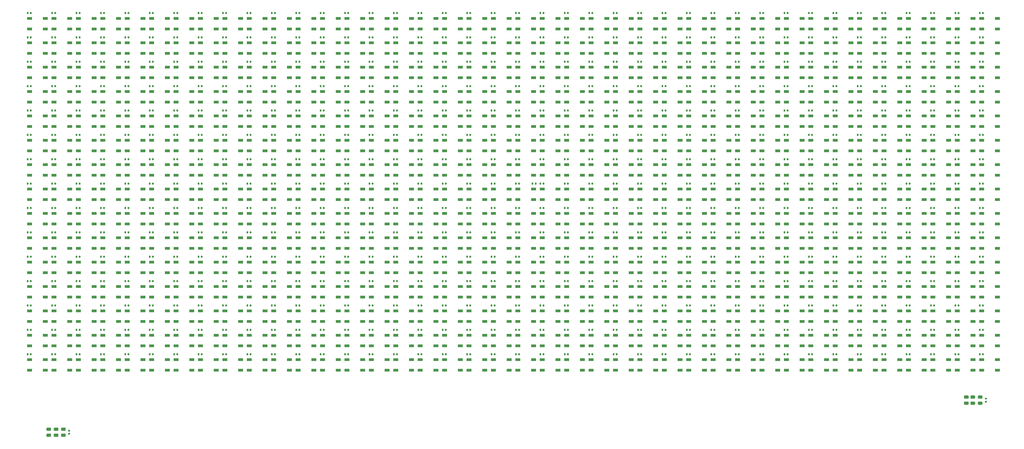
<source format=gtp>
%TF.GenerationSoftware,KiCad,Pcbnew,(5.1.10)-1*%
%TF.CreationDate,2022-01-09T00:33:18-08:00*%
%TF.ProjectId,LEDBoard,4c454442-6f61-4726-942e-6b696361645f,rev?*%
%TF.SameCoordinates,Original*%
%TF.FileFunction,Paste,Top*%
%TF.FilePolarity,Positive*%
%FSLAX46Y46*%
G04 Gerber Fmt 4.6, Leading zero omitted, Abs format (unit mm)*
G04 Created by KiCad (PCBNEW (5.1.10)-1) date 2022-01-09 00:33:18*
%MOMM*%
%LPD*%
G01*
G04 APERTURE LIST*
%ADD10R,1.500000X0.900000*%
G04 APERTURE END LIST*
%TO.C,R1*%
G36*
G01*
X198487000Y-106103000D02*
X198487000Y-105733000D01*
G75*
G02*
X198622000Y-105598000I135000J0D01*
G01*
X198892000Y-105598000D01*
G75*
G02*
X199027000Y-105733000I0J-135000D01*
G01*
X199027000Y-106103000D01*
G75*
G02*
X198892000Y-106238000I-135000J0D01*
G01*
X198622000Y-106238000D01*
G75*
G02*
X198487000Y-106103000I0J135000D01*
G01*
G37*
G36*
G01*
X197467000Y-106103000D02*
X197467000Y-105733000D01*
G75*
G02*
X197602000Y-105598000I135000J0D01*
G01*
X197872000Y-105598000D01*
G75*
G02*
X198007000Y-105733000I0J-135000D01*
G01*
X198007000Y-106103000D01*
G75*
G02*
X197872000Y-106238000I-135000J0D01*
G01*
X197602000Y-106238000D01*
G75*
G02*
X197467000Y-106103000I0J135000D01*
G01*
G37*
%TD*%
%TO.C,C608*%
G36*
G01*
X337060000Y-159428000D02*
X337060000Y-159088000D01*
G75*
G02*
X337200000Y-158948000I140000J0D01*
G01*
X337480000Y-158948000D01*
G75*
G02*
X337620000Y-159088000I0J-140000D01*
G01*
X337620000Y-159428000D01*
G75*
G02*
X337480000Y-159568000I-140000J0D01*
G01*
X337200000Y-159568000D01*
G75*
G02*
X337060000Y-159428000I0J140000D01*
G01*
G37*
G36*
G01*
X338020000Y-159428000D02*
X338020000Y-159088000D01*
G75*
G02*
X338160000Y-158948000I140000J0D01*
G01*
X338440000Y-158948000D01*
G75*
G02*
X338580000Y-159088000I0J-140000D01*
G01*
X338580000Y-159428000D01*
G75*
G02*
X338440000Y-159568000I-140000J0D01*
G01*
X338160000Y-159568000D01*
G75*
G02*
X338020000Y-159428000I0J140000D01*
G01*
G37*
%TD*%
%TO.C,C568*%
G36*
G01*
X337060000Y-151808000D02*
X337060000Y-151468000D01*
G75*
G02*
X337200000Y-151328000I140000J0D01*
G01*
X337480000Y-151328000D01*
G75*
G02*
X337620000Y-151468000I0J-140000D01*
G01*
X337620000Y-151808000D01*
G75*
G02*
X337480000Y-151948000I-140000J0D01*
G01*
X337200000Y-151948000D01*
G75*
G02*
X337060000Y-151808000I0J140000D01*
G01*
G37*
G36*
G01*
X338020000Y-151808000D02*
X338020000Y-151468000D01*
G75*
G02*
X338160000Y-151328000I140000J0D01*
G01*
X338440000Y-151328000D01*
G75*
G02*
X338580000Y-151468000I0J-140000D01*
G01*
X338580000Y-151808000D01*
G75*
G02*
X338440000Y-151948000I-140000J0D01*
G01*
X338160000Y-151948000D01*
G75*
G02*
X338020000Y-151808000I0J140000D01*
G01*
G37*
%TD*%
%TO.C,C528*%
G36*
G01*
X337060000Y-144188000D02*
X337060000Y-143848000D01*
G75*
G02*
X337200000Y-143708000I140000J0D01*
G01*
X337480000Y-143708000D01*
G75*
G02*
X337620000Y-143848000I0J-140000D01*
G01*
X337620000Y-144188000D01*
G75*
G02*
X337480000Y-144328000I-140000J0D01*
G01*
X337200000Y-144328000D01*
G75*
G02*
X337060000Y-144188000I0J140000D01*
G01*
G37*
G36*
G01*
X338020000Y-144188000D02*
X338020000Y-143848000D01*
G75*
G02*
X338160000Y-143708000I140000J0D01*
G01*
X338440000Y-143708000D01*
G75*
G02*
X338580000Y-143848000I0J-140000D01*
G01*
X338580000Y-144188000D01*
G75*
G02*
X338440000Y-144328000I-140000J0D01*
G01*
X338160000Y-144328000D01*
G75*
G02*
X338020000Y-144188000I0J140000D01*
G01*
G37*
%TD*%
%TO.C,C488*%
G36*
G01*
X337060000Y-136568000D02*
X337060000Y-136228000D01*
G75*
G02*
X337200000Y-136088000I140000J0D01*
G01*
X337480000Y-136088000D01*
G75*
G02*
X337620000Y-136228000I0J-140000D01*
G01*
X337620000Y-136568000D01*
G75*
G02*
X337480000Y-136708000I-140000J0D01*
G01*
X337200000Y-136708000D01*
G75*
G02*
X337060000Y-136568000I0J140000D01*
G01*
G37*
G36*
G01*
X338020000Y-136568000D02*
X338020000Y-136228000D01*
G75*
G02*
X338160000Y-136088000I140000J0D01*
G01*
X338440000Y-136088000D01*
G75*
G02*
X338580000Y-136228000I0J-140000D01*
G01*
X338580000Y-136568000D01*
G75*
G02*
X338440000Y-136708000I-140000J0D01*
G01*
X338160000Y-136708000D01*
G75*
G02*
X338020000Y-136568000I0J140000D01*
G01*
G37*
%TD*%
%TO.C,C448*%
G36*
G01*
X337060000Y-128948000D02*
X337060000Y-128608000D01*
G75*
G02*
X337200000Y-128468000I140000J0D01*
G01*
X337480000Y-128468000D01*
G75*
G02*
X337620000Y-128608000I0J-140000D01*
G01*
X337620000Y-128948000D01*
G75*
G02*
X337480000Y-129088000I-140000J0D01*
G01*
X337200000Y-129088000D01*
G75*
G02*
X337060000Y-128948000I0J140000D01*
G01*
G37*
G36*
G01*
X338020000Y-128948000D02*
X338020000Y-128608000D01*
G75*
G02*
X338160000Y-128468000I140000J0D01*
G01*
X338440000Y-128468000D01*
G75*
G02*
X338580000Y-128608000I0J-140000D01*
G01*
X338580000Y-128948000D01*
G75*
G02*
X338440000Y-129088000I-140000J0D01*
G01*
X338160000Y-129088000D01*
G75*
G02*
X338020000Y-128948000I0J140000D01*
G01*
G37*
%TD*%
%TO.C,C408*%
G36*
G01*
X337060000Y-121328000D02*
X337060000Y-120988000D01*
G75*
G02*
X337200000Y-120848000I140000J0D01*
G01*
X337480000Y-120848000D01*
G75*
G02*
X337620000Y-120988000I0J-140000D01*
G01*
X337620000Y-121328000D01*
G75*
G02*
X337480000Y-121468000I-140000J0D01*
G01*
X337200000Y-121468000D01*
G75*
G02*
X337060000Y-121328000I0J140000D01*
G01*
G37*
G36*
G01*
X338020000Y-121328000D02*
X338020000Y-120988000D01*
G75*
G02*
X338160000Y-120848000I140000J0D01*
G01*
X338440000Y-120848000D01*
G75*
G02*
X338580000Y-120988000I0J-140000D01*
G01*
X338580000Y-121328000D01*
G75*
G02*
X338440000Y-121468000I-140000J0D01*
G01*
X338160000Y-121468000D01*
G75*
G02*
X338020000Y-121328000I0J140000D01*
G01*
G37*
%TD*%
%TO.C,C368*%
G36*
G01*
X337060000Y-113708000D02*
X337060000Y-113368000D01*
G75*
G02*
X337200000Y-113228000I140000J0D01*
G01*
X337480000Y-113228000D01*
G75*
G02*
X337620000Y-113368000I0J-140000D01*
G01*
X337620000Y-113708000D01*
G75*
G02*
X337480000Y-113848000I-140000J0D01*
G01*
X337200000Y-113848000D01*
G75*
G02*
X337060000Y-113708000I0J140000D01*
G01*
G37*
G36*
G01*
X338020000Y-113708000D02*
X338020000Y-113368000D01*
G75*
G02*
X338160000Y-113228000I140000J0D01*
G01*
X338440000Y-113228000D01*
G75*
G02*
X338580000Y-113368000I0J-140000D01*
G01*
X338580000Y-113708000D01*
G75*
G02*
X338440000Y-113848000I-140000J0D01*
G01*
X338160000Y-113848000D01*
G75*
G02*
X338020000Y-113708000I0J140000D01*
G01*
G37*
%TD*%
%TO.C,C328*%
G36*
G01*
X337060000Y-106088000D02*
X337060000Y-105748000D01*
G75*
G02*
X337200000Y-105608000I140000J0D01*
G01*
X337480000Y-105608000D01*
G75*
G02*
X337620000Y-105748000I0J-140000D01*
G01*
X337620000Y-106088000D01*
G75*
G02*
X337480000Y-106228000I-140000J0D01*
G01*
X337200000Y-106228000D01*
G75*
G02*
X337060000Y-106088000I0J140000D01*
G01*
G37*
G36*
G01*
X338020000Y-106088000D02*
X338020000Y-105748000D01*
G75*
G02*
X338160000Y-105608000I140000J0D01*
G01*
X338440000Y-105608000D01*
G75*
G02*
X338580000Y-105748000I0J-140000D01*
G01*
X338580000Y-106088000D01*
G75*
G02*
X338440000Y-106228000I-140000J0D01*
G01*
X338160000Y-106228000D01*
G75*
G02*
X338020000Y-106088000I0J140000D01*
G01*
G37*
%TD*%
%TO.C,C288*%
G36*
G01*
X337060000Y-98468000D02*
X337060000Y-98128000D01*
G75*
G02*
X337200000Y-97988000I140000J0D01*
G01*
X337480000Y-97988000D01*
G75*
G02*
X337620000Y-98128000I0J-140000D01*
G01*
X337620000Y-98468000D01*
G75*
G02*
X337480000Y-98608000I-140000J0D01*
G01*
X337200000Y-98608000D01*
G75*
G02*
X337060000Y-98468000I0J140000D01*
G01*
G37*
G36*
G01*
X338020000Y-98468000D02*
X338020000Y-98128000D01*
G75*
G02*
X338160000Y-97988000I140000J0D01*
G01*
X338440000Y-97988000D01*
G75*
G02*
X338580000Y-98128000I0J-140000D01*
G01*
X338580000Y-98468000D01*
G75*
G02*
X338440000Y-98608000I-140000J0D01*
G01*
X338160000Y-98608000D01*
G75*
G02*
X338020000Y-98468000I0J140000D01*
G01*
G37*
%TD*%
%TO.C,C248*%
G36*
G01*
X337060000Y-90848000D02*
X337060000Y-90508000D01*
G75*
G02*
X337200000Y-90368000I140000J0D01*
G01*
X337480000Y-90368000D01*
G75*
G02*
X337620000Y-90508000I0J-140000D01*
G01*
X337620000Y-90848000D01*
G75*
G02*
X337480000Y-90988000I-140000J0D01*
G01*
X337200000Y-90988000D01*
G75*
G02*
X337060000Y-90848000I0J140000D01*
G01*
G37*
G36*
G01*
X338020000Y-90848000D02*
X338020000Y-90508000D01*
G75*
G02*
X338160000Y-90368000I140000J0D01*
G01*
X338440000Y-90368000D01*
G75*
G02*
X338580000Y-90508000I0J-140000D01*
G01*
X338580000Y-90848000D01*
G75*
G02*
X338440000Y-90988000I-140000J0D01*
G01*
X338160000Y-90988000D01*
G75*
G02*
X338020000Y-90848000I0J140000D01*
G01*
G37*
%TD*%
%TO.C,C208*%
G36*
G01*
X337060000Y-83228000D02*
X337060000Y-82888000D01*
G75*
G02*
X337200000Y-82748000I140000J0D01*
G01*
X337480000Y-82748000D01*
G75*
G02*
X337620000Y-82888000I0J-140000D01*
G01*
X337620000Y-83228000D01*
G75*
G02*
X337480000Y-83368000I-140000J0D01*
G01*
X337200000Y-83368000D01*
G75*
G02*
X337060000Y-83228000I0J140000D01*
G01*
G37*
G36*
G01*
X338020000Y-83228000D02*
X338020000Y-82888000D01*
G75*
G02*
X338160000Y-82748000I140000J0D01*
G01*
X338440000Y-82748000D01*
G75*
G02*
X338580000Y-82888000I0J-140000D01*
G01*
X338580000Y-83228000D01*
G75*
G02*
X338440000Y-83368000I-140000J0D01*
G01*
X338160000Y-83368000D01*
G75*
G02*
X338020000Y-83228000I0J140000D01*
G01*
G37*
%TD*%
%TO.C,C168*%
G36*
G01*
X337060000Y-75608000D02*
X337060000Y-75268000D01*
G75*
G02*
X337200000Y-75128000I140000J0D01*
G01*
X337480000Y-75128000D01*
G75*
G02*
X337620000Y-75268000I0J-140000D01*
G01*
X337620000Y-75608000D01*
G75*
G02*
X337480000Y-75748000I-140000J0D01*
G01*
X337200000Y-75748000D01*
G75*
G02*
X337060000Y-75608000I0J140000D01*
G01*
G37*
G36*
G01*
X338020000Y-75608000D02*
X338020000Y-75268000D01*
G75*
G02*
X338160000Y-75128000I140000J0D01*
G01*
X338440000Y-75128000D01*
G75*
G02*
X338580000Y-75268000I0J-140000D01*
G01*
X338580000Y-75608000D01*
G75*
G02*
X338440000Y-75748000I-140000J0D01*
G01*
X338160000Y-75748000D01*
G75*
G02*
X338020000Y-75608000I0J140000D01*
G01*
G37*
%TD*%
%TO.C,C128*%
G36*
G01*
X337060000Y-67988000D02*
X337060000Y-67648000D01*
G75*
G02*
X337200000Y-67508000I140000J0D01*
G01*
X337480000Y-67508000D01*
G75*
G02*
X337620000Y-67648000I0J-140000D01*
G01*
X337620000Y-67988000D01*
G75*
G02*
X337480000Y-68128000I-140000J0D01*
G01*
X337200000Y-68128000D01*
G75*
G02*
X337060000Y-67988000I0J140000D01*
G01*
G37*
G36*
G01*
X338020000Y-67988000D02*
X338020000Y-67648000D01*
G75*
G02*
X338160000Y-67508000I140000J0D01*
G01*
X338440000Y-67508000D01*
G75*
G02*
X338580000Y-67648000I0J-140000D01*
G01*
X338580000Y-67988000D01*
G75*
G02*
X338440000Y-68128000I-140000J0D01*
G01*
X338160000Y-68128000D01*
G75*
G02*
X338020000Y-67988000I0J140000D01*
G01*
G37*
%TD*%
%TO.C,C88*%
G36*
G01*
X338020000Y-60368000D02*
X338020000Y-60028000D01*
G75*
G02*
X338160000Y-59888000I140000J0D01*
G01*
X338440000Y-59888000D01*
G75*
G02*
X338580000Y-60028000I0J-140000D01*
G01*
X338580000Y-60368000D01*
G75*
G02*
X338440000Y-60508000I-140000J0D01*
G01*
X338160000Y-60508000D01*
G75*
G02*
X338020000Y-60368000I0J140000D01*
G01*
G37*
G36*
G01*
X337060000Y-60368000D02*
X337060000Y-60028000D01*
G75*
G02*
X337200000Y-59888000I140000J0D01*
G01*
X337480000Y-59888000D01*
G75*
G02*
X337620000Y-60028000I0J-140000D01*
G01*
X337620000Y-60368000D01*
G75*
G02*
X337480000Y-60508000I-140000J0D01*
G01*
X337200000Y-60508000D01*
G75*
G02*
X337060000Y-60368000I0J140000D01*
G01*
G37*
%TD*%
%TO.C,C607*%
G36*
G01*
X329440000Y-159428000D02*
X329440000Y-159088000D01*
G75*
G02*
X329580000Y-158948000I140000J0D01*
G01*
X329860000Y-158948000D01*
G75*
G02*
X330000000Y-159088000I0J-140000D01*
G01*
X330000000Y-159428000D01*
G75*
G02*
X329860000Y-159568000I-140000J0D01*
G01*
X329580000Y-159568000D01*
G75*
G02*
X329440000Y-159428000I0J140000D01*
G01*
G37*
G36*
G01*
X330400000Y-159428000D02*
X330400000Y-159088000D01*
G75*
G02*
X330540000Y-158948000I140000J0D01*
G01*
X330820000Y-158948000D01*
G75*
G02*
X330960000Y-159088000I0J-140000D01*
G01*
X330960000Y-159428000D01*
G75*
G02*
X330820000Y-159568000I-140000J0D01*
G01*
X330540000Y-159568000D01*
G75*
G02*
X330400000Y-159428000I0J140000D01*
G01*
G37*
%TD*%
%TO.C,C606*%
G36*
G01*
X321820000Y-159428000D02*
X321820000Y-159088000D01*
G75*
G02*
X321960000Y-158948000I140000J0D01*
G01*
X322240000Y-158948000D01*
G75*
G02*
X322380000Y-159088000I0J-140000D01*
G01*
X322380000Y-159428000D01*
G75*
G02*
X322240000Y-159568000I-140000J0D01*
G01*
X321960000Y-159568000D01*
G75*
G02*
X321820000Y-159428000I0J140000D01*
G01*
G37*
G36*
G01*
X322780000Y-159428000D02*
X322780000Y-159088000D01*
G75*
G02*
X322920000Y-158948000I140000J0D01*
G01*
X323200000Y-158948000D01*
G75*
G02*
X323340000Y-159088000I0J-140000D01*
G01*
X323340000Y-159428000D01*
G75*
G02*
X323200000Y-159568000I-140000J0D01*
G01*
X322920000Y-159568000D01*
G75*
G02*
X322780000Y-159428000I0J140000D01*
G01*
G37*
%TD*%
%TO.C,C605*%
G36*
G01*
X314200000Y-159428000D02*
X314200000Y-159088000D01*
G75*
G02*
X314340000Y-158948000I140000J0D01*
G01*
X314620000Y-158948000D01*
G75*
G02*
X314760000Y-159088000I0J-140000D01*
G01*
X314760000Y-159428000D01*
G75*
G02*
X314620000Y-159568000I-140000J0D01*
G01*
X314340000Y-159568000D01*
G75*
G02*
X314200000Y-159428000I0J140000D01*
G01*
G37*
G36*
G01*
X315160000Y-159428000D02*
X315160000Y-159088000D01*
G75*
G02*
X315300000Y-158948000I140000J0D01*
G01*
X315580000Y-158948000D01*
G75*
G02*
X315720000Y-159088000I0J-140000D01*
G01*
X315720000Y-159428000D01*
G75*
G02*
X315580000Y-159568000I-140000J0D01*
G01*
X315300000Y-159568000D01*
G75*
G02*
X315160000Y-159428000I0J140000D01*
G01*
G37*
%TD*%
%TO.C,C604*%
G36*
G01*
X306580000Y-159428000D02*
X306580000Y-159088000D01*
G75*
G02*
X306720000Y-158948000I140000J0D01*
G01*
X307000000Y-158948000D01*
G75*
G02*
X307140000Y-159088000I0J-140000D01*
G01*
X307140000Y-159428000D01*
G75*
G02*
X307000000Y-159568000I-140000J0D01*
G01*
X306720000Y-159568000D01*
G75*
G02*
X306580000Y-159428000I0J140000D01*
G01*
G37*
G36*
G01*
X307540000Y-159428000D02*
X307540000Y-159088000D01*
G75*
G02*
X307680000Y-158948000I140000J0D01*
G01*
X307960000Y-158948000D01*
G75*
G02*
X308100000Y-159088000I0J-140000D01*
G01*
X308100000Y-159428000D01*
G75*
G02*
X307960000Y-159568000I-140000J0D01*
G01*
X307680000Y-159568000D01*
G75*
G02*
X307540000Y-159428000I0J140000D01*
G01*
G37*
%TD*%
%TO.C,C603*%
G36*
G01*
X298960000Y-159428000D02*
X298960000Y-159088000D01*
G75*
G02*
X299100000Y-158948000I140000J0D01*
G01*
X299380000Y-158948000D01*
G75*
G02*
X299520000Y-159088000I0J-140000D01*
G01*
X299520000Y-159428000D01*
G75*
G02*
X299380000Y-159568000I-140000J0D01*
G01*
X299100000Y-159568000D01*
G75*
G02*
X298960000Y-159428000I0J140000D01*
G01*
G37*
G36*
G01*
X299920000Y-159428000D02*
X299920000Y-159088000D01*
G75*
G02*
X300060000Y-158948000I140000J0D01*
G01*
X300340000Y-158948000D01*
G75*
G02*
X300480000Y-159088000I0J-140000D01*
G01*
X300480000Y-159428000D01*
G75*
G02*
X300340000Y-159568000I-140000J0D01*
G01*
X300060000Y-159568000D01*
G75*
G02*
X299920000Y-159428000I0J140000D01*
G01*
G37*
%TD*%
%TO.C,C602*%
G36*
G01*
X291340000Y-159428000D02*
X291340000Y-159088000D01*
G75*
G02*
X291480000Y-158948000I140000J0D01*
G01*
X291760000Y-158948000D01*
G75*
G02*
X291900000Y-159088000I0J-140000D01*
G01*
X291900000Y-159428000D01*
G75*
G02*
X291760000Y-159568000I-140000J0D01*
G01*
X291480000Y-159568000D01*
G75*
G02*
X291340000Y-159428000I0J140000D01*
G01*
G37*
G36*
G01*
X292300000Y-159428000D02*
X292300000Y-159088000D01*
G75*
G02*
X292440000Y-158948000I140000J0D01*
G01*
X292720000Y-158948000D01*
G75*
G02*
X292860000Y-159088000I0J-140000D01*
G01*
X292860000Y-159428000D01*
G75*
G02*
X292720000Y-159568000I-140000J0D01*
G01*
X292440000Y-159568000D01*
G75*
G02*
X292300000Y-159428000I0J140000D01*
G01*
G37*
%TD*%
%TO.C,C601*%
G36*
G01*
X283720000Y-159428000D02*
X283720000Y-159088000D01*
G75*
G02*
X283860000Y-158948000I140000J0D01*
G01*
X284140000Y-158948000D01*
G75*
G02*
X284280000Y-159088000I0J-140000D01*
G01*
X284280000Y-159428000D01*
G75*
G02*
X284140000Y-159568000I-140000J0D01*
G01*
X283860000Y-159568000D01*
G75*
G02*
X283720000Y-159428000I0J140000D01*
G01*
G37*
G36*
G01*
X284680000Y-159428000D02*
X284680000Y-159088000D01*
G75*
G02*
X284820000Y-158948000I140000J0D01*
G01*
X285100000Y-158948000D01*
G75*
G02*
X285240000Y-159088000I0J-140000D01*
G01*
X285240000Y-159428000D01*
G75*
G02*
X285100000Y-159568000I-140000J0D01*
G01*
X284820000Y-159568000D01*
G75*
G02*
X284680000Y-159428000I0J140000D01*
G01*
G37*
%TD*%
%TO.C,C600*%
G36*
G01*
X276100000Y-159428000D02*
X276100000Y-159088000D01*
G75*
G02*
X276240000Y-158948000I140000J0D01*
G01*
X276520000Y-158948000D01*
G75*
G02*
X276660000Y-159088000I0J-140000D01*
G01*
X276660000Y-159428000D01*
G75*
G02*
X276520000Y-159568000I-140000J0D01*
G01*
X276240000Y-159568000D01*
G75*
G02*
X276100000Y-159428000I0J140000D01*
G01*
G37*
G36*
G01*
X277060000Y-159428000D02*
X277060000Y-159088000D01*
G75*
G02*
X277200000Y-158948000I140000J0D01*
G01*
X277480000Y-158948000D01*
G75*
G02*
X277620000Y-159088000I0J-140000D01*
G01*
X277620000Y-159428000D01*
G75*
G02*
X277480000Y-159568000I-140000J0D01*
G01*
X277200000Y-159568000D01*
G75*
G02*
X277060000Y-159428000I0J140000D01*
G01*
G37*
%TD*%
%TO.C,C599*%
G36*
G01*
X268480000Y-159428000D02*
X268480000Y-159088000D01*
G75*
G02*
X268620000Y-158948000I140000J0D01*
G01*
X268900000Y-158948000D01*
G75*
G02*
X269040000Y-159088000I0J-140000D01*
G01*
X269040000Y-159428000D01*
G75*
G02*
X268900000Y-159568000I-140000J0D01*
G01*
X268620000Y-159568000D01*
G75*
G02*
X268480000Y-159428000I0J140000D01*
G01*
G37*
G36*
G01*
X269440000Y-159428000D02*
X269440000Y-159088000D01*
G75*
G02*
X269580000Y-158948000I140000J0D01*
G01*
X269860000Y-158948000D01*
G75*
G02*
X270000000Y-159088000I0J-140000D01*
G01*
X270000000Y-159428000D01*
G75*
G02*
X269860000Y-159568000I-140000J0D01*
G01*
X269580000Y-159568000D01*
G75*
G02*
X269440000Y-159428000I0J140000D01*
G01*
G37*
%TD*%
%TO.C,C598*%
G36*
G01*
X260860000Y-159428000D02*
X260860000Y-159088000D01*
G75*
G02*
X261000000Y-158948000I140000J0D01*
G01*
X261280000Y-158948000D01*
G75*
G02*
X261420000Y-159088000I0J-140000D01*
G01*
X261420000Y-159428000D01*
G75*
G02*
X261280000Y-159568000I-140000J0D01*
G01*
X261000000Y-159568000D01*
G75*
G02*
X260860000Y-159428000I0J140000D01*
G01*
G37*
G36*
G01*
X261820000Y-159428000D02*
X261820000Y-159088000D01*
G75*
G02*
X261960000Y-158948000I140000J0D01*
G01*
X262240000Y-158948000D01*
G75*
G02*
X262380000Y-159088000I0J-140000D01*
G01*
X262380000Y-159428000D01*
G75*
G02*
X262240000Y-159568000I-140000J0D01*
G01*
X261960000Y-159568000D01*
G75*
G02*
X261820000Y-159428000I0J140000D01*
G01*
G37*
%TD*%
%TO.C,C597*%
G36*
G01*
X253240000Y-159428000D02*
X253240000Y-159088000D01*
G75*
G02*
X253380000Y-158948000I140000J0D01*
G01*
X253660000Y-158948000D01*
G75*
G02*
X253800000Y-159088000I0J-140000D01*
G01*
X253800000Y-159428000D01*
G75*
G02*
X253660000Y-159568000I-140000J0D01*
G01*
X253380000Y-159568000D01*
G75*
G02*
X253240000Y-159428000I0J140000D01*
G01*
G37*
G36*
G01*
X254200000Y-159428000D02*
X254200000Y-159088000D01*
G75*
G02*
X254340000Y-158948000I140000J0D01*
G01*
X254620000Y-158948000D01*
G75*
G02*
X254760000Y-159088000I0J-140000D01*
G01*
X254760000Y-159428000D01*
G75*
G02*
X254620000Y-159568000I-140000J0D01*
G01*
X254340000Y-159568000D01*
G75*
G02*
X254200000Y-159428000I0J140000D01*
G01*
G37*
%TD*%
%TO.C,C596*%
G36*
G01*
X245620000Y-159428000D02*
X245620000Y-159088000D01*
G75*
G02*
X245760000Y-158948000I140000J0D01*
G01*
X246040000Y-158948000D01*
G75*
G02*
X246180000Y-159088000I0J-140000D01*
G01*
X246180000Y-159428000D01*
G75*
G02*
X246040000Y-159568000I-140000J0D01*
G01*
X245760000Y-159568000D01*
G75*
G02*
X245620000Y-159428000I0J140000D01*
G01*
G37*
G36*
G01*
X246580000Y-159428000D02*
X246580000Y-159088000D01*
G75*
G02*
X246720000Y-158948000I140000J0D01*
G01*
X247000000Y-158948000D01*
G75*
G02*
X247140000Y-159088000I0J-140000D01*
G01*
X247140000Y-159428000D01*
G75*
G02*
X247000000Y-159568000I-140000J0D01*
G01*
X246720000Y-159568000D01*
G75*
G02*
X246580000Y-159428000I0J140000D01*
G01*
G37*
%TD*%
%TO.C,C595*%
G36*
G01*
X238000000Y-159428000D02*
X238000000Y-159088000D01*
G75*
G02*
X238140000Y-158948000I140000J0D01*
G01*
X238420000Y-158948000D01*
G75*
G02*
X238560000Y-159088000I0J-140000D01*
G01*
X238560000Y-159428000D01*
G75*
G02*
X238420000Y-159568000I-140000J0D01*
G01*
X238140000Y-159568000D01*
G75*
G02*
X238000000Y-159428000I0J140000D01*
G01*
G37*
G36*
G01*
X238960000Y-159428000D02*
X238960000Y-159088000D01*
G75*
G02*
X239100000Y-158948000I140000J0D01*
G01*
X239380000Y-158948000D01*
G75*
G02*
X239520000Y-159088000I0J-140000D01*
G01*
X239520000Y-159428000D01*
G75*
G02*
X239380000Y-159568000I-140000J0D01*
G01*
X239100000Y-159568000D01*
G75*
G02*
X238960000Y-159428000I0J140000D01*
G01*
G37*
%TD*%
%TO.C,C594*%
G36*
G01*
X230380000Y-159428000D02*
X230380000Y-159088000D01*
G75*
G02*
X230520000Y-158948000I140000J0D01*
G01*
X230800000Y-158948000D01*
G75*
G02*
X230940000Y-159088000I0J-140000D01*
G01*
X230940000Y-159428000D01*
G75*
G02*
X230800000Y-159568000I-140000J0D01*
G01*
X230520000Y-159568000D01*
G75*
G02*
X230380000Y-159428000I0J140000D01*
G01*
G37*
G36*
G01*
X231340000Y-159428000D02*
X231340000Y-159088000D01*
G75*
G02*
X231480000Y-158948000I140000J0D01*
G01*
X231760000Y-158948000D01*
G75*
G02*
X231900000Y-159088000I0J-140000D01*
G01*
X231900000Y-159428000D01*
G75*
G02*
X231760000Y-159568000I-140000J0D01*
G01*
X231480000Y-159568000D01*
G75*
G02*
X231340000Y-159428000I0J140000D01*
G01*
G37*
%TD*%
%TO.C,C593*%
G36*
G01*
X222760000Y-159428000D02*
X222760000Y-159088000D01*
G75*
G02*
X222900000Y-158948000I140000J0D01*
G01*
X223180000Y-158948000D01*
G75*
G02*
X223320000Y-159088000I0J-140000D01*
G01*
X223320000Y-159428000D01*
G75*
G02*
X223180000Y-159568000I-140000J0D01*
G01*
X222900000Y-159568000D01*
G75*
G02*
X222760000Y-159428000I0J140000D01*
G01*
G37*
G36*
G01*
X223720000Y-159428000D02*
X223720000Y-159088000D01*
G75*
G02*
X223860000Y-158948000I140000J0D01*
G01*
X224140000Y-158948000D01*
G75*
G02*
X224280000Y-159088000I0J-140000D01*
G01*
X224280000Y-159428000D01*
G75*
G02*
X224140000Y-159568000I-140000J0D01*
G01*
X223860000Y-159568000D01*
G75*
G02*
X223720000Y-159428000I0J140000D01*
G01*
G37*
%TD*%
%TO.C,C592*%
G36*
G01*
X215140000Y-159428000D02*
X215140000Y-159088000D01*
G75*
G02*
X215280000Y-158948000I140000J0D01*
G01*
X215560000Y-158948000D01*
G75*
G02*
X215700000Y-159088000I0J-140000D01*
G01*
X215700000Y-159428000D01*
G75*
G02*
X215560000Y-159568000I-140000J0D01*
G01*
X215280000Y-159568000D01*
G75*
G02*
X215140000Y-159428000I0J140000D01*
G01*
G37*
G36*
G01*
X216100000Y-159428000D02*
X216100000Y-159088000D01*
G75*
G02*
X216240000Y-158948000I140000J0D01*
G01*
X216520000Y-158948000D01*
G75*
G02*
X216660000Y-159088000I0J-140000D01*
G01*
X216660000Y-159428000D01*
G75*
G02*
X216520000Y-159568000I-140000J0D01*
G01*
X216240000Y-159568000D01*
G75*
G02*
X216100000Y-159428000I0J140000D01*
G01*
G37*
%TD*%
%TO.C,C591*%
G36*
G01*
X207520000Y-159428000D02*
X207520000Y-159088000D01*
G75*
G02*
X207660000Y-158948000I140000J0D01*
G01*
X207940000Y-158948000D01*
G75*
G02*
X208080000Y-159088000I0J-140000D01*
G01*
X208080000Y-159428000D01*
G75*
G02*
X207940000Y-159568000I-140000J0D01*
G01*
X207660000Y-159568000D01*
G75*
G02*
X207520000Y-159428000I0J140000D01*
G01*
G37*
G36*
G01*
X208480000Y-159428000D02*
X208480000Y-159088000D01*
G75*
G02*
X208620000Y-158948000I140000J0D01*
G01*
X208900000Y-158948000D01*
G75*
G02*
X209040000Y-159088000I0J-140000D01*
G01*
X209040000Y-159428000D01*
G75*
G02*
X208900000Y-159568000I-140000J0D01*
G01*
X208620000Y-159568000D01*
G75*
G02*
X208480000Y-159428000I0J140000D01*
G01*
G37*
%TD*%
%TO.C,C590*%
G36*
G01*
X199900000Y-159428000D02*
X199900000Y-159088000D01*
G75*
G02*
X200040000Y-158948000I140000J0D01*
G01*
X200320000Y-158948000D01*
G75*
G02*
X200460000Y-159088000I0J-140000D01*
G01*
X200460000Y-159428000D01*
G75*
G02*
X200320000Y-159568000I-140000J0D01*
G01*
X200040000Y-159568000D01*
G75*
G02*
X199900000Y-159428000I0J140000D01*
G01*
G37*
G36*
G01*
X200860000Y-159428000D02*
X200860000Y-159088000D01*
G75*
G02*
X201000000Y-158948000I140000J0D01*
G01*
X201280000Y-158948000D01*
G75*
G02*
X201420000Y-159088000I0J-140000D01*
G01*
X201420000Y-159428000D01*
G75*
G02*
X201280000Y-159568000I-140000J0D01*
G01*
X201000000Y-159568000D01*
G75*
G02*
X200860000Y-159428000I0J140000D01*
G01*
G37*
%TD*%
%TO.C,C589*%
G36*
G01*
X192280000Y-159428000D02*
X192280000Y-159088000D01*
G75*
G02*
X192420000Y-158948000I140000J0D01*
G01*
X192700000Y-158948000D01*
G75*
G02*
X192840000Y-159088000I0J-140000D01*
G01*
X192840000Y-159428000D01*
G75*
G02*
X192700000Y-159568000I-140000J0D01*
G01*
X192420000Y-159568000D01*
G75*
G02*
X192280000Y-159428000I0J140000D01*
G01*
G37*
G36*
G01*
X193240000Y-159428000D02*
X193240000Y-159088000D01*
G75*
G02*
X193380000Y-158948000I140000J0D01*
G01*
X193660000Y-158948000D01*
G75*
G02*
X193800000Y-159088000I0J-140000D01*
G01*
X193800000Y-159428000D01*
G75*
G02*
X193660000Y-159568000I-140000J0D01*
G01*
X193380000Y-159568000D01*
G75*
G02*
X193240000Y-159428000I0J140000D01*
G01*
G37*
%TD*%
%TO.C,C588*%
G36*
G01*
X184660000Y-159428000D02*
X184660000Y-159088000D01*
G75*
G02*
X184800000Y-158948000I140000J0D01*
G01*
X185080000Y-158948000D01*
G75*
G02*
X185220000Y-159088000I0J-140000D01*
G01*
X185220000Y-159428000D01*
G75*
G02*
X185080000Y-159568000I-140000J0D01*
G01*
X184800000Y-159568000D01*
G75*
G02*
X184660000Y-159428000I0J140000D01*
G01*
G37*
G36*
G01*
X185620000Y-159428000D02*
X185620000Y-159088000D01*
G75*
G02*
X185760000Y-158948000I140000J0D01*
G01*
X186040000Y-158948000D01*
G75*
G02*
X186180000Y-159088000I0J-140000D01*
G01*
X186180000Y-159428000D01*
G75*
G02*
X186040000Y-159568000I-140000J0D01*
G01*
X185760000Y-159568000D01*
G75*
G02*
X185620000Y-159428000I0J140000D01*
G01*
G37*
%TD*%
%TO.C,C587*%
G36*
G01*
X177040000Y-159428000D02*
X177040000Y-159088000D01*
G75*
G02*
X177180000Y-158948000I140000J0D01*
G01*
X177460000Y-158948000D01*
G75*
G02*
X177600000Y-159088000I0J-140000D01*
G01*
X177600000Y-159428000D01*
G75*
G02*
X177460000Y-159568000I-140000J0D01*
G01*
X177180000Y-159568000D01*
G75*
G02*
X177040000Y-159428000I0J140000D01*
G01*
G37*
G36*
G01*
X178000000Y-159428000D02*
X178000000Y-159088000D01*
G75*
G02*
X178140000Y-158948000I140000J0D01*
G01*
X178420000Y-158948000D01*
G75*
G02*
X178560000Y-159088000I0J-140000D01*
G01*
X178560000Y-159428000D01*
G75*
G02*
X178420000Y-159568000I-140000J0D01*
G01*
X178140000Y-159568000D01*
G75*
G02*
X178000000Y-159428000I0J140000D01*
G01*
G37*
%TD*%
%TO.C,C586*%
G36*
G01*
X169420000Y-159428000D02*
X169420000Y-159088000D01*
G75*
G02*
X169560000Y-158948000I140000J0D01*
G01*
X169840000Y-158948000D01*
G75*
G02*
X169980000Y-159088000I0J-140000D01*
G01*
X169980000Y-159428000D01*
G75*
G02*
X169840000Y-159568000I-140000J0D01*
G01*
X169560000Y-159568000D01*
G75*
G02*
X169420000Y-159428000I0J140000D01*
G01*
G37*
G36*
G01*
X170380000Y-159428000D02*
X170380000Y-159088000D01*
G75*
G02*
X170520000Y-158948000I140000J0D01*
G01*
X170800000Y-158948000D01*
G75*
G02*
X170940000Y-159088000I0J-140000D01*
G01*
X170940000Y-159428000D01*
G75*
G02*
X170800000Y-159568000I-140000J0D01*
G01*
X170520000Y-159568000D01*
G75*
G02*
X170380000Y-159428000I0J140000D01*
G01*
G37*
%TD*%
%TO.C,C585*%
G36*
G01*
X161800000Y-159428000D02*
X161800000Y-159088000D01*
G75*
G02*
X161940000Y-158948000I140000J0D01*
G01*
X162220000Y-158948000D01*
G75*
G02*
X162360000Y-159088000I0J-140000D01*
G01*
X162360000Y-159428000D01*
G75*
G02*
X162220000Y-159568000I-140000J0D01*
G01*
X161940000Y-159568000D01*
G75*
G02*
X161800000Y-159428000I0J140000D01*
G01*
G37*
G36*
G01*
X162760000Y-159428000D02*
X162760000Y-159088000D01*
G75*
G02*
X162900000Y-158948000I140000J0D01*
G01*
X163180000Y-158948000D01*
G75*
G02*
X163320000Y-159088000I0J-140000D01*
G01*
X163320000Y-159428000D01*
G75*
G02*
X163180000Y-159568000I-140000J0D01*
G01*
X162900000Y-159568000D01*
G75*
G02*
X162760000Y-159428000I0J140000D01*
G01*
G37*
%TD*%
%TO.C,C584*%
G36*
G01*
X154180000Y-159428000D02*
X154180000Y-159088000D01*
G75*
G02*
X154320000Y-158948000I140000J0D01*
G01*
X154600000Y-158948000D01*
G75*
G02*
X154740000Y-159088000I0J-140000D01*
G01*
X154740000Y-159428000D01*
G75*
G02*
X154600000Y-159568000I-140000J0D01*
G01*
X154320000Y-159568000D01*
G75*
G02*
X154180000Y-159428000I0J140000D01*
G01*
G37*
G36*
G01*
X155140000Y-159428000D02*
X155140000Y-159088000D01*
G75*
G02*
X155280000Y-158948000I140000J0D01*
G01*
X155560000Y-158948000D01*
G75*
G02*
X155700000Y-159088000I0J-140000D01*
G01*
X155700000Y-159428000D01*
G75*
G02*
X155560000Y-159568000I-140000J0D01*
G01*
X155280000Y-159568000D01*
G75*
G02*
X155140000Y-159428000I0J140000D01*
G01*
G37*
%TD*%
%TO.C,C583*%
G36*
G01*
X146560000Y-159428000D02*
X146560000Y-159088000D01*
G75*
G02*
X146700000Y-158948000I140000J0D01*
G01*
X146980000Y-158948000D01*
G75*
G02*
X147120000Y-159088000I0J-140000D01*
G01*
X147120000Y-159428000D01*
G75*
G02*
X146980000Y-159568000I-140000J0D01*
G01*
X146700000Y-159568000D01*
G75*
G02*
X146560000Y-159428000I0J140000D01*
G01*
G37*
G36*
G01*
X147520000Y-159428000D02*
X147520000Y-159088000D01*
G75*
G02*
X147660000Y-158948000I140000J0D01*
G01*
X147940000Y-158948000D01*
G75*
G02*
X148080000Y-159088000I0J-140000D01*
G01*
X148080000Y-159428000D01*
G75*
G02*
X147940000Y-159568000I-140000J0D01*
G01*
X147660000Y-159568000D01*
G75*
G02*
X147520000Y-159428000I0J140000D01*
G01*
G37*
%TD*%
%TO.C,C582*%
G36*
G01*
X138940000Y-159428000D02*
X138940000Y-159088000D01*
G75*
G02*
X139080000Y-158948000I140000J0D01*
G01*
X139360000Y-158948000D01*
G75*
G02*
X139500000Y-159088000I0J-140000D01*
G01*
X139500000Y-159428000D01*
G75*
G02*
X139360000Y-159568000I-140000J0D01*
G01*
X139080000Y-159568000D01*
G75*
G02*
X138940000Y-159428000I0J140000D01*
G01*
G37*
G36*
G01*
X139900000Y-159428000D02*
X139900000Y-159088000D01*
G75*
G02*
X140040000Y-158948000I140000J0D01*
G01*
X140320000Y-158948000D01*
G75*
G02*
X140460000Y-159088000I0J-140000D01*
G01*
X140460000Y-159428000D01*
G75*
G02*
X140320000Y-159568000I-140000J0D01*
G01*
X140040000Y-159568000D01*
G75*
G02*
X139900000Y-159428000I0J140000D01*
G01*
G37*
%TD*%
%TO.C,C581*%
G36*
G01*
X131320000Y-159428000D02*
X131320000Y-159088000D01*
G75*
G02*
X131460000Y-158948000I140000J0D01*
G01*
X131740000Y-158948000D01*
G75*
G02*
X131880000Y-159088000I0J-140000D01*
G01*
X131880000Y-159428000D01*
G75*
G02*
X131740000Y-159568000I-140000J0D01*
G01*
X131460000Y-159568000D01*
G75*
G02*
X131320000Y-159428000I0J140000D01*
G01*
G37*
G36*
G01*
X132280000Y-159428000D02*
X132280000Y-159088000D01*
G75*
G02*
X132420000Y-158948000I140000J0D01*
G01*
X132700000Y-158948000D01*
G75*
G02*
X132840000Y-159088000I0J-140000D01*
G01*
X132840000Y-159428000D01*
G75*
G02*
X132700000Y-159568000I-140000J0D01*
G01*
X132420000Y-159568000D01*
G75*
G02*
X132280000Y-159428000I0J140000D01*
G01*
G37*
%TD*%
%TO.C,C580*%
G36*
G01*
X123700000Y-159428000D02*
X123700000Y-159088000D01*
G75*
G02*
X123840000Y-158948000I140000J0D01*
G01*
X124120000Y-158948000D01*
G75*
G02*
X124260000Y-159088000I0J-140000D01*
G01*
X124260000Y-159428000D01*
G75*
G02*
X124120000Y-159568000I-140000J0D01*
G01*
X123840000Y-159568000D01*
G75*
G02*
X123700000Y-159428000I0J140000D01*
G01*
G37*
G36*
G01*
X124660000Y-159428000D02*
X124660000Y-159088000D01*
G75*
G02*
X124800000Y-158948000I140000J0D01*
G01*
X125080000Y-158948000D01*
G75*
G02*
X125220000Y-159088000I0J-140000D01*
G01*
X125220000Y-159428000D01*
G75*
G02*
X125080000Y-159568000I-140000J0D01*
G01*
X124800000Y-159568000D01*
G75*
G02*
X124660000Y-159428000I0J140000D01*
G01*
G37*
%TD*%
%TO.C,C579*%
G36*
G01*
X116080000Y-159428000D02*
X116080000Y-159088000D01*
G75*
G02*
X116220000Y-158948000I140000J0D01*
G01*
X116500000Y-158948000D01*
G75*
G02*
X116640000Y-159088000I0J-140000D01*
G01*
X116640000Y-159428000D01*
G75*
G02*
X116500000Y-159568000I-140000J0D01*
G01*
X116220000Y-159568000D01*
G75*
G02*
X116080000Y-159428000I0J140000D01*
G01*
G37*
G36*
G01*
X117040000Y-159428000D02*
X117040000Y-159088000D01*
G75*
G02*
X117180000Y-158948000I140000J0D01*
G01*
X117460000Y-158948000D01*
G75*
G02*
X117600000Y-159088000I0J-140000D01*
G01*
X117600000Y-159428000D01*
G75*
G02*
X117460000Y-159568000I-140000J0D01*
G01*
X117180000Y-159568000D01*
G75*
G02*
X117040000Y-159428000I0J140000D01*
G01*
G37*
%TD*%
%TO.C,C578*%
G36*
G01*
X108460000Y-159428000D02*
X108460000Y-159088000D01*
G75*
G02*
X108600000Y-158948000I140000J0D01*
G01*
X108880000Y-158948000D01*
G75*
G02*
X109020000Y-159088000I0J-140000D01*
G01*
X109020000Y-159428000D01*
G75*
G02*
X108880000Y-159568000I-140000J0D01*
G01*
X108600000Y-159568000D01*
G75*
G02*
X108460000Y-159428000I0J140000D01*
G01*
G37*
G36*
G01*
X109420000Y-159428000D02*
X109420000Y-159088000D01*
G75*
G02*
X109560000Y-158948000I140000J0D01*
G01*
X109840000Y-158948000D01*
G75*
G02*
X109980000Y-159088000I0J-140000D01*
G01*
X109980000Y-159428000D01*
G75*
G02*
X109840000Y-159568000I-140000J0D01*
G01*
X109560000Y-159568000D01*
G75*
G02*
X109420000Y-159428000I0J140000D01*
G01*
G37*
%TD*%
%TO.C,C577*%
G36*
G01*
X100840000Y-159428000D02*
X100840000Y-159088000D01*
G75*
G02*
X100980000Y-158948000I140000J0D01*
G01*
X101260000Y-158948000D01*
G75*
G02*
X101400000Y-159088000I0J-140000D01*
G01*
X101400000Y-159428000D01*
G75*
G02*
X101260000Y-159568000I-140000J0D01*
G01*
X100980000Y-159568000D01*
G75*
G02*
X100840000Y-159428000I0J140000D01*
G01*
G37*
G36*
G01*
X101800000Y-159428000D02*
X101800000Y-159088000D01*
G75*
G02*
X101940000Y-158948000I140000J0D01*
G01*
X102220000Y-158948000D01*
G75*
G02*
X102360000Y-159088000I0J-140000D01*
G01*
X102360000Y-159428000D01*
G75*
G02*
X102220000Y-159568000I-140000J0D01*
G01*
X101940000Y-159568000D01*
G75*
G02*
X101800000Y-159428000I0J140000D01*
G01*
G37*
%TD*%
%TO.C,C576*%
G36*
G01*
X93220000Y-159428000D02*
X93220000Y-159088000D01*
G75*
G02*
X93360000Y-158948000I140000J0D01*
G01*
X93640000Y-158948000D01*
G75*
G02*
X93780000Y-159088000I0J-140000D01*
G01*
X93780000Y-159428000D01*
G75*
G02*
X93640000Y-159568000I-140000J0D01*
G01*
X93360000Y-159568000D01*
G75*
G02*
X93220000Y-159428000I0J140000D01*
G01*
G37*
G36*
G01*
X94180000Y-159428000D02*
X94180000Y-159088000D01*
G75*
G02*
X94320000Y-158948000I140000J0D01*
G01*
X94600000Y-158948000D01*
G75*
G02*
X94740000Y-159088000I0J-140000D01*
G01*
X94740000Y-159428000D01*
G75*
G02*
X94600000Y-159568000I-140000J0D01*
G01*
X94320000Y-159568000D01*
G75*
G02*
X94180000Y-159428000I0J140000D01*
G01*
G37*
%TD*%
%TO.C,C575*%
G36*
G01*
X85600000Y-159428000D02*
X85600000Y-159088000D01*
G75*
G02*
X85740000Y-158948000I140000J0D01*
G01*
X86020000Y-158948000D01*
G75*
G02*
X86160000Y-159088000I0J-140000D01*
G01*
X86160000Y-159428000D01*
G75*
G02*
X86020000Y-159568000I-140000J0D01*
G01*
X85740000Y-159568000D01*
G75*
G02*
X85600000Y-159428000I0J140000D01*
G01*
G37*
G36*
G01*
X86560000Y-159428000D02*
X86560000Y-159088000D01*
G75*
G02*
X86700000Y-158948000I140000J0D01*
G01*
X86980000Y-158948000D01*
G75*
G02*
X87120000Y-159088000I0J-140000D01*
G01*
X87120000Y-159428000D01*
G75*
G02*
X86980000Y-159568000I-140000J0D01*
G01*
X86700000Y-159568000D01*
G75*
G02*
X86560000Y-159428000I0J140000D01*
G01*
G37*
%TD*%
%TO.C,C574*%
G36*
G01*
X77980000Y-159428000D02*
X77980000Y-159088000D01*
G75*
G02*
X78120000Y-158948000I140000J0D01*
G01*
X78400000Y-158948000D01*
G75*
G02*
X78540000Y-159088000I0J-140000D01*
G01*
X78540000Y-159428000D01*
G75*
G02*
X78400000Y-159568000I-140000J0D01*
G01*
X78120000Y-159568000D01*
G75*
G02*
X77980000Y-159428000I0J140000D01*
G01*
G37*
G36*
G01*
X78940000Y-159428000D02*
X78940000Y-159088000D01*
G75*
G02*
X79080000Y-158948000I140000J0D01*
G01*
X79360000Y-158948000D01*
G75*
G02*
X79500000Y-159088000I0J-140000D01*
G01*
X79500000Y-159428000D01*
G75*
G02*
X79360000Y-159568000I-140000J0D01*
G01*
X79080000Y-159568000D01*
G75*
G02*
X78940000Y-159428000I0J140000D01*
G01*
G37*
%TD*%
%TO.C,C573*%
G36*
G01*
X70360000Y-159428000D02*
X70360000Y-159088000D01*
G75*
G02*
X70500000Y-158948000I140000J0D01*
G01*
X70780000Y-158948000D01*
G75*
G02*
X70920000Y-159088000I0J-140000D01*
G01*
X70920000Y-159428000D01*
G75*
G02*
X70780000Y-159568000I-140000J0D01*
G01*
X70500000Y-159568000D01*
G75*
G02*
X70360000Y-159428000I0J140000D01*
G01*
G37*
G36*
G01*
X71320000Y-159428000D02*
X71320000Y-159088000D01*
G75*
G02*
X71460000Y-158948000I140000J0D01*
G01*
X71740000Y-158948000D01*
G75*
G02*
X71880000Y-159088000I0J-140000D01*
G01*
X71880000Y-159428000D01*
G75*
G02*
X71740000Y-159568000I-140000J0D01*
G01*
X71460000Y-159568000D01*
G75*
G02*
X71320000Y-159428000I0J140000D01*
G01*
G37*
%TD*%
%TO.C,C572*%
G36*
G01*
X62740000Y-159428000D02*
X62740000Y-159088000D01*
G75*
G02*
X62880000Y-158948000I140000J0D01*
G01*
X63160000Y-158948000D01*
G75*
G02*
X63300000Y-159088000I0J-140000D01*
G01*
X63300000Y-159428000D01*
G75*
G02*
X63160000Y-159568000I-140000J0D01*
G01*
X62880000Y-159568000D01*
G75*
G02*
X62740000Y-159428000I0J140000D01*
G01*
G37*
G36*
G01*
X63700000Y-159428000D02*
X63700000Y-159088000D01*
G75*
G02*
X63840000Y-158948000I140000J0D01*
G01*
X64120000Y-158948000D01*
G75*
G02*
X64260000Y-159088000I0J-140000D01*
G01*
X64260000Y-159428000D01*
G75*
G02*
X64120000Y-159568000I-140000J0D01*
G01*
X63840000Y-159568000D01*
G75*
G02*
X63700000Y-159428000I0J140000D01*
G01*
G37*
%TD*%
%TO.C,C571*%
G36*
G01*
X55120000Y-159428000D02*
X55120000Y-159088000D01*
G75*
G02*
X55260000Y-158948000I140000J0D01*
G01*
X55540000Y-158948000D01*
G75*
G02*
X55680000Y-159088000I0J-140000D01*
G01*
X55680000Y-159428000D01*
G75*
G02*
X55540000Y-159568000I-140000J0D01*
G01*
X55260000Y-159568000D01*
G75*
G02*
X55120000Y-159428000I0J140000D01*
G01*
G37*
G36*
G01*
X56080000Y-159428000D02*
X56080000Y-159088000D01*
G75*
G02*
X56220000Y-158948000I140000J0D01*
G01*
X56500000Y-158948000D01*
G75*
G02*
X56640000Y-159088000I0J-140000D01*
G01*
X56640000Y-159428000D01*
G75*
G02*
X56500000Y-159568000I-140000J0D01*
G01*
X56220000Y-159568000D01*
G75*
G02*
X56080000Y-159428000I0J140000D01*
G01*
G37*
%TD*%
%TO.C,C570*%
G36*
G01*
X47500000Y-159428000D02*
X47500000Y-159088000D01*
G75*
G02*
X47640000Y-158948000I140000J0D01*
G01*
X47920000Y-158948000D01*
G75*
G02*
X48060000Y-159088000I0J-140000D01*
G01*
X48060000Y-159428000D01*
G75*
G02*
X47920000Y-159568000I-140000J0D01*
G01*
X47640000Y-159568000D01*
G75*
G02*
X47500000Y-159428000I0J140000D01*
G01*
G37*
G36*
G01*
X48460000Y-159428000D02*
X48460000Y-159088000D01*
G75*
G02*
X48600000Y-158948000I140000J0D01*
G01*
X48880000Y-158948000D01*
G75*
G02*
X49020000Y-159088000I0J-140000D01*
G01*
X49020000Y-159428000D01*
G75*
G02*
X48880000Y-159568000I-140000J0D01*
G01*
X48600000Y-159568000D01*
G75*
G02*
X48460000Y-159428000I0J140000D01*
G01*
G37*
%TD*%
%TO.C,C569*%
G36*
G01*
X39880000Y-159428000D02*
X39880000Y-159088000D01*
G75*
G02*
X40020000Y-158948000I140000J0D01*
G01*
X40300000Y-158948000D01*
G75*
G02*
X40440000Y-159088000I0J-140000D01*
G01*
X40440000Y-159428000D01*
G75*
G02*
X40300000Y-159568000I-140000J0D01*
G01*
X40020000Y-159568000D01*
G75*
G02*
X39880000Y-159428000I0J140000D01*
G01*
G37*
G36*
G01*
X40840000Y-159428000D02*
X40840000Y-159088000D01*
G75*
G02*
X40980000Y-158948000I140000J0D01*
G01*
X41260000Y-158948000D01*
G75*
G02*
X41400000Y-159088000I0J-140000D01*
G01*
X41400000Y-159428000D01*
G75*
G02*
X41260000Y-159568000I-140000J0D01*
G01*
X40980000Y-159568000D01*
G75*
G02*
X40840000Y-159428000I0J140000D01*
G01*
G37*
%TD*%
%TO.C,C567*%
G36*
G01*
X329440000Y-151808000D02*
X329440000Y-151468000D01*
G75*
G02*
X329580000Y-151328000I140000J0D01*
G01*
X329860000Y-151328000D01*
G75*
G02*
X330000000Y-151468000I0J-140000D01*
G01*
X330000000Y-151808000D01*
G75*
G02*
X329860000Y-151948000I-140000J0D01*
G01*
X329580000Y-151948000D01*
G75*
G02*
X329440000Y-151808000I0J140000D01*
G01*
G37*
G36*
G01*
X330400000Y-151808000D02*
X330400000Y-151468000D01*
G75*
G02*
X330540000Y-151328000I140000J0D01*
G01*
X330820000Y-151328000D01*
G75*
G02*
X330960000Y-151468000I0J-140000D01*
G01*
X330960000Y-151808000D01*
G75*
G02*
X330820000Y-151948000I-140000J0D01*
G01*
X330540000Y-151948000D01*
G75*
G02*
X330400000Y-151808000I0J140000D01*
G01*
G37*
%TD*%
%TO.C,C566*%
G36*
G01*
X321820000Y-151808000D02*
X321820000Y-151468000D01*
G75*
G02*
X321960000Y-151328000I140000J0D01*
G01*
X322240000Y-151328000D01*
G75*
G02*
X322380000Y-151468000I0J-140000D01*
G01*
X322380000Y-151808000D01*
G75*
G02*
X322240000Y-151948000I-140000J0D01*
G01*
X321960000Y-151948000D01*
G75*
G02*
X321820000Y-151808000I0J140000D01*
G01*
G37*
G36*
G01*
X322780000Y-151808000D02*
X322780000Y-151468000D01*
G75*
G02*
X322920000Y-151328000I140000J0D01*
G01*
X323200000Y-151328000D01*
G75*
G02*
X323340000Y-151468000I0J-140000D01*
G01*
X323340000Y-151808000D01*
G75*
G02*
X323200000Y-151948000I-140000J0D01*
G01*
X322920000Y-151948000D01*
G75*
G02*
X322780000Y-151808000I0J140000D01*
G01*
G37*
%TD*%
%TO.C,C565*%
G36*
G01*
X314200000Y-151808000D02*
X314200000Y-151468000D01*
G75*
G02*
X314340000Y-151328000I140000J0D01*
G01*
X314620000Y-151328000D01*
G75*
G02*
X314760000Y-151468000I0J-140000D01*
G01*
X314760000Y-151808000D01*
G75*
G02*
X314620000Y-151948000I-140000J0D01*
G01*
X314340000Y-151948000D01*
G75*
G02*
X314200000Y-151808000I0J140000D01*
G01*
G37*
G36*
G01*
X315160000Y-151808000D02*
X315160000Y-151468000D01*
G75*
G02*
X315300000Y-151328000I140000J0D01*
G01*
X315580000Y-151328000D01*
G75*
G02*
X315720000Y-151468000I0J-140000D01*
G01*
X315720000Y-151808000D01*
G75*
G02*
X315580000Y-151948000I-140000J0D01*
G01*
X315300000Y-151948000D01*
G75*
G02*
X315160000Y-151808000I0J140000D01*
G01*
G37*
%TD*%
%TO.C,C564*%
G36*
G01*
X306580000Y-151808000D02*
X306580000Y-151468000D01*
G75*
G02*
X306720000Y-151328000I140000J0D01*
G01*
X307000000Y-151328000D01*
G75*
G02*
X307140000Y-151468000I0J-140000D01*
G01*
X307140000Y-151808000D01*
G75*
G02*
X307000000Y-151948000I-140000J0D01*
G01*
X306720000Y-151948000D01*
G75*
G02*
X306580000Y-151808000I0J140000D01*
G01*
G37*
G36*
G01*
X307540000Y-151808000D02*
X307540000Y-151468000D01*
G75*
G02*
X307680000Y-151328000I140000J0D01*
G01*
X307960000Y-151328000D01*
G75*
G02*
X308100000Y-151468000I0J-140000D01*
G01*
X308100000Y-151808000D01*
G75*
G02*
X307960000Y-151948000I-140000J0D01*
G01*
X307680000Y-151948000D01*
G75*
G02*
X307540000Y-151808000I0J140000D01*
G01*
G37*
%TD*%
%TO.C,C563*%
G36*
G01*
X298960000Y-151808000D02*
X298960000Y-151468000D01*
G75*
G02*
X299100000Y-151328000I140000J0D01*
G01*
X299380000Y-151328000D01*
G75*
G02*
X299520000Y-151468000I0J-140000D01*
G01*
X299520000Y-151808000D01*
G75*
G02*
X299380000Y-151948000I-140000J0D01*
G01*
X299100000Y-151948000D01*
G75*
G02*
X298960000Y-151808000I0J140000D01*
G01*
G37*
G36*
G01*
X299920000Y-151808000D02*
X299920000Y-151468000D01*
G75*
G02*
X300060000Y-151328000I140000J0D01*
G01*
X300340000Y-151328000D01*
G75*
G02*
X300480000Y-151468000I0J-140000D01*
G01*
X300480000Y-151808000D01*
G75*
G02*
X300340000Y-151948000I-140000J0D01*
G01*
X300060000Y-151948000D01*
G75*
G02*
X299920000Y-151808000I0J140000D01*
G01*
G37*
%TD*%
%TO.C,C562*%
G36*
G01*
X291340000Y-151808000D02*
X291340000Y-151468000D01*
G75*
G02*
X291480000Y-151328000I140000J0D01*
G01*
X291760000Y-151328000D01*
G75*
G02*
X291900000Y-151468000I0J-140000D01*
G01*
X291900000Y-151808000D01*
G75*
G02*
X291760000Y-151948000I-140000J0D01*
G01*
X291480000Y-151948000D01*
G75*
G02*
X291340000Y-151808000I0J140000D01*
G01*
G37*
G36*
G01*
X292300000Y-151808000D02*
X292300000Y-151468000D01*
G75*
G02*
X292440000Y-151328000I140000J0D01*
G01*
X292720000Y-151328000D01*
G75*
G02*
X292860000Y-151468000I0J-140000D01*
G01*
X292860000Y-151808000D01*
G75*
G02*
X292720000Y-151948000I-140000J0D01*
G01*
X292440000Y-151948000D01*
G75*
G02*
X292300000Y-151808000I0J140000D01*
G01*
G37*
%TD*%
%TO.C,C561*%
G36*
G01*
X283720000Y-151808000D02*
X283720000Y-151468000D01*
G75*
G02*
X283860000Y-151328000I140000J0D01*
G01*
X284140000Y-151328000D01*
G75*
G02*
X284280000Y-151468000I0J-140000D01*
G01*
X284280000Y-151808000D01*
G75*
G02*
X284140000Y-151948000I-140000J0D01*
G01*
X283860000Y-151948000D01*
G75*
G02*
X283720000Y-151808000I0J140000D01*
G01*
G37*
G36*
G01*
X284680000Y-151808000D02*
X284680000Y-151468000D01*
G75*
G02*
X284820000Y-151328000I140000J0D01*
G01*
X285100000Y-151328000D01*
G75*
G02*
X285240000Y-151468000I0J-140000D01*
G01*
X285240000Y-151808000D01*
G75*
G02*
X285100000Y-151948000I-140000J0D01*
G01*
X284820000Y-151948000D01*
G75*
G02*
X284680000Y-151808000I0J140000D01*
G01*
G37*
%TD*%
%TO.C,C560*%
G36*
G01*
X276100000Y-151808000D02*
X276100000Y-151468000D01*
G75*
G02*
X276240000Y-151328000I140000J0D01*
G01*
X276520000Y-151328000D01*
G75*
G02*
X276660000Y-151468000I0J-140000D01*
G01*
X276660000Y-151808000D01*
G75*
G02*
X276520000Y-151948000I-140000J0D01*
G01*
X276240000Y-151948000D01*
G75*
G02*
X276100000Y-151808000I0J140000D01*
G01*
G37*
G36*
G01*
X277060000Y-151808000D02*
X277060000Y-151468000D01*
G75*
G02*
X277200000Y-151328000I140000J0D01*
G01*
X277480000Y-151328000D01*
G75*
G02*
X277620000Y-151468000I0J-140000D01*
G01*
X277620000Y-151808000D01*
G75*
G02*
X277480000Y-151948000I-140000J0D01*
G01*
X277200000Y-151948000D01*
G75*
G02*
X277060000Y-151808000I0J140000D01*
G01*
G37*
%TD*%
%TO.C,C559*%
G36*
G01*
X268480000Y-151808000D02*
X268480000Y-151468000D01*
G75*
G02*
X268620000Y-151328000I140000J0D01*
G01*
X268900000Y-151328000D01*
G75*
G02*
X269040000Y-151468000I0J-140000D01*
G01*
X269040000Y-151808000D01*
G75*
G02*
X268900000Y-151948000I-140000J0D01*
G01*
X268620000Y-151948000D01*
G75*
G02*
X268480000Y-151808000I0J140000D01*
G01*
G37*
G36*
G01*
X269440000Y-151808000D02*
X269440000Y-151468000D01*
G75*
G02*
X269580000Y-151328000I140000J0D01*
G01*
X269860000Y-151328000D01*
G75*
G02*
X270000000Y-151468000I0J-140000D01*
G01*
X270000000Y-151808000D01*
G75*
G02*
X269860000Y-151948000I-140000J0D01*
G01*
X269580000Y-151948000D01*
G75*
G02*
X269440000Y-151808000I0J140000D01*
G01*
G37*
%TD*%
%TO.C,C558*%
G36*
G01*
X260860000Y-151808000D02*
X260860000Y-151468000D01*
G75*
G02*
X261000000Y-151328000I140000J0D01*
G01*
X261280000Y-151328000D01*
G75*
G02*
X261420000Y-151468000I0J-140000D01*
G01*
X261420000Y-151808000D01*
G75*
G02*
X261280000Y-151948000I-140000J0D01*
G01*
X261000000Y-151948000D01*
G75*
G02*
X260860000Y-151808000I0J140000D01*
G01*
G37*
G36*
G01*
X261820000Y-151808000D02*
X261820000Y-151468000D01*
G75*
G02*
X261960000Y-151328000I140000J0D01*
G01*
X262240000Y-151328000D01*
G75*
G02*
X262380000Y-151468000I0J-140000D01*
G01*
X262380000Y-151808000D01*
G75*
G02*
X262240000Y-151948000I-140000J0D01*
G01*
X261960000Y-151948000D01*
G75*
G02*
X261820000Y-151808000I0J140000D01*
G01*
G37*
%TD*%
%TO.C,C557*%
G36*
G01*
X253240000Y-151808000D02*
X253240000Y-151468000D01*
G75*
G02*
X253380000Y-151328000I140000J0D01*
G01*
X253660000Y-151328000D01*
G75*
G02*
X253800000Y-151468000I0J-140000D01*
G01*
X253800000Y-151808000D01*
G75*
G02*
X253660000Y-151948000I-140000J0D01*
G01*
X253380000Y-151948000D01*
G75*
G02*
X253240000Y-151808000I0J140000D01*
G01*
G37*
G36*
G01*
X254200000Y-151808000D02*
X254200000Y-151468000D01*
G75*
G02*
X254340000Y-151328000I140000J0D01*
G01*
X254620000Y-151328000D01*
G75*
G02*
X254760000Y-151468000I0J-140000D01*
G01*
X254760000Y-151808000D01*
G75*
G02*
X254620000Y-151948000I-140000J0D01*
G01*
X254340000Y-151948000D01*
G75*
G02*
X254200000Y-151808000I0J140000D01*
G01*
G37*
%TD*%
%TO.C,C556*%
G36*
G01*
X245620000Y-151808000D02*
X245620000Y-151468000D01*
G75*
G02*
X245760000Y-151328000I140000J0D01*
G01*
X246040000Y-151328000D01*
G75*
G02*
X246180000Y-151468000I0J-140000D01*
G01*
X246180000Y-151808000D01*
G75*
G02*
X246040000Y-151948000I-140000J0D01*
G01*
X245760000Y-151948000D01*
G75*
G02*
X245620000Y-151808000I0J140000D01*
G01*
G37*
G36*
G01*
X246580000Y-151808000D02*
X246580000Y-151468000D01*
G75*
G02*
X246720000Y-151328000I140000J0D01*
G01*
X247000000Y-151328000D01*
G75*
G02*
X247140000Y-151468000I0J-140000D01*
G01*
X247140000Y-151808000D01*
G75*
G02*
X247000000Y-151948000I-140000J0D01*
G01*
X246720000Y-151948000D01*
G75*
G02*
X246580000Y-151808000I0J140000D01*
G01*
G37*
%TD*%
%TO.C,C555*%
G36*
G01*
X238000000Y-151808000D02*
X238000000Y-151468000D01*
G75*
G02*
X238140000Y-151328000I140000J0D01*
G01*
X238420000Y-151328000D01*
G75*
G02*
X238560000Y-151468000I0J-140000D01*
G01*
X238560000Y-151808000D01*
G75*
G02*
X238420000Y-151948000I-140000J0D01*
G01*
X238140000Y-151948000D01*
G75*
G02*
X238000000Y-151808000I0J140000D01*
G01*
G37*
G36*
G01*
X238960000Y-151808000D02*
X238960000Y-151468000D01*
G75*
G02*
X239100000Y-151328000I140000J0D01*
G01*
X239380000Y-151328000D01*
G75*
G02*
X239520000Y-151468000I0J-140000D01*
G01*
X239520000Y-151808000D01*
G75*
G02*
X239380000Y-151948000I-140000J0D01*
G01*
X239100000Y-151948000D01*
G75*
G02*
X238960000Y-151808000I0J140000D01*
G01*
G37*
%TD*%
%TO.C,C554*%
G36*
G01*
X230380000Y-151808000D02*
X230380000Y-151468000D01*
G75*
G02*
X230520000Y-151328000I140000J0D01*
G01*
X230800000Y-151328000D01*
G75*
G02*
X230940000Y-151468000I0J-140000D01*
G01*
X230940000Y-151808000D01*
G75*
G02*
X230800000Y-151948000I-140000J0D01*
G01*
X230520000Y-151948000D01*
G75*
G02*
X230380000Y-151808000I0J140000D01*
G01*
G37*
G36*
G01*
X231340000Y-151808000D02*
X231340000Y-151468000D01*
G75*
G02*
X231480000Y-151328000I140000J0D01*
G01*
X231760000Y-151328000D01*
G75*
G02*
X231900000Y-151468000I0J-140000D01*
G01*
X231900000Y-151808000D01*
G75*
G02*
X231760000Y-151948000I-140000J0D01*
G01*
X231480000Y-151948000D01*
G75*
G02*
X231340000Y-151808000I0J140000D01*
G01*
G37*
%TD*%
%TO.C,C553*%
G36*
G01*
X222760000Y-151808000D02*
X222760000Y-151468000D01*
G75*
G02*
X222900000Y-151328000I140000J0D01*
G01*
X223180000Y-151328000D01*
G75*
G02*
X223320000Y-151468000I0J-140000D01*
G01*
X223320000Y-151808000D01*
G75*
G02*
X223180000Y-151948000I-140000J0D01*
G01*
X222900000Y-151948000D01*
G75*
G02*
X222760000Y-151808000I0J140000D01*
G01*
G37*
G36*
G01*
X223720000Y-151808000D02*
X223720000Y-151468000D01*
G75*
G02*
X223860000Y-151328000I140000J0D01*
G01*
X224140000Y-151328000D01*
G75*
G02*
X224280000Y-151468000I0J-140000D01*
G01*
X224280000Y-151808000D01*
G75*
G02*
X224140000Y-151948000I-140000J0D01*
G01*
X223860000Y-151948000D01*
G75*
G02*
X223720000Y-151808000I0J140000D01*
G01*
G37*
%TD*%
%TO.C,C552*%
G36*
G01*
X215140000Y-151808000D02*
X215140000Y-151468000D01*
G75*
G02*
X215280000Y-151328000I140000J0D01*
G01*
X215560000Y-151328000D01*
G75*
G02*
X215700000Y-151468000I0J-140000D01*
G01*
X215700000Y-151808000D01*
G75*
G02*
X215560000Y-151948000I-140000J0D01*
G01*
X215280000Y-151948000D01*
G75*
G02*
X215140000Y-151808000I0J140000D01*
G01*
G37*
G36*
G01*
X216100000Y-151808000D02*
X216100000Y-151468000D01*
G75*
G02*
X216240000Y-151328000I140000J0D01*
G01*
X216520000Y-151328000D01*
G75*
G02*
X216660000Y-151468000I0J-140000D01*
G01*
X216660000Y-151808000D01*
G75*
G02*
X216520000Y-151948000I-140000J0D01*
G01*
X216240000Y-151948000D01*
G75*
G02*
X216100000Y-151808000I0J140000D01*
G01*
G37*
%TD*%
%TO.C,C551*%
G36*
G01*
X207520000Y-151808000D02*
X207520000Y-151468000D01*
G75*
G02*
X207660000Y-151328000I140000J0D01*
G01*
X207940000Y-151328000D01*
G75*
G02*
X208080000Y-151468000I0J-140000D01*
G01*
X208080000Y-151808000D01*
G75*
G02*
X207940000Y-151948000I-140000J0D01*
G01*
X207660000Y-151948000D01*
G75*
G02*
X207520000Y-151808000I0J140000D01*
G01*
G37*
G36*
G01*
X208480000Y-151808000D02*
X208480000Y-151468000D01*
G75*
G02*
X208620000Y-151328000I140000J0D01*
G01*
X208900000Y-151328000D01*
G75*
G02*
X209040000Y-151468000I0J-140000D01*
G01*
X209040000Y-151808000D01*
G75*
G02*
X208900000Y-151948000I-140000J0D01*
G01*
X208620000Y-151948000D01*
G75*
G02*
X208480000Y-151808000I0J140000D01*
G01*
G37*
%TD*%
%TO.C,C550*%
G36*
G01*
X199900000Y-151808000D02*
X199900000Y-151468000D01*
G75*
G02*
X200040000Y-151328000I140000J0D01*
G01*
X200320000Y-151328000D01*
G75*
G02*
X200460000Y-151468000I0J-140000D01*
G01*
X200460000Y-151808000D01*
G75*
G02*
X200320000Y-151948000I-140000J0D01*
G01*
X200040000Y-151948000D01*
G75*
G02*
X199900000Y-151808000I0J140000D01*
G01*
G37*
G36*
G01*
X200860000Y-151808000D02*
X200860000Y-151468000D01*
G75*
G02*
X201000000Y-151328000I140000J0D01*
G01*
X201280000Y-151328000D01*
G75*
G02*
X201420000Y-151468000I0J-140000D01*
G01*
X201420000Y-151808000D01*
G75*
G02*
X201280000Y-151948000I-140000J0D01*
G01*
X201000000Y-151948000D01*
G75*
G02*
X200860000Y-151808000I0J140000D01*
G01*
G37*
%TD*%
%TO.C,C549*%
G36*
G01*
X192280000Y-151808000D02*
X192280000Y-151468000D01*
G75*
G02*
X192420000Y-151328000I140000J0D01*
G01*
X192700000Y-151328000D01*
G75*
G02*
X192840000Y-151468000I0J-140000D01*
G01*
X192840000Y-151808000D01*
G75*
G02*
X192700000Y-151948000I-140000J0D01*
G01*
X192420000Y-151948000D01*
G75*
G02*
X192280000Y-151808000I0J140000D01*
G01*
G37*
G36*
G01*
X193240000Y-151808000D02*
X193240000Y-151468000D01*
G75*
G02*
X193380000Y-151328000I140000J0D01*
G01*
X193660000Y-151328000D01*
G75*
G02*
X193800000Y-151468000I0J-140000D01*
G01*
X193800000Y-151808000D01*
G75*
G02*
X193660000Y-151948000I-140000J0D01*
G01*
X193380000Y-151948000D01*
G75*
G02*
X193240000Y-151808000I0J140000D01*
G01*
G37*
%TD*%
%TO.C,C548*%
G36*
G01*
X184660000Y-151808000D02*
X184660000Y-151468000D01*
G75*
G02*
X184800000Y-151328000I140000J0D01*
G01*
X185080000Y-151328000D01*
G75*
G02*
X185220000Y-151468000I0J-140000D01*
G01*
X185220000Y-151808000D01*
G75*
G02*
X185080000Y-151948000I-140000J0D01*
G01*
X184800000Y-151948000D01*
G75*
G02*
X184660000Y-151808000I0J140000D01*
G01*
G37*
G36*
G01*
X185620000Y-151808000D02*
X185620000Y-151468000D01*
G75*
G02*
X185760000Y-151328000I140000J0D01*
G01*
X186040000Y-151328000D01*
G75*
G02*
X186180000Y-151468000I0J-140000D01*
G01*
X186180000Y-151808000D01*
G75*
G02*
X186040000Y-151948000I-140000J0D01*
G01*
X185760000Y-151948000D01*
G75*
G02*
X185620000Y-151808000I0J140000D01*
G01*
G37*
%TD*%
%TO.C,C547*%
G36*
G01*
X177040000Y-151808000D02*
X177040000Y-151468000D01*
G75*
G02*
X177180000Y-151328000I140000J0D01*
G01*
X177460000Y-151328000D01*
G75*
G02*
X177600000Y-151468000I0J-140000D01*
G01*
X177600000Y-151808000D01*
G75*
G02*
X177460000Y-151948000I-140000J0D01*
G01*
X177180000Y-151948000D01*
G75*
G02*
X177040000Y-151808000I0J140000D01*
G01*
G37*
G36*
G01*
X178000000Y-151808000D02*
X178000000Y-151468000D01*
G75*
G02*
X178140000Y-151328000I140000J0D01*
G01*
X178420000Y-151328000D01*
G75*
G02*
X178560000Y-151468000I0J-140000D01*
G01*
X178560000Y-151808000D01*
G75*
G02*
X178420000Y-151948000I-140000J0D01*
G01*
X178140000Y-151948000D01*
G75*
G02*
X178000000Y-151808000I0J140000D01*
G01*
G37*
%TD*%
%TO.C,C546*%
G36*
G01*
X169420000Y-151808000D02*
X169420000Y-151468000D01*
G75*
G02*
X169560000Y-151328000I140000J0D01*
G01*
X169840000Y-151328000D01*
G75*
G02*
X169980000Y-151468000I0J-140000D01*
G01*
X169980000Y-151808000D01*
G75*
G02*
X169840000Y-151948000I-140000J0D01*
G01*
X169560000Y-151948000D01*
G75*
G02*
X169420000Y-151808000I0J140000D01*
G01*
G37*
G36*
G01*
X170380000Y-151808000D02*
X170380000Y-151468000D01*
G75*
G02*
X170520000Y-151328000I140000J0D01*
G01*
X170800000Y-151328000D01*
G75*
G02*
X170940000Y-151468000I0J-140000D01*
G01*
X170940000Y-151808000D01*
G75*
G02*
X170800000Y-151948000I-140000J0D01*
G01*
X170520000Y-151948000D01*
G75*
G02*
X170380000Y-151808000I0J140000D01*
G01*
G37*
%TD*%
%TO.C,C545*%
G36*
G01*
X161800000Y-151808000D02*
X161800000Y-151468000D01*
G75*
G02*
X161940000Y-151328000I140000J0D01*
G01*
X162220000Y-151328000D01*
G75*
G02*
X162360000Y-151468000I0J-140000D01*
G01*
X162360000Y-151808000D01*
G75*
G02*
X162220000Y-151948000I-140000J0D01*
G01*
X161940000Y-151948000D01*
G75*
G02*
X161800000Y-151808000I0J140000D01*
G01*
G37*
G36*
G01*
X162760000Y-151808000D02*
X162760000Y-151468000D01*
G75*
G02*
X162900000Y-151328000I140000J0D01*
G01*
X163180000Y-151328000D01*
G75*
G02*
X163320000Y-151468000I0J-140000D01*
G01*
X163320000Y-151808000D01*
G75*
G02*
X163180000Y-151948000I-140000J0D01*
G01*
X162900000Y-151948000D01*
G75*
G02*
X162760000Y-151808000I0J140000D01*
G01*
G37*
%TD*%
%TO.C,C544*%
G36*
G01*
X154180000Y-151808000D02*
X154180000Y-151468000D01*
G75*
G02*
X154320000Y-151328000I140000J0D01*
G01*
X154600000Y-151328000D01*
G75*
G02*
X154740000Y-151468000I0J-140000D01*
G01*
X154740000Y-151808000D01*
G75*
G02*
X154600000Y-151948000I-140000J0D01*
G01*
X154320000Y-151948000D01*
G75*
G02*
X154180000Y-151808000I0J140000D01*
G01*
G37*
G36*
G01*
X155140000Y-151808000D02*
X155140000Y-151468000D01*
G75*
G02*
X155280000Y-151328000I140000J0D01*
G01*
X155560000Y-151328000D01*
G75*
G02*
X155700000Y-151468000I0J-140000D01*
G01*
X155700000Y-151808000D01*
G75*
G02*
X155560000Y-151948000I-140000J0D01*
G01*
X155280000Y-151948000D01*
G75*
G02*
X155140000Y-151808000I0J140000D01*
G01*
G37*
%TD*%
%TO.C,C543*%
G36*
G01*
X146560000Y-151808000D02*
X146560000Y-151468000D01*
G75*
G02*
X146700000Y-151328000I140000J0D01*
G01*
X146980000Y-151328000D01*
G75*
G02*
X147120000Y-151468000I0J-140000D01*
G01*
X147120000Y-151808000D01*
G75*
G02*
X146980000Y-151948000I-140000J0D01*
G01*
X146700000Y-151948000D01*
G75*
G02*
X146560000Y-151808000I0J140000D01*
G01*
G37*
G36*
G01*
X147520000Y-151808000D02*
X147520000Y-151468000D01*
G75*
G02*
X147660000Y-151328000I140000J0D01*
G01*
X147940000Y-151328000D01*
G75*
G02*
X148080000Y-151468000I0J-140000D01*
G01*
X148080000Y-151808000D01*
G75*
G02*
X147940000Y-151948000I-140000J0D01*
G01*
X147660000Y-151948000D01*
G75*
G02*
X147520000Y-151808000I0J140000D01*
G01*
G37*
%TD*%
%TO.C,C542*%
G36*
G01*
X138940000Y-151808000D02*
X138940000Y-151468000D01*
G75*
G02*
X139080000Y-151328000I140000J0D01*
G01*
X139360000Y-151328000D01*
G75*
G02*
X139500000Y-151468000I0J-140000D01*
G01*
X139500000Y-151808000D01*
G75*
G02*
X139360000Y-151948000I-140000J0D01*
G01*
X139080000Y-151948000D01*
G75*
G02*
X138940000Y-151808000I0J140000D01*
G01*
G37*
G36*
G01*
X139900000Y-151808000D02*
X139900000Y-151468000D01*
G75*
G02*
X140040000Y-151328000I140000J0D01*
G01*
X140320000Y-151328000D01*
G75*
G02*
X140460000Y-151468000I0J-140000D01*
G01*
X140460000Y-151808000D01*
G75*
G02*
X140320000Y-151948000I-140000J0D01*
G01*
X140040000Y-151948000D01*
G75*
G02*
X139900000Y-151808000I0J140000D01*
G01*
G37*
%TD*%
%TO.C,C541*%
G36*
G01*
X131320000Y-151808000D02*
X131320000Y-151468000D01*
G75*
G02*
X131460000Y-151328000I140000J0D01*
G01*
X131740000Y-151328000D01*
G75*
G02*
X131880000Y-151468000I0J-140000D01*
G01*
X131880000Y-151808000D01*
G75*
G02*
X131740000Y-151948000I-140000J0D01*
G01*
X131460000Y-151948000D01*
G75*
G02*
X131320000Y-151808000I0J140000D01*
G01*
G37*
G36*
G01*
X132280000Y-151808000D02*
X132280000Y-151468000D01*
G75*
G02*
X132420000Y-151328000I140000J0D01*
G01*
X132700000Y-151328000D01*
G75*
G02*
X132840000Y-151468000I0J-140000D01*
G01*
X132840000Y-151808000D01*
G75*
G02*
X132700000Y-151948000I-140000J0D01*
G01*
X132420000Y-151948000D01*
G75*
G02*
X132280000Y-151808000I0J140000D01*
G01*
G37*
%TD*%
%TO.C,C540*%
G36*
G01*
X123700000Y-151808000D02*
X123700000Y-151468000D01*
G75*
G02*
X123840000Y-151328000I140000J0D01*
G01*
X124120000Y-151328000D01*
G75*
G02*
X124260000Y-151468000I0J-140000D01*
G01*
X124260000Y-151808000D01*
G75*
G02*
X124120000Y-151948000I-140000J0D01*
G01*
X123840000Y-151948000D01*
G75*
G02*
X123700000Y-151808000I0J140000D01*
G01*
G37*
G36*
G01*
X124660000Y-151808000D02*
X124660000Y-151468000D01*
G75*
G02*
X124800000Y-151328000I140000J0D01*
G01*
X125080000Y-151328000D01*
G75*
G02*
X125220000Y-151468000I0J-140000D01*
G01*
X125220000Y-151808000D01*
G75*
G02*
X125080000Y-151948000I-140000J0D01*
G01*
X124800000Y-151948000D01*
G75*
G02*
X124660000Y-151808000I0J140000D01*
G01*
G37*
%TD*%
%TO.C,C539*%
G36*
G01*
X116080000Y-151808000D02*
X116080000Y-151468000D01*
G75*
G02*
X116220000Y-151328000I140000J0D01*
G01*
X116500000Y-151328000D01*
G75*
G02*
X116640000Y-151468000I0J-140000D01*
G01*
X116640000Y-151808000D01*
G75*
G02*
X116500000Y-151948000I-140000J0D01*
G01*
X116220000Y-151948000D01*
G75*
G02*
X116080000Y-151808000I0J140000D01*
G01*
G37*
G36*
G01*
X117040000Y-151808000D02*
X117040000Y-151468000D01*
G75*
G02*
X117180000Y-151328000I140000J0D01*
G01*
X117460000Y-151328000D01*
G75*
G02*
X117600000Y-151468000I0J-140000D01*
G01*
X117600000Y-151808000D01*
G75*
G02*
X117460000Y-151948000I-140000J0D01*
G01*
X117180000Y-151948000D01*
G75*
G02*
X117040000Y-151808000I0J140000D01*
G01*
G37*
%TD*%
%TO.C,C538*%
G36*
G01*
X108460000Y-151808000D02*
X108460000Y-151468000D01*
G75*
G02*
X108600000Y-151328000I140000J0D01*
G01*
X108880000Y-151328000D01*
G75*
G02*
X109020000Y-151468000I0J-140000D01*
G01*
X109020000Y-151808000D01*
G75*
G02*
X108880000Y-151948000I-140000J0D01*
G01*
X108600000Y-151948000D01*
G75*
G02*
X108460000Y-151808000I0J140000D01*
G01*
G37*
G36*
G01*
X109420000Y-151808000D02*
X109420000Y-151468000D01*
G75*
G02*
X109560000Y-151328000I140000J0D01*
G01*
X109840000Y-151328000D01*
G75*
G02*
X109980000Y-151468000I0J-140000D01*
G01*
X109980000Y-151808000D01*
G75*
G02*
X109840000Y-151948000I-140000J0D01*
G01*
X109560000Y-151948000D01*
G75*
G02*
X109420000Y-151808000I0J140000D01*
G01*
G37*
%TD*%
%TO.C,C537*%
G36*
G01*
X100840000Y-151808000D02*
X100840000Y-151468000D01*
G75*
G02*
X100980000Y-151328000I140000J0D01*
G01*
X101260000Y-151328000D01*
G75*
G02*
X101400000Y-151468000I0J-140000D01*
G01*
X101400000Y-151808000D01*
G75*
G02*
X101260000Y-151948000I-140000J0D01*
G01*
X100980000Y-151948000D01*
G75*
G02*
X100840000Y-151808000I0J140000D01*
G01*
G37*
G36*
G01*
X101800000Y-151808000D02*
X101800000Y-151468000D01*
G75*
G02*
X101940000Y-151328000I140000J0D01*
G01*
X102220000Y-151328000D01*
G75*
G02*
X102360000Y-151468000I0J-140000D01*
G01*
X102360000Y-151808000D01*
G75*
G02*
X102220000Y-151948000I-140000J0D01*
G01*
X101940000Y-151948000D01*
G75*
G02*
X101800000Y-151808000I0J140000D01*
G01*
G37*
%TD*%
%TO.C,C536*%
G36*
G01*
X93220000Y-151808000D02*
X93220000Y-151468000D01*
G75*
G02*
X93360000Y-151328000I140000J0D01*
G01*
X93640000Y-151328000D01*
G75*
G02*
X93780000Y-151468000I0J-140000D01*
G01*
X93780000Y-151808000D01*
G75*
G02*
X93640000Y-151948000I-140000J0D01*
G01*
X93360000Y-151948000D01*
G75*
G02*
X93220000Y-151808000I0J140000D01*
G01*
G37*
G36*
G01*
X94180000Y-151808000D02*
X94180000Y-151468000D01*
G75*
G02*
X94320000Y-151328000I140000J0D01*
G01*
X94600000Y-151328000D01*
G75*
G02*
X94740000Y-151468000I0J-140000D01*
G01*
X94740000Y-151808000D01*
G75*
G02*
X94600000Y-151948000I-140000J0D01*
G01*
X94320000Y-151948000D01*
G75*
G02*
X94180000Y-151808000I0J140000D01*
G01*
G37*
%TD*%
%TO.C,C535*%
G36*
G01*
X85600000Y-151808000D02*
X85600000Y-151468000D01*
G75*
G02*
X85740000Y-151328000I140000J0D01*
G01*
X86020000Y-151328000D01*
G75*
G02*
X86160000Y-151468000I0J-140000D01*
G01*
X86160000Y-151808000D01*
G75*
G02*
X86020000Y-151948000I-140000J0D01*
G01*
X85740000Y-151948000D01*
G75*
G02*
X85600000Y-151808000I0J140000D01*
G01*
G37*
G36*
G01*
X86560000Y-151808000D02*
X86560000Y-151468000D01*
G75*
G02*
X86700000Y-151328000I140000J0D01*
G01*
X86980000Y-151328000D01*
G75*
G02*
X87120000Y-151468000I0J-140000D01*
G01*
X87120000Y-151808000D01*
G75*
G02*
X86980000Y-151948000I-140000J0D01*
G01*
X86700000Y-151948000D01*
G75*
G02*
X86560000Y-151808000I0J140000D01*
G01*
G37*
%TD*%
%TO.C,C534*%
G36*
G01*
X77980000Y-151808000D02*
X77980000Y-151468000D01*
G75*
G02*
X78120000Y-151328000I140000J0D01*
G01*
X78400000Y-151328000D01*
G75*
G02*
X78540000Y-151468000I0J-140000D01*
G01*
X78540000Y-151808000D01*
G75*
G02*
X78400000Y-151948000I-140000J0D01*
G01*
X78120000Y-151948000D01*
G75*
G02*
X77980000Y-151808000I0J140000D01*
G01*
G37*
G36*
G01*
X78940000Y-151808000D02*
X78940000Y-151468000D01*
G75*
G02*
X79080000Y-151328000I140000J0D01*
G01*
X79360000Y-151328000D01*
G75*
G02*
X79500000Y-151468000I0J-140000D01*
G01*
X79500000Y-151808000D01*
G75*
G02*
X79360000Y-151948000I-140000J0D01*
G01*
X79080000Y-151948000D01*
G75*
G02*
X78940000Y-151808000I0J140000D01*
G01*
G37*
%TD*%
%TO.C,C533*%
G36*
G01*
X70360000Y-151808000D02*
X70360000Y-151468000D01*
G75*
G02*
X70500000Y-151328000I140000J0D01*
G01*
X70780000Y-151328000D01*
G75*
G02*
X70920000Y-151468000I0J-140000D01*
G01*
X70920000Y-151808000D01*
G75*
G02*
X70780000Y-151948000I-140000J0D01*
G01*
X70500000Y-151948000D01*
G75*
G02*
X70360000Y-151808000I0J140000D01*
G01*
G37*
G36*
G01*
X71320000Y-151808000D02*
X71320000Y-151468000D01*
G75*
G02*
X71460000Y-151328000I140000J0D01*
G01*
X71740000Y-151328000D01*
G75*
G02*
X71880000Y-151468000I0J-140000D01*
G01*
X71880000Y-151808000D01*
G75*
G02*
X71740000Y-151948000I-140000J0D01*
G01*
X71460000Y-151948000D01*
G75*
G02*
X71320000Y-151808000I0J140000D01*
G01*
G37*
%TD*%
%TO.C,C532*%
G36*
G01*
X62740000Y-151808000D02*
X62740000Y-151468000D01*
G75*
G02*
X62880000Y-151328000I140000J0D01*
G01*
X63160000Y-151328000D01*
G75*
G02*
X63300000Y-151468000I0J-140000D01*
G01*
X63300000Y-151808000D01*
G75*
G02*
X63160000Y-151948000I-140000J0D01*
G01*
X62880000Y-151948000D01*
G75*
G02*
X62740000Y-151808000I0J140000D01*
G01*
G37*
G36*
G01*
X63700000Y-151808000D02*
X63700000Y-151468000D01*
G75*
G02*
X63840000Y-151328000I140000J0D01*
G01*
X64120000Y-151328000D01*
G75*
G02*
X64260000Y-151468000I0J-140000D01*
G01*
X64260000Y-151808000D01*
G75*
G02*
X64120000Y-151948000I-140000J0D01*
G01*
X63840000Y-151948000D01*
G75*
G02*
X63700000Y-151808000I0J140000D01*
G01*
G37*
%TD*%
%TO.C,C531*%
G36*
G01*
X55120000Y-151808000D02*
X55120000Y-151468000D01*
G75*
G02*
X55260000Y-151328000I140000J0D01*
G01*
X55540000Y-151328000D01*
G75*
G02*
X55680000Y-151468000I0J-140000D01*
G01*
X55680000Y-151808000D01*
G75*
G02*
X55540000Y-151948000I-140000J0D01*
G01*
X55260000Y-151948000D01*
G75*
G02*
X55120000Y-151808000I0J140000D01*
G01*
G37*
G36*
G01*
X56080000Y-151808000D02*
X56080000Y-151468000D01*
G75*
G02*
X56220000Y-151328000I140000J0D01*
G01*
X56500000Y-151328000D01*
G75*
G02*
X56640000Y-151468000I0J-140000D01*
G01*
X56640000Y-151808000D01*
G75*
G02*
X56500000Y-151948000I-140000J0D01*
G01*
X56220000Y-151948000D01*
G75*
G02*
X56080000Y-151808000I0J140000D01*
G01*
G37*
%TD*%
%TO.C,C530*%
G36*
G01*
X47500000Y-151808000D02*
X47500000Y-151468000D01*
G75*
G02*
X47640000Y-151328000I140000J0D01*
G01*
X47920000Y-151328000D01*
G75*
G02*
X48060000Y-151468000I0J-140000D01*
G01*
X48060000Y-151808000D01*
G75*
G02*
X47920000Y-151948000I-140000J0D01*
G01*
X47640000Y-151948000D01*
G75*
G02*
X47500000Y-151808000I0J140000D01*
G01*
G37*
G36*
G01*
X48460000Y-151808000D02*
X48460000Y-151468000D01*
G75*
G02*
X48600000Y-151328000I140000J0D01*
G01*
X48880000Y-151328000D01*
G75*
G02*
X49020000Y-151468000I0J-140000D01*
G01*
X49020000Y-151808000D01*
G75*
G02*
X48880000Y-151948000I-140000J0D01*
G01*
X48600000Y-151948000D01*
G75*
G02*
X48460000Y-151808000I0J140000D01*
G01*
G37*
%TD*%
%TO.C,C529*%
G36*
G01*
X39880000Y-151808000D02*
X39880000Y-151468000D01*
G75*
G02*
X40020000Y-151328000I140000J0D01*
G01*
X40300000Y-151328000D01*
G75*
G02*
X40440000Y-151468000I0J-140000D01*
G01*
X40440000Y-151808000D01*
G75*
G02*
X40300000Y-151948000I-140000J0D01*
G01*
X40020000Y-151948000D01*
G75*
G02*
X39880000Y-151808000I0J140000D01*
G01*
G37*
G36*
G01*
X40840000Y-151808000D02*
X40840000Y-151468000D01*
G75*
G02*
X40980000Y-151328000I140000J0D01*
G01*
X41260000Y-151328000D01*
G75*
G02*
X41400000Y-151468000I0J-140000D01*
G01*
X41400000Y-151808000D01*
G75*
G02*
X41260000Y-151948000I-140000J0D01*
G01*
X40980000Y-151948000D01*
G75*
G02*
X40840000Y-151808000I0J140000D01*
G01*
G37*
%TD*%
%TO.C,C527*%
G36*
G01*
X329440000Y-144188000D02*
X329440000Y-143848000D01*
G75*
G02*
X329580000Y-143708000I140000J0D01*
G01*
X329860000Y-143708000D01*
G75*
G02*
X330000000Y-143848000I0J-140000D01*
G01*
X330000000Y-144188000D01*
G75*
G02*
X329860000Y-144328000I-140000J0D01*
G01*
X329580000Y-144328000D01*
G75*
G02*
X329440000Y-144188000I0J140000D01*
G01*
G37*
G36*
G01*
X330400000Y-144188000D02*
X330400000Y-143848000D01*
G75*
G02*
X330540000Y-143708000I140000J0D01*
G01*
X330820000Y-143708000D01*
G75*
G02*
X330960000Y-143848000I0J-140000D01*
G01*
X330960000Y-144188000D01*
G75*
G02*
X330820000Y-144328000I-140000J0D01*
G01*
X330540000Y-144328000D01*
G75*
G02*
X330400000Y-144188000I0J140000D01*
G01*
G37*
%TD*%
%TO.C,C526*%
G36*
G01*
X321820000Y-144188000D02*
X321820000Y-143848000D01*
G75*
G02*
X321960000Y-143708000I140000J0D01*
G01*
X322240000Y-143708000D01*
G75*
G02*
X322380000Y-143848000I0J-140000D01*
G01*
X322380000Y-144188000D01*
G75*
G02*
X322240000Y-144328000I-140000J0D01*
G01*
X321960000Y-144328000D01*
G75*
G02*
X321820000Y-144188000I0J140000D01*
G01*
G37*
G36*
G01*
X322780000Y-144188000D02*
X322780000Y-143848000D01*
G75*
G02*
X322920000Y-143708000I140000J0D01*
G01*
X323200000Y-143708000D01*
G75*
G02*
X323340000Y-143848000I0J-140000D01*
G01*
X323340000Y-144188000D01*
G75*
G02*
X323200000Y-144328000I-140000J0D01*
G01*
X322920000Y-144328000D01*
G75*
G02*
X322780000Y-144188000I0J140000D01*
G01*
G37*
%TD*%
%TO.C,C525*%
G36*
G01*
X314200000Y-144188000D02*
X314200000Y-143848000D01*
G75*
G02*
X314340000Y-143708000I140000J0D01*
G01*
X314620000Y-143708000D01*
G75*
G02*
X314760000Y-143848000I0J-140000D01*
G01*
X314760000Y-144188000D01*
G75*
G02*
X314620000Y-144328000I-140000J0D01*
G01*
X314340000Y-144328000D01*
G75*
G02*
X314200000Y-144188000I0J140000D01*
G01*
G37*
G36*
G01*
X315160000Y-144188000D02*
X315160000Y-143848000D01*
G75*
G02*
X315300000Y-143708000I140000J0D01*
G01*
X315580000Y-143708000D01*
G75*
G02*
X315720000Y-143848000I0J-140000D01*
G01*
X315720000Y-144188000D01*
G75*
G02*
X315580000Y-144328000I-140000J0D01*
G01*
X315300000Y-144328000D01*
G75*
G02*
X315160000Y-144188000I0J140000D01*
G01*
G37*
%TD*%
%TO.C,C524*%
G36*
G01*
X306580000Y-144188000D02*
X306580000Y-143848000D01*
G75*
G02*
X306720000Y-143708000I140000J0D01*
G01*
X307000000Y-143708000D01*
G75*
G02*
X307140000Y-143848000I0J-140000D01*
G01*
X307140000Y-144188000D01*
G75*
G02*
X307000000Y-144328000I-140000J0D01*
G01*
X306720000Y-144328000D01*
G75*
G02*
X306580000Y-144188000I0J140000D01*
G01*
G37*
G36*
G01*
X307540000Y-144188000D02*
X307540000Y-143848000D01*
G75*
G02*
X307680000Y-143708000I140000J0D01*
G01*
X307960000Y-143708000D01*
G75*
G02*
X308100000Y-143848000I0J-140000D01*
G01*
X308100000Y-144188000D01*
G75*
G02*
X307960000Y-144328000I-140000J0D01*
G01*
X307680000Y-144328000D01*
G75*
G02*
X307540000Y-144188000I0J140000D01*
G01*
G37*
%TD*%
%TO.C,C523*%
G36*
G01*
X298960000Y-144188000D02*
X298960000Y-143848000D01*
G75*
G02*
X299100000Y-143708000I140000J0D01*
G01*
X299380000Y-143708000D01*
G75*
G02*
X299520000Y-143848000I0J-140000D01*
G01*
X299520000Y-144188000D01*
G75*
G02*
X299380000Y-144328000I-140000J0D01*
G01*
X299100000Y-144328000D01*
G75*
G02*
X298960000Y-144188000I0J140000D01*
G01*
G37*
G36*
G01*
X299920000Y-144188000D02*
X299920000Y-143848000D01*
G75*
G02*
X300060000Y-143708000I140000J0D01*
G01*
X300340000Y-143708000D01*
G75*
G02*
X300480000Y-143848000I0J-140000D01*
G01*
X300480000Y-144188000D01*
G75*
G02*
X300340000Y-144328000I-140000J0D01*
G01*
X300060000Y-144328000D01*
G75*
G02*
X299920000Y-144188000I0J140000D01*
G01*
G37*
%TD*%
%TO.C,C522*%
G36*
G01*
X291340000Y-144188000D02*
X291340000Y-143848000D01*
G75*
G02*
X291480000Y-143708000I140000J0D01*
G01*
X291760000Y-143708000D01*
G75*
G02*
X291900000Y-143848000I0J-140000D01*
G01*
X291900000Y-144188000D01*
G75*
G02*
X291760000Y-144328000I-140000J0D01*
G01*
X291480000Y-144328000D01*
G75*
G02*
X291340000Y-144188000I0J140000D01*
G01*
G37*
G36*
G01*
X292300000Y-144188000D02*
X292300000Y-143848000D01*
G75*
G02*
X292440000Y-143708000I140000J0D01*
G01*
X292720000Y-143708000D01*
G75*
G02*
X292860000Y-143848000I0J-140000D01*
G01*
X292860000Y-144188000D01*
G75*
G02*
X292720000Y-144328000I-140000J0D01*
G01*
X292440000Y-144328000D01*
G75*
G02*
X292300000Y-144188000I0J140000D01*
G01*
G37*
%TD*%
%TO.C,C521*%
G36*
G01*
X283720000Y-144188000D02*
X283720000Y-143848000D01*
G75*
G02*
X283860000Y-143708000I140000J0D01*
G01*
X284140000Y-143708000D01*
G75*
G02*
X284280000Y-143848000I0J-140000D01*
G01*
X284280000Y-144188000D01*
G75*
G02*
X284140000Y-144328000I-140000J0D01*
G01*
X283860000Y-144328000D01*
G75*
G02*
X283720000Y-144188000I0J140000D01*
G01*
G37*
G36*
G01*
X284680000Y-144188000D02*
X284680000Y-143848000D01*
G75*
G02*
X284820000Y-143708000I140000J0D01*
G01*
X285100000Y-143708000D01*
G75*
G02*
X285240000Y-143848000I0J-140000D01*
G01*
X285240000Y-144188000D01*
G75*
G02*
X285100000Y-144328000I-140000J0D01*
G01*
X284820000Y-144328000D01*
G75*
G02*
X284680000Y-144188000I0J140000D01*
G01*
G37*
%TD*%
%TO.C,C520*%
G36*
G01*
X276100000Y-144188000D02*
X276100000Y-143848000D01*
G75*
G02*
X276240000Y-143708000I140000J0D01*
G01*
X276520000Y-143708000D01*
G75*
G02*
X276660000Y-143848000I0J-140000D01*
G01*
X276660000Y-144188000D01*
G75*
G02*
X276520000Y-144328000I-140000J0D01*
G01*
X276240000Y-144328000D01*
G75*
G02*
X276100000Y-144188000I0J140000D01*
G01*
G37*
G36*
G01*
X277060000Y-144188000D02*
X277060000Y-143848000D01*
G75*
G02*
X277200000Y-143708000I140000J0D01*
G01*
X277480000Y-143708000D01*
G75*
G02*
X277620000Y-143848000I0J-140000D01*
G01*
X277620000Y-144188000D01*
G75*
G02*
X277480000Y-144328000I-140000J0D01*
G01*
X277200000Y-144328000D01*
G75*
G02*
X277060000Y-144188000I0J140000D01*
G01*
G37*
%TD*%
%TO.C,C519*%
G36*
G01*
X268480000Y-144188000D02*
X268480000Y-143848000D01*
G75*
G02*
X268620000Y-143708000I140000J0D01*
G01*
X268900000Y-143708000D01*
G75*
G02*
X269040000Y-143848000I0J-140000D01*
G01*
X269040000Y-144188000D01*
G75*
G02*
X268900000Y-144328000I-140000J0D01*
G01*
X268620000Y-144328000D01*
G75*
G02*
X268480000Y-144188000I0J140000D01*
G01*
G37*
G36*
G01*
X269440000Y-144188000D02*
X269440000Y-143848000D01*
G75*
G02*
X269580000Y-143708000I140000J0D01*
G01*
X269860000Y-143708000D01*
G75*
G02*
X270000000Y-143848000I0J-140000D01*
G01*
X270000000Y-144188000D01*
G75*
G02*
X269860000Y-144328000I-140000J0D01*
G01*
X269580000Y-144328000D01*
G75*
G02*
X269440000Y-144188000I0J140000D01*
G01*
G37*
%TD*%
%TO.C,C518*%
G36*
G01*
X260860000Y-144188000D02*
X260860000Y-143848000D01*
G75*
G02*
X261000000Y-143708000I140000J0D01*
G01*
X261280000Y-143708000D01*
G75*
G02*
X261420000Y-143848000I0J-140000D01*
G01*
X261420000Y-144188000D01*
G75*
G02*
X261280000Y-144328000I-140000J0D01*
G01*
X261000000Y-144328000D01*
G75*
G02*
X260860000Y-144188000I0J140000D01*
G01*
G37*
G36*
G01*
X261820000Y-144188000D02*
X261820000Y-143848000D01*
G75*
G02*
X261960000Y-143708000I140000J0D01*
G01*
X262240000Y-143708000D01*
G75*
G02*
X262380000Y-143848000I0J-140000D01*
G01*
X262380000Y-144188000D01*
G75*
G02*
X262240000Y-144328000I-140000J0D01*
G01*
X261960000Y-144328000D01*
G75*
G02*
X261820000Y-144188000I0J140000D01*
G01*
G37*
%TD*%
%TO.C,C517*%
G36*
G01*
X253240000Y-144188000D02*
X253240000Y-143848000D01*
G75*
G02*
X253380000Y-143708000I140000J0D01*
G01*
X253660000Y-143708000D01*
G75*
G02*
X253800000Y-143848000I0J-140000D01*
G01*
X253800000Y-144188000D01*
G75*
G02*
X253660000Y-144328000I-140000J0D01*
G01*
X253380000Y-144328000D01*
G75*
G02*
X253240000Y-144188000I0J140000D01*
G01*
G37*
G36*
G01*
X254200000Y-144188000D02*
X254200000Y-143848000D01*
G75*
G02*
X254340000Y-143708000I140000J0D01*
G01*
X254620000Y-143708000D01*
G75*
G02*
X254760000Y-143848000I0J-140000D01*
G01*
X254760000Y-144188000D01*
G75*
G02*
X254620000Y-144328000I-140000J0D01*
G01*
X254340000Y-144328000D01*
G75*
G02*
X254200000Y-144188000I0J140000D01*
G01*
G37*
%TD*%
%TO.C,C516*%
G36*
G01*
X245620000Y-144188000D02*
X245620000Y-143848000D01*
G75*
G02*
X245760000Y-143708000I140000J0D01*
G01*
X246040000Y-143708000D01*
G75*
G02*
X246180000Y-143848000I0J-140000D01*
G01*
X246180000Y-144188000D01*
G75*
G02*
X246040000Y-144328000I-140000J0D01*
G01*
X245760000Y-144328000D01*
G75*
G02*
X245620000Y-144188000I0J140000D01*
G01*
G37*
G36*
G01*
X246580000Y-144188000D02*
X246580000Y-143848000D01*
G75*
G02*
X246720000Y-143708000I140000J0D01*
G01*
X247000000Y-143708000D01*
G75*
G02*
X247140000Y-143848000I0J-140000D01*
G01*
X247140000Y-144188000D01*
G75*
G02*
X247000000Y-144328000I-140000J0D01*
G01*
X246720000Y-144328000D01*
G75*
G02*
X246580000Y-144188000I0J140000D01*
G01*
G37*
%TD*%
%TO.C,C515*%
G36*
G01*
X238000000Y-144188000D02*
X238000000Y-143848000D01*
G75*
G02*
X238140000Y-143708000I140000J0D01*
G01*
X238420000Y-143708000D01*
G75*
G02*
X238560000Y-143848000I0J-140000D01*
G01*
X238560000Y-144188000D01*
G75*
G02*
X238420000Y-144328000I-140000J0D01*
G01*
X238140000Y-144328000D01*
G75*
G02*
X238000000Y-144188000I0J140000D01*
G01*
G37*
G36*
G01*
X238960000Y-144188000D02*
X238960000Y-143848000D01*
G75*
G02*
X239100000Y-143708000I140000J0D01*
G01*
X239380000Y-143708000D01*
G75*
G02*
X239520000Y-143848000I0J-140000D01*
G01*
X239520000Y-144188000D01*
G75*
G02*
X239380000Y-144328000I-140000J0D01*
G01*
X239100000Y-144328000D01*
G75*
G02*
X238960000Y-144188000I0J140000D01*
G01*
G37*
%TD*%
%TO.C,C514*%
G36*
G01*
X230380000Y-144188000D02*
X230380000Y-143848000D01*
G75*
G02*
X230520000Y-143708000I140000J0D01*
G01*
X230800000Y-143708000D01*
G75*
G02*
X230940000Y-143848000I0J-140000D01*
G01*
X230940000Y-144188000D01*
G75*
G02*
X230800000Y-144328000I-140000J0D01*
G01*
X230520000Y-144328000D01*
G75*
G02*
X230380000Y-144188000I0J140000D01*
G01*
G37*
G36*
G01*
X231340000Y-144188000D02*
X231340000Y-143848000D01*
G75*
G02*
X231480000Y-143708000I140000J0D01*
G01*
X231760000Y-143708000D01*
G75*
G02*
X231900000Y-143848000I0J-140000D01*
G01*
X231900000Y-144188000D01*
G75*
G02*
X231760000Y-144328000I-140000J0D01*
G01*
X231480000Y-144328000D01*
G75*
G02*
X231340000Y-144188000I0J140000D01*
G01*
G37*
%TD*%
%TO.C,C513*%
G36*
G01*
X222760000Y-144188000D02*
X222760000Y-143848000D01*
G75*
G02*
X222900000Y-143708000I140000J0D01*
G01*
X223180000Y-143708000D01*
G75*
G02*
X223320000Y-143848000I0J-140000D01*
G01*
X223320000Y-144188000D01*
G75*
G02*
X223180000Y-144328000I-140000J0D01*
G01*
X222900000Y-144328000D01*
G75*
G02*
X222760000Y-144188000I0J140000D01*
G01*
G37*
G36*
G01*
X223720000Y-144188000D02*
X223720000Y-143848000D01*
G75*
G02*
X223860000Y-143708000I140000J0D01*
G01*
X224140000Y-143708000D01*
G75*
G02*
X224280000Y-143848000I0J-140000D01*
G01*
X224280000Y-144188000D01*
G75*
G02*
X224140000Y-144328000I-140000J0D01*
G01*
X223860000Y-144328000D01*
G75*
G02*
X223720000Y-144188000I0J140000D01*
G01*
G37*
%TD*%
%TO.C,C512*%
G36*
G01*
X215140000Y-144188000D02*
X215140000Y-143848000D01*
G75*
G02*
X215280000Y-143708000I140000J0D01*
G01*
X215560000Y-143708000D01*
G75*
G02*
X215700000Y-143848000I0J-140000D01*
G01*
X215700000Y-144188000D01*
G75*
G02*
X215560000Y-144328000I-140000J0D01*
G01*
X215280000Y-144328000D01*
G75*
G02*
X215140000Y-144188000I0J140000D01*
G01*
G37*
G36*
G01*
X216100000Y-144188000D02*
X216100000Y-143848000D01*
G75*
G02*
X216240000Y-143708000I140000J0D01*
G01*
X216520000Y-143708000D01*
G75*
G02*
X216660000Y-143848000I0J-140000D01*
G01*
X216660000Y-144188000D01*
G75*
G02*
X216520000Y-144328000I-140000J0D01*
G01*
X216240000Y-144328000D01*
G75*
G02*
X216100000Y-144188000I0J140000D01*
G01*
G37*
%TD*%
%TO.C,C511*%
G36*
G01*
X207520000Y-144188000D02*
X207520000Y-143848000D01*
G75*
G02*
X207660000Y-143708000I140000J0D01*
G01*
X207940000Y-143708000D01*
G75*
G02*
X208080000Y-143848000I0J-140000D01*
G01*
X208080000Y-144188000D01*
G75*
G02*
X207940000Y-144328000I-140000J0D01*
G01*
X207660000Y-144328000D01*
G75*
G02*
X207520000Y-144188000I0J140000D01*
G01*
G37*
G36*
G01*
X208480000Y-144188000D02*
X208480000Y-143848000D01*
G75*
G02*
X208620000Y-143708000I140000J0D01*
G01*
X208900000Y-143708000D01*
G75*
G02*
X209040000Y-143848000I0J-140000D01*
G01*
X209040000Y-144188000D01*
G75*
G02*
X208900000Y-144328000I-140000J0D01*
G01*
X208620000Y-144328000D01*
G75*
G02*
X208480000Y-144188000I0J140000D01*
G01*
G37*
%TD*%
%TO.C,C510*%
G36*
G01*
X199900000Y-144188000D02*
X199900000Y-143848000D01*
G75*
G02*
X200040000Y-143708000I140000J0D01*
G01*
X200320000Y-143708000D01*
G75*
G02*
X200460000Y-143848000I0J-140000D01*
G01*
X200460000Y-144188000D01*
G75*
G02*
X200320000Y-144328000I-140000J0D01*
G01*
X200040000Y-144328000D01*
G75*
G02*
X199900000Y-144188000I0J140000D01*
G01*
G37*
G36*
G01*
X200860000Y-144188000D02*
X200860000Y-143848000D01*
G75*
G02*
X201000000Y-143708000I140000J0D01*
G01*
X201280000Y-143708000D01*
G75*
G02*
X201420000Y-143848000I0J-140000D01*
G01*
X201420000Y-144188000D01*
G75*
G02*
X201280000Y-144328000I-140000J0D01*
G01*
X201000000Y-144328000D01*
G75*
G02*
X200860000Y-144188000I0J140000D01*
G01*
G37*
%TD*%
%TO.C,C509*%
G36*
G01*
X192280000Y-144188000D02*
X192280000Y-143848000D01*
G75*
G02*
X192420000Y-143708000I140000J0D01*
G01*
X192700000Y-143708000D01*
G75*
G02*
X192840000Y-143848000I0J-140000D01*
G01*
X192840000Y-144188000D01*
G75*
G02*
X192700000Y-144328000I-140000J0D01*
G01*
X192420000Y-144328000D01*
G75*
G02*
X192280000Y-144188000I0J140000D01*
G01*
G37*
G36*
G01*
X193240000Y-144188000D02*
X193240000Y-143848000D01*
G75*
G02*
X193380000Y-143708000I140000J0D01*
G01*
X193660000Y-143708000D01*
G75*
G02*
X193800000Y-143848000I0J-140000D01*
G01*
X193800000Y-144188000D01*
G75*
G02*
X193660000Y-144328000I-140000J0D01*
G01*
X193380000Y-144328000D01*
G75*
G02*
X193240000Y-144188000I0J140000D01*
G01*
G37*
%TD*%
%TO.C,C508*%
G36*
G01*
X184660000Y-144188000D02*
X184660000Y-143848000D01*
G75*
G02*
X184800000Y-143708000I140000J0D01*
G01*
X185080000Y-143708000D01*
G75*
G02*
X185220000Y-143848000I0J-140000D01*
G01*
X185220000Y-144188000D01*
G75*
G02*
X185080000Y-144328000I-140000J0D01*
G01*
X184800000Y-144328000D01*
G75*
G02*
X184660000Y-144188000I0J140000D01*
G01*
G37*
G36*
G01*
X185620000Y-144188000D02*
X185620000Y-143848000D01*
G75*
G02*
X185760000Y-143708000I140000J0D01*
G01*
X186040000Y-143708000D01*
G75*
G02*
X186180000Y-143848000I0J-140000D01*
G01*
X186180000Y-144188000D01*
G75*
G02*
X186040000Y-144328000I-140000J0D01*
G01*
X185760000Y-144328000D01*
G75*
G02*
X185620000Y-144188000I0J140000D01*
G01*
G37*
%TD*%
%TO.C,C507*%
G36*
G01*
X177040000Y-144188000D02*
X177040000Y-143848000D01*
G75*
G02*
X177180000Y-143708000I140000J0D01*
G01*
X177460000Y-143708000D01*
G75*
G02*
X177600000Y-143848000I0J-140000D01*
G01*
X177600000Y-144188000D01*
G75*
G02*
X177460000Y-144328000I-140000J0D01*
G01*
X177180000Y-144328000D01*
G75*
G02*
X177040000Y-144188000I0J140000D01*
G01*
G37*
G36*
G01*
X178000000Y-144188000D02*
X178000000Y-143848000D01*
G75*
G02*
X178140000Y-143708000I140000J0D01*
G01*
X178420000Y-143708000D01*
G75*
G02*
X178560000Y-143848000I0J-140000D01*
G01*
X178560000Y-144188000D01*
G75*
G02*
X178420000Y-144328000I-140000J0D01*
G01*
X178140000Y-144328000D01*
G75*
G02*
X178000000Y-144188000I0J140000D01*
G01*
G37*
%TD*%
%TO.C,C506*%
G36*
G01*
X169420000Y-144188000D02*
X169420000Y-143848000D01*
G75*
G02*
X169560000Y-143708000I140000J0D01*
G01*
X169840000Y-143708000D01*
G75*
G02*
X169980000Y-143848000I0J-140000D01*
G01*
X169980000Y-144188000D01*
G75*
G02*
X169840000Y-144328000I-140000J0D01*
G01*
X169560000Y-144328000D01*
G75*
G02*
X169420000Y-144188000I0J140000D01*
G01*
G37*
G36*
G01*
X170380000Y-144188000D02*
X170380000Y-143848000D01*
G75*
G02*
X170520000Y-143708000I140000J0D01*
G01*
X170800000Y-143708000D01*
G75*
G02*
X170940000Y-143848000I0J-140000D01*
G01*
X170940000Y-144188000D01*
G75*
G02*
X170800000Y-144328000I-140000J0D01*
G01*
X170520000Y-144328000D01*
G75*
G02*
X170380000Y-144188000I0J140000D01*
G01*
G37*
%TD*%
%TO.C,C505*%
G36*
G01*
X161800000Y-144188000D02*
X161800000Y-143848000D01*
G75*
G02*
X161940000Y-143708000I140000J0D01*
G01*
X162220000Y-143708000D01*
G75*
G02*
X162360000Y-143848000I0J-140000D01*
G01*
X162360000Y-144188000D01*
G75*
G02*
X162220000Y-144328000I-140000J0D01*
G01*
X161940000Y-144328000D01*
G75*
G02*
X161800000Y-144188000I0J140000D01*
G01*
G37*
G36*
G01*
X162760000Y-144188000D02*
X162760000Y-143848000D01*
G75*
G02*
X162900000Y-143708000I140000J0D01*
G01*
X163180000Y-143708000D01*
G75*
G02*
X163320000Y-143848000I0J-140000D01*
G01*
X163320000Y-144188000D01*
G75*
G02*
X163180000Y-144328000I-140000J0D01*
G01*
X162900000Y-144328000D01*
G75*
G02*
X162760000Y-144188000I0J140000D01*
G01*
G37*
%TD*%
%TO.C,C504*%
G36*
G01*
X154180000Y-144188000D02*
X154180000Y-143848000D01*
G75*
G02*
X154320000Y-143708000I140000J0D01*
G01*
X154600000Y-143708000D01*
G75*
G02*
X154740000Y-143848000I0J-140000D01*
G01*
X154740000Y-144188000D01*
G75*
G02*
X154600000Y-144328000I-140000J0D01*
G01*
X154320000Y-144328000D01*
G75*
G02*
X154180000Y-144188000I0J140000D01*
G01*
G37*
G36*
G01*
X155140000Y-144188000D02*
X155140000Y-143848000D01*
G75*
G02*
X155280000Y-143708000I140000J0D01*
G01*
X155560000Y-143708000D01*
G75*
G02*
X155700000Y-143848000I0J-140000D01*
G01*
X155700000Y-144188000D01*
G75*
G02*
X155560000Y-144328000I-140000J0D01*
G01*
X155280000Y-144328000D01*
G75*
G02*
X155140000Y-144188000I0J140000D01*
G01*
G37*
%TD*%
%TO.C,C503*%
G36*
G01*
X146560000Y-144188000D02*
X146560000Y-143848000D01*
G75*
G02*
X146700000Y-143708000I140000J0D01*
G01*
X146980000Y-143708000D01*
G75*
G02*
X147120000Y-143848000I0J-140000D01*
G01*
X147120000Y-144188000D01*
G75*
G02*
X146980000Y-144328000I-140000J0D01*
G01*
X146700000Y-144328000D01*
G75*
G02*
X146560000Y-144188000I0J140000D01*
G01*
G37*
G36*
G01*
X147520000Y-144188000D02*
X147520000Y-143848000D01*
G75*
G02*
X147660000Y-143708000I140000J0D01*
G01*
X147940000Y-143708000D01*
G75*
G02*
X148080000Y-143848000I0J-140000D01*
G01*
X148080000Y-144188000D01*
G75*
G02*
X147940000Y-144328000I-140000J0D01*
G01*
X147660000Y-144328000D01*
G75*
G02*
X147520000Y-144188000I0J140000D01*
G01*
G37*
%TD*%
%TO.C,C502*%
G36*
G01*
X138940000Y-144188000D02*
X138940000Y-143848000D01*
G75*
G02*
X139080000Y-143708000I140000J0D01*
G01*
X139360000Y-143708000D01*
G75*
G02*
X139500000Y-143848000I0J-140000D01*
G01*
X139500000Y-144188000D01*
G75*
G02*
X139360000Y-144328000I-140000J0D01*
G01*
X139080000Y-144328000D01*
G75*
G02*
X138940000Y-144188000I0J140000D01*
G01*
G37*
G36*
G01*
X139900000Y-144188000D02*
X139900000Y-143848000D01*
G75*
G02*
X140040000Y-143708000I140000J0D01*
G01*
X140320000Y-143708000D01*
G75*
G02*
X140460000Y-143848000I0J-140000D01*
G01*
X140460000Y-144188000D01*
G75*
G02*
X140320000Y-144328000I-140000J0D01*
G01*
X140040000Y-144328000D01*
G75*
G02*
X139900000Y-144188000I0J140000D01*
G01*
G37*
%TD*%
%TO.C,C501*%
G36*
G01*
X131320000Y-144188000D02*
X131320000Y-143848000D01*
G75*
G02*
X131460000Y-143708000I140000J0D01*
G01*
X131740000Y-143708000D01*
G75*
G02*
X131880000Y-143848000I0J-140000D01*
G01*
X131880000Y-144188000D01*
G75*
G02*
X131740000Y-144328000I-140000J0D01*
G01*
X131460000Y-144328000D01*
G75*
G02*
X131320000Y-144188000I0J140000D01*
G01*
G37*
G36*
G01*
X132280000Y-144188000D02*
X132280000Y-143848000D01*
G75*
G02*
X132420000Y-143708000I140000J0D01*
G01*
X132700000Y-143708000D01*
G75*
G02*
X132840000Y-143848000I0J-140000D01*
G01*
X132840000Y-144188000D01*
G75*
G02*
X132700000Y-144328000I-140000J0D01*
G01*
X132420000Y-144328000D01*
G75*
G02*
X132280000Y-144188000I0J140000D01*
G01*
G37*
%TD*%
%TO.C,C500*%
G36*
G01*
X123700000Y-144188000D02*
X123700000Y-143848000D01*
G75*
G02*
X123840000Y-143708000I140000J0D01*
G01*
X124120000Y-143708000D01*
G75*
G02*
X124260000Y-143848000I0J-140000D01*
G01*
X124260000Y-144188000D01*
G75*
G02*
X124120000Y-144328000I-140000J0D01*
G01*
X123840000Y-144328000D01*
G75*
G02*
X123700000Y-144188000I0J140000D01*
G01*
G37*
G36*
G01*
X124660000Y-144188000D02*
X124660000Y-143848000D01*
G75*
G02*
X124800000Y-143708000I140000J0D01*
G01*
X125080000Y-143708000D01*
G75*
G02*
X125220000Y-143848000I0J-140000D01*
G01*
X125220000Y-144188000D01*
G75*
G02*
X125080000Y-144328000I-140000J0D01*
G01*
X124800000Y-144328000D01*
G75*
G02*
X124660000Y-144188000I0J140000D01*
G01*
G37*
%TD*%
%TO.C,C499*%
G36*
G01*
X116080000Y-144188000D02*
X116080000Y-143848000D01*
G75*
G02*
X116220000Y-143708000I140000J0D01*
G01*
X116500000Y-143708000D01*
G75*
G02*
X116640000Y-143848000I0J-140000D01*
G01*
X116640000Y-144188000D01*
G75*
G02*
X116500000Y-144328000I-140000J0D01*
G01*
X116220000Y-144328000D01*
G75*
G02*
X116080000Y-144188000I0J140000D01*
G01*
G37*
G36*
G01*
X117040000Y-144188000D02*
X117040000Y-143848000D01*
G75*
G02*
X117180000Y-143708000I140000J0D01*
G01*
X117460000Y-143708000D01*
G75*
G02*
X117600000Y-143848000I0J-140000D01*
G01*
X117600000Y-144188000D01*
G75*
G02*
X117460000Y-144328000I-140000J0D01*
G01*
X117180000Y-144328000D01*
G75*
G02*
X117040000Y-144188000I0J140000D01*
G01*
G37*
%TD*%
%TO.C,C498*%
G36*
G01*
X108460000Y-144188000D02*
X108460000Y-143848000D01*
G75*
G02*
X108600000Y-143708000I140000J0D01*
G01*
X108880000Y-143708000D01*
G75*
G02*
X109020000Y-143848000I0J-140000D01*
G01*
X109020000Y-144188000D01*
G75*
G02*
X108880000Y-144328000I-140000J0D01*
G01*
X108600000Y-144328000D01*
G75*
G02*
X108460000Y-144188000I0J140000D01*
G01*
G37*
G36*
G01*
X109420000Y-144188000D02*
X109420000Y-143848000D01*
G75*
G02*
X109560000Y-143708000I140000J0D01*
G01*
X109840000Y-143708000D01*
G75*
G02*
X109980000Y-143848000I0J-140000D01*
G01*
X109980000Y-144188000D01*
G75*
G02*
X109840000Y-144328000I-140000J0D01*
G01*
X109560000Y-144328000D01*
G75*
G02*
X109420000Y-144188000I0J140000D01*
G01*
G37*
%TD*%
%TO.C,C497*%
G36*
G01*
X100840000Y-144188000D02*
X100840000Y-143848000D01*
G75*
G02*
X100980000Y-143708000I140000J0D01*
G01*
X101260000Y-143708000D01*
G75*
G02*
X101400000Y-143848000I0J-140000D01*
G01*
X101400000Y-144188000D01*
G75*
G02*
X101260000Y-144328000I-140000J0D01*
G01*
X100980000Y-144328000D01*
G75*
G02*
X100840000Y-144188000I0J140000D01*
G01*
G37*
G36*
G01*
X101800000Y-144188000D02*
X101800000Y-143848000D01*
G75*
G02*
X101940000Y-143708000I140000J0D01*
G01*
X102220000Y-143708000D01*
G75*
G02*
X102360000Y-143848000I0J-140000D01*
G01*
X102360000Y-144188000D01*
G75*
G02*
X102220000Y-144328000I-140000J0D01*
G01*
X101940000Y-144328000D01*
G75*
G02*
X101800000Y-144188000I0J140000D01*
G01*
G37*
%TD*%
%TO.C,C496*%
G36*
G01*
X93220000Y-144188000D02*
X93220000Y-143848000D01*
G75*
G02*
X93360000Y-143708000I140000J0D01*
G01*
X93640000Y-143708000D01*
G75*
G02*
X93780000Y-143848000I0J-140000D01*
G01*
X93780000Y-144188000D01*
G75*
G02*
X93640000Y-144328000I-140000J0D01*
G01*
X93360000Y-144328000D01*
G75*
G02*
X93220000Y-144188000I0J140000D01*
G01*
G37*
G36*
G01*
X94180000Y-144188000D02*
X94180000Y-143848000D01*
G75*
G02*
X94320000Y-143708000I140000J0D01*
G01*
X94600000Y-143708000D01*
G75*
G02*
X94740000Y-143848000I0J-140000D01*
G01*
X94740000Y-144188000D01*
G75*
G02*
X94600000Y-144328000I-140000J0D01*
G01*
X94320000Y-144328000D01*
G75*
G02*
X94180000Y-144188000I0J140000D01*
G01*
G37*
%TD*%
%TO.C,C495*%
G36*
G01*
X85600000Y-144188000D02*
X85600000Y-143848000D01*
G75*
G02*
X85740000Y-143708000I140000J0D01*
G01*
X86020000Y-143708000D01*
G75*
G02*
X86160000Y-143848000I0J-140000D01*
G01*
X86160000Y-144188000D01*
G75*
G02*
X86020000Y-144328000I-140000J0D01*
G01*
X85740000Y-144328000D01*
G75*
G02*
X85600000Y-144188000I0J140000D01*
G01*
G37*
G36*
G01*
X86560000Y-144188000D02*
X86560000Y-143848000D01*
G75*
G02*
X86700000Y-143708000I140000J0D01*
G01*
X86980000Y-143708000D01*
G75*
G02*
X87120000Y-143848000I0J-140000D01*
G01*
X87120000Y-144188000D01*
G75*
G02*
X86980000Y-144328000I-140000J0D01*
G01*
X86700000Y-144328000D01*
G75*
G02*
X86560000Y-144188000I0J140000D01*
G01*
G37*
%TD*%
%TO.C,C494*%
G36*
G01*
X77980000Y-144188000D02*
X77980000Y-143848000D01*
G75*
G02*
X78120000Y-143708000I140000J0D01*
G01*
X78400000Y-143708000D01*
G75*
G02*
X78540000Y-143848000I0J-140000D01*
G01*
X78540000Y-144188000D01*
G75*
G02*
X78400000Y-144328000I-140000J0D01*
G01*
X78120000Y-144328000D01*
G75*
G02*
X77980000Y-144188000I0J140000D01*
G01*
G37*
G36*
G01*
X78940000Y-144188000D02*
X78940000Y-143848000D01*
G75*
G02*
X79080000Y-143708000I140000J0D01*
G01*
X79360000Y-143708000D01*
G75*
G02*
X79500000Y-143848000I0J-140000D01*
G01*
X79500000Y-144188000D01*
G75*
G02*
X79360000Y-144328000I-140000J0D01*
G01*
X79080000Y-144328000D01*
G75*
G02*
X78940000Y-144188000I0J140000D01*
G01*
G37*
%TD*%
%TO.C,C493*%
G36*
G01*
X70360000Y-144188000D02*
X70360000Y-143848000D01*
G75*
G02*
X70500000Y-143708000I140000J0D01*
G01*
X70780000Y-143708000D01*
G75*
G02*
X70920000Y-143848000I0J-140000D01*
G01*
X70920000Y-144188000D01*
G75*
G02*
X70780000Y-144328000I-140000J0D01*
G01*
X70500000Y-144328000D01*
G75*
G02*
X70360000Y-144188000I0J140000D01*
G01*
G37*
G36*
G01*
X71320000Y-144188000D02*
X71320000Y-143848000D01*
G75*
G02*
X71460000Y-143708000I140000J0D01*
G01*
X71740000Y-143708000D01*
G75*
G02*
X71880000Y-143848000I0J-140000D01*
G01*
X71880000Y-144188000D01*
G75*
G02*
X71740000Y-144328000I-140000J0D01*
G01*
X71460000Y-144328000D01*
G75*
G02*
X71320000Y-144188000I0J140000D01*
G01*
G37*
%TD*%
%TO.C,C492*%
G36*
G01*
X62740000Y-144188000D02*
X62740000Y-143848000D01*
G75*
G02*
X62880000Y-143708000I140000J0D01*
G01*
X63160000Y-143708000D01*
G75*
G02*
X63300000Y-143848000I0J-140000D01*
G01*
X63300000Y-144188000D01*
G75*
G02*
X63160000Y-144328000I-140000J0D01*
G01*
X62880000Y-144328000D01*
G75*
G02*
X62740000Y-144188000I0J140000D01*
G01*
G37*
G36*
G01*
X63700000Y-144188000D02*
X63700000Y-143848000D01*
G75*
G02*
X63840000Y-143708000I140000J0D01*
G01*
X64120000Y-143708000D01*
G75*
G02*
X64260000Y-143848000I0J-140000D01*
G01*
X64260000Y-144188000D01*
G75*
G02*
X64120000Y-144328000I-140000J0D01*
G01*
X63840000Y-144328000D01*
G75*
G02*
X63700000Y-144188000I0J140000D01*
G01*
G37*
%TD*%
%TO.C,C491*%
G36*
G01*
X55120000Y-144188000D02*
X55120000Y-143848000D01*
G75*
G02*
X55260000Y-143708000I140000J0D01*
G01*
X55540000Y-143708000D01*
G75*
G02*
X55680000Y-143848000I0J-140000D01*
G01*
X55680000Y-144188000D01*
G75*
G02*
X55540000Y-144328000I-140000J0D01*
G01*
X55260000Y-144328000D01*
G75*
G02*
X55120000Y-144188000I0J140000D01*
G01*
G37*
G36*
G01*
X56080000Y-144188000D02*
X56080000Y-143848000D01*
G75*
G02*
X56220000Y-143708000I140000J0D01*
G01*
X56500000Y-143708000D01*
G75*
G02*
X56640000Y-143848000I0J-140000D01*
G01*
X56640000Y-144188000D01*
G75*
G02*
X56500000Y-144328000I-140000J0D01*
G01*
X56220000Y-144328000D01*
G75*
G02*
X56080000Y-144188000I0J140000D01*
G01*
G37*
%TD*%
%TO.C,C490*%
G36*
G01*
X47500000Y-144188000D02*
X47500000Y-143848000D01*
G75*
G02*
X47640000Y-143708000I140000J0D01*
G01*
X47920000Y-143708000D01*
G75*
G02*
X48060000Y-143848000I0J-140000D01*
G01*
X48060000Y-144188000D01*
G75*
G02*
X47920000Y-144328000I-140000J0D01*
G01*
X47640000Y-144328000D01*
G75*
G02*
X47500000Y-144188000I0J140000D01*
G01*
G37*
G36*
G01*
X48460000Y-144188000D02*
X48460000Y-143848000D01*
G75*
G02*
X48600000Y-143708000I140000J0D01*
G01*
X48880000Y-143708000D01*
G75*
G02*
X49020000Y-143848000I0J-140000D01*
G01*
X49020000Y-144188000D01*
G75*
G02*
X48880000Y-144328000I-140000J0D01*
G01*
X48600000Y-144328000D01*
G75*
G02*
X48460000Y-144188000I0J140000D01*
G01*
G37*
%TD*%
%TO.C,C489*%
G36*
G01*
X39880000Y-144188000D02*
X39880000Y-143848000D01*
G75*
G02*
X40020000Y-143708000I140000J0D01*
G01*
X40300000Y-143708000D01*
G75*
G02*
X40440000Y-143848000I0J-140000D01*
G01*
X40440000Y-144188000D01*
G75*
G02*
X40300000Y-144328000I-140000J0D01*
G01*
X40020000Y-144328000D01*
G75*
G02*
X39880000Y-144188000I0J140000D01*
G01*
G37*
G36*
G01*
X40840000Y-144188000D02*
X40840000Y-143848000D01*
G75*
G02*
X40980000Y-143708000I140000J0D01*
G01*
X41260000Y-143708000D01*
G75*
G02*
X41400000Y-143848000I0J-140000D01*
G01*
X41400000Y-144188000D01*
G75*
G02*
X41260000Y-144328000I-140000J0D01*
G01*
X40980000Y-144328000D01*
G75*
G02*
X40840000Y-144188000I0J140000D01*
G01*
G37*
%TD*%
%TO.C,C487*%
G36*
G01*
X329440000Y-136568000D02*
X329440000Y-136228000D01*
G75*
G02*
X329580000Y-136088000I140000J0D01*
G01*
X329860000Y-136088000D01*
G75*
G02*
X330000000Y-136228000I0J-140000D01*
G01*
X330000000Y-136568000D01*
G75*
G02*
X329860000Y-136708000I-140000J0D01*
G01*
X329580000Y-136708000D01*
G75*
G02*
X329440000Y-136568000I0J140000D01*
G01*
G37*
G36*
G01*
X330400000Y-136568000D02*
X330400000Y-136228000D01*
G75*
G02*
X330540000Y-136088000I140000J0D01*
G01*
X330820000Y-136088000D01*
G75*
G02*
X330960000Y-136228000I0J-140000D01*
G01*
X330960000Y-136568000D01*
G75*
G02*
X330820000Y-136708000I-140000J0D01*
G01*
X330540000Y-136708000D01*
G75*
G02*
X330400000Y-136568000I0J140000D01*
G01*
G37*
%TD*%
%TO.C,C486*%
G36*
G01*
X321820000Y-136568000D02*
X321820000Y-136228000D01*
G75*
G02*
X321960000Y-136088000I140000J0D01*
G01*
X322240000Y-136088000D01*
G75*
G02*
X322380000Y-136228000I0J-140000D01*
G01*
X322380000Y-136568000D01*
G75*
G02*
X322240000Y-136708000I-140000J0D01*
G01*
X321960000Y-136708000D01*
G75*
G02*
X321820000Y-136568000I0J140000D01*
G01*
G37*
G36*
G01*
X322780000Y-136568000D02*
X322780000Y-136228000D01*
G75*
G02*
X322920000Y-136088000I140000J0D01*
G01*
X323200000Y-136088000D01*
G75*
G02*
X323340000Y-136228000I0J-140000D01*
G01*
X323340000Y-136568000D01*
G75*
G02*
X323200000Y-136708000I-140000J0D01*
G01*
X322920000Y-136708000D01*
G75*
G02*
X322780000Y-136568000I0J140000D01*
G01*
G37*
%TD*%
%TO.C,C485*%
G36*
G01*
X314200000Y-136568000D02*
X314200000Y-136228000D01*
G75*
G02*
X314340000Y-136088000I140000J0D01*
G01*
X314620000Y-136088000D01*
G75*
G02*
X314760000Y-136228000I0J-140000D01*
G01*
X314760000Y-136568000D01*
G75*
G02*
X314620000Y-136708000I-140000J0D01*
G01*
X314340000Y-136708000D01*
G75*
G02*
X314200000Y-136568000I0J140000D01*
G01*
G37*
G36*
G01*
X315160000Y-136568000D02*
X315160000Y-136228000D01*
G75*
G02*
X315300000Y-136088000I140000J0D01*
G01*
X315580000Y-136088000D01*
G75*
G02*
X315720000Y-136228000I0J-140000D01*
G01*
X315720000Y-136568000D01*
G75*
G02*
X315580000Y-136708000I-140000J0D01*
G01*
X315300000Y-136708000D01*
G75*
G02*
X315160000Y-136568000I0J140000D01*
G01*
G37*
%TD*%
%TO.C,C484*%
G36*
G01*
X306580000Y-136568000D02*
X306580000Y-136228000D01*
G75*
G02*
X306720000Y-136088000I140000J0D01*
G01*
X307000000Y-136088000D01*
G75*
G02*
X307140000Y-136228000I0J-140000D01*
G01*
X307140000Y-136568000D01*
G75*
G02*
X307000000Y-136708000I-140000J0D01*
G01*
X306720000Y-136708000D01*
G75*
G02*
X306580000Y-136568000I0J140000D01*
G01*
G37*
G36*
G01*
X307540000Y-136568000D02*
X307540000Y-136228000D01*
G75*
G02*
X307680000Y-136088000I140000J0D01*
G01*
X307960000Y-136088000D01*
G75*
G02*
X308100000Y-136228000I0J-140000D01*
G01*
X308100000Y-136568000D01*
G75*
G02*
X307960000Y-136708000I-140000J0D01*
G01*
X307680000Y-136708000D01*
G75*
G02*
X307540000Y-136568000I0J140000D01*
G01*
G37*
%TD*%
%TO.C,C483*%
G36*
G01*
X298960000Y-136568000D02*
X298960000Y-136228000D01*
G75*
G02*
X299100000Y-136088000I140000J0D01*
G01*
X299380000Y-136088000D01*
G75*
G02*
X299520000Y-136228000I0J-140000D01*
G01*
X299520000Y-136568000D01*
G75*
G02*
X299380000Y-136708000I-140000J0D01*
G01*
X299100000Y-136708000D01*
G75*
G02*
X298960000Y-136568000I0J140000D01*
G01*
G37*
G36*
G01*
X299920000Y-136568000D02*
X299920000Y-136228000D01*
G75*
G02*
X300060000Y-136088000I140000J0D01*
G01*
X300340000Y-136088000D01*
G75*
G02*
X300480000Y-136228000I0J-140000D01*
G01*
X300480000Y-136568000D01*
G75*
G02*
X300340000Y-136708000I-140000J0D01*
G01*
X300060000Y-136708000D01*
G75*
G02*
X299920000Y-136568000I0J140000D01*
G01*
G37*
%TD*%
%TO.C,C482*%
G36*
G01*
X291340000Y-136568000D02*
X291340000Y-136228000D01*
G75*
G02*
X291480000Y-136088000I140000J0D01*
G01*
X291760000Y-136088000D01*
G75*
G02*
X291900000Y-136228000I0J-140000D01*
G01*
X291900000Y-136568000D01*
G75*
G02*
X291760000Y-136708000I-140000J0D01*
G01*
X291480000Y-136708000D01*
G75*
G02*
X291340000Y-136568000I0J140000D01*
G01*
G37*
G36*
G01*
X292300000Y-136568000D02*
X292300000Y-136228000D01*
G75*
G02*
X292440000Y-136088000I140000J0D01*
G01*
X292720000Y-136088000D01*
G75*
G02*
X292860000Y-136228000I0J-140000D01*
G01*
X292860000Y-136568000D01*
G75*
G02*
X292720000Y-136708000I-140000J0D01*
G01*
X292440000Y-136708000D01*
G75*
G02*
X292300000Y-136568000I0J140000D01*
G01*
G37*
%TD*%
%TO.C,C481*%
G36*
G01*
X283720000Y-136568000D02*
X283720000Y-136228000D01*
G75*
G02*
X283860000Y-136088000I140000J0D01*
G01*
X284140000Y-136088000D01*
G75*
G02*
X284280000Y-136228000I0J-140000D01*
G01*
X284280000Y-136568000D01*
G75*
G02*
X284140000Y-136708000I-140000J0D01*
G01*
X283860000Y-136708000D01*
G75*
G02*
X283720000Y-136568000I0J140000D01*
G01*
G37*
G36*
G01*
X284680000Y-136568000D02*
X284680000Y-136228000D01*
G75*
G02*
X284820000Y-136088000I140000J0D01*
G01*
X285100000Y-136088000D01*
G75*
G02*
X285240000Y-136228000I0J-140000D01*
G01*
X285240000Y-136568000D01*
G75*
G02*
X285100000Y-136708000I-140000J0D01*
G01*
X284820000Y-136708000D01*
G75*
G02*
X284680000Y-136568000I0J140000D01*
G01*
G37*
%TD*%
%TO.C,C480*%
G36*
G01*
X276100000Y-136568000D02*
X276100000Y-136228000D01*
G75*
G02*
X276240000Y-136088000I140000J0D01*
G01*
X276520000Y-136088000D01*
G75*
G02*
X276660000Y-136228000I0J-140000D01*
G01*
X276660000Y-136568000D01*
G75*
G02*
X276520000Y-136708000I-140000J0D01*
G01*
X276240000Y-136708000D01*
G75*
G02*
X276100000Y-136568000I0J140000D01*
G01*
G37*
G36*
G01*
X277060000Y-136568000D02*
X277060000Y-136228000D01*
G75*
G02*
X277200000Y-136088000I140000J0D01*
G01*
X277480000Y-136088000D01*
G75*
G02*
X277620000Y-136228000I0J-140000D01*
G01*
X277620000Y-136568000D01*
G75*
G02*
X277480000Y-136708000I-140000J0D01*
G01*
X277200000Y-136708000D01*
G75*
G02*
X277060000Y-136568000I0J140000D01*
G01*
G37*
%TD*%
%TO.C,C479*%
G36*
G01*
X268480000Y-136568000D02*
X268480000Y-136228000D01*
G75*
G02*
X268620000Y-136088000I140000J0D01*
G01*
X268900000Y-136088000D01*
G75*
G02*
X269040000Y-136228000I0J-140000D01*
G01*
X269040000Y-136568000D01*
G75*
G02*
X268900000Y-136708000I-140000J0D01*
G01*
X268620000Y-136708000D01*
G75*
G02*
X268480000Y-136568000I0J140000D01*
G01*
G37*
G36*
G01*
X269440000Y-136568000D02*
X269440000Y-136228000D01*
G75*
G02*
X269580000Y-136088000I140000J0D01*
G01*
X269860000Y-136088000D01*
G75*
G02*
X270000000Y-136228000I0J-140000D01*
G01*
X270000000Y-136568000D01*
G75*
G02*
X269860000Y-136708000I-140000J0D01*
G01*
X269580000Y-136708000D01*
G75*
G02*
X269440000Y-136568000I0J140000D01*
G01*
G37*
%TD*%
%TO.C,C478*%
G36*
G01*
X260860000Y-136568000D02*
X260860000Y-136228000D01*
G75*
G02*
X261000000Y-136088000I140000J0D01*
G01*
X261280000Y-136088000D01*
G75*
G02*
X261420000Y-136228000I0J-140000D01*
G01*
X261420000Y-136568000D01*
G75*
G02*
X261280000Y-136708000I-140000J0D01*
G01*
X261000000Y-136708000D01*
G75*
G02*
X260860000Y-136568000I0J140000D01*
G01*
G37*
G36*
G01*
X261820000Y-136568000D02*
X261820000Y-136228000D01*
G75*
G02*
X261960000Y-136088000I140000J0D01*
G01*
X262240000Y-136088000D01*
G75*
G02*
X262380000Y-136228000I0J-140000D01*
G01*
X262380000Y-136568000D01*
G75*
G02*
X262240000Y-136708000I-140000J0D01*
G01*
X261960000Y-136708000D01*
G75*
G02*
X261820000Y-136568000I0J140000D01*
G01*
G37*
%TD*%
%TO.C,C477*%
G36*
G01*
X253240000Y-136568000D02*
X253240000Y-136228000D01*
G75*
G02*
X253380000Y-136088000I140000J0D01*
G01*
X253660000Y-136088000D01*
G75*
G02*
X253800000Y-136228000I0J-140000D01*
G01*
X253800000Y-136568000D01*
G75*
G02*
X253660000Y-136708000I-140000J0D01*
G01*
X253380000Y-136708000D01*
G75*
G02*
X253240000Y-136568000I0J140000D01*
G01*
G37*
G36*
G01*
X254200000Y-136568000D02*
X254200000Y-136228000D01*
G75*
G02*
X254340000Y-136088000I140000J0D01*
G01*
X254620000Y-136088000D01*
G75*
G02*
X254760000Y-136228000I0J-140000D01*
G01*
X254760000Y-136568000D01*
G75*
G02*
X254620000Y-136708000I-140000J0D01*
G01*
X254340000Y-136708000D01*
G75*
G02*
X254200000Y-136568000I0J140000D01*
G01*
G37*
%TD*%
%TO.C,C476*%
G36*
G01*
X245620000Y-136568000D02*
X245620000Y-136228000D01*
G75*
G02*
X245760000Y-136088000I140000J0D01*
G01*
X246040000Y-136088000D01*
G75*
G02*
X246180000Y-136228000I0J-140000D01*
G01*
X246180000Y-136568000D01*
G75*
G02*
X246040000Y-136708000I-140000J0D01*
G01*
X245760000Y-136708000D01*
G75*
G02*
X245620000Y-136568000I0J140000D01*
G01*
G37*
G36*
G01*
X246580000Y-136568000D02*
X246580000Y-136228000D01*
G75*
G02*
X246720000Y-136088000I140000J0D01*
G01*
X247000000Y-136088000D01*
G75*
G02*
X247140000Y-136228000I0J-140000D01*
G01*
X247140000Y-136568000D01*
G75*
G02*
X247000000Y-136708000I-140000J0D01*
G01*
X246720000Y-136708000D01*
G75*
G02*
X246580000Y-136568000I0J140000D01*
G01*
G37*
%TD*%
%TO.C,C475*%
G36*
G01*
X238000000Y-136568000D02*
X238000000Y-136228000D01*
G75*
G02*
X238140000Y-136088000I140000J0D01*
G01*
X238420000Y-136088000D01*
G75*
G02*
X238560000Y-136228000I0J-140000D01*
G01*
X238560000Y-136568000D01*
G75*
G02*
X238420000Y-136708000I-140000J0D01*
G01*
X238140000Y-136708000D01*
G75*
G02*
X238000000Y-136568000I0J140000D01*
G01*
G37*
G36*
G01*
X238960000Y-136568000D02*
X238960000Y-136228000D01*
G75*
G02*
X239100000Y-136088000I140000J0D01*
G01*
X239380000Y-136088000D01*
G75*
G02*
X239520000Y-136228000I0J-140000D01*
G01*
X239520000Y-136568000D01*
G75*
G02*
X239380000Y-136708000I-140000J0D01*
G01*
X239100000Y-136708000D01*
G75*
G02*
X238960000Y-136568000I0J140000D01*
G01*
G37*
%TD*%
%TO.C,C474*%
G36*
G01*
X230380000Y-136568000D02*
X230380000Y-136228000D01*
G75*
G02*
X230520000Y-136088000I140000J0D01*
G01*
X230800000Y-136088000D01*
G75*
G02*
X230940000Y-136228000I0J-140000D01*
G01*
X230940000Y-136568000D01*
G75*
G02*
X230800000Y-136708000I-140000J0D01*
G01*
X230520000Y-136708000D01*
G75*
G02*
X230380000Y-136568000I0J140000D01*
G01*
G37*
G36*
G01*
X231340000Y-136568000D02*
X231340000Y-136228000D01*
G75*
G02*
X231480000Y-136088000I140000J0D01*
G01*
X231760000Y-136088000D01*
G75*
G02*
X231900000Y-136228000I0J-140000D01*
G01*
X231900000Y-136568000D01*
G75*
G02*
X231760000Y-136708000I-140000J0D01*
G01*
X231480000Y-136708000D01*
G75*
G02*
X231340000Y-136568000I0J140000D01*
G01*
G37*
%TD*%
%TO.C,C473*%
G36*
G01*
X222760000Y-136568000D02*
X222760000Y-136228000D01*
G75*
G02*
X222900000Y-136088000I140000J0D01*
G01*
X223180000Y-136088000D01*
G75*
G02*
X223320000Y-136228000I0J-140000D01*
G01*
X223320000Y-136568000D01*
G75*
G02*
X223180000Y-136708000I-140000J0D01*
G01*
X222900000Y-136708000D01*
G75*
G02*
X222760000Y-136568000I0J140000D01*
G01*
G37*
G36*
G01*
X223720000Y-136568000D02*
X223720000Y-136228000D01*
G75*
G02*
X223860000Y-136088000I140000J0D01*
G01*
X224140000Y-136088000D01*
G75*
G02*
X224280000Y-136228000I0J-140000D01*
G01*
X224280000Y-136568000D01*
G75*
G02*
X224140000Y-136708000I-140000J0D01*
G01*
X223860000Y-136708000D01*
G75*
G02*
X223720000Y-136568000I0J140000D01*
G01*
G37*
%TD*%
%TO.C,C472*%
G36*
G01*
X215140000Y-136568000D02*
X215140000Y-136228000D01*
G75*
G02*
X215280000Y-136088000I140000J0D01*
G01*
X215560000Y-136088000D01*
G75*
G02*
X215700000Y-136228000I0J-140000D01*
G01*
X215700000Y-136568000D01*
G75*
G02*
X215560000Y-136708000I-140000J0D01*
G01*
X215280000Y-136708000D01*
G75*
G02*
X215140000Y-136568000I0J140000D01*
G01*
G37*
G36*
G01*
X216100000Y-136568000D02*
X216100000Y-136228000D01*
G75*
G02*
X216240000Y-136088000I140000J0D01*
G01*
X216520000Y-136088000D01*
G75*
G02*
X216660000Y-136228000I0J-140000D01*
G01*
X216660000Y-136568000D01*
G75*
G02*
X216520000Y-136708000I-140000J0D01*
G01*
X216240000Y-136708000D01*
G75*
G02*
X216100000Y-136568000I0J140000D01*
G01*
G37*
%TD*%
%TO.C,C471*%
G36*
G01*
X207520000Y-136568000D02*
X207520000Y-136228000D01*
G75*
G02*
X207660000Y-136088000I140000J0D01*
G01*
X207940000Y-136088000D01*
G75*
G02*
X208080000Y-136228000I0J-140000D01*
G01*
X208080000Y-136568000D01*
G75*
G02*
X207940000Y-136708000I-140000J0D01*
G01*
X207660000Y-136708000D01*
G75*
G02*
X207520000Y-136568000I0J140000D01*
G01*
G37*
G36*
G01*
X208480000Y-136568000D02*
X208480000Y-136228000D01*
G75*
G02*
X208620000Y-136088000I140000J0D01*
G01*
X208900000Y-136088000D01*
G75*
G02*
X209040000Y-136228000I0J-140000D01*
G01*
X209040000Y-136568000D01*
G75*
G02*
X208900000Y-136708000I-140000J0D01*
G01*
X208620000Y-136708000D01*
G75*
G02*
X208480000Y-136568000I0J140000D01*
G01*
G37*
%TD*%
%TO.C,C470*%
G36*
G01*
X199900000Y-136568000D02*
X199900000Y-136228000D01*
G75*
G02*
X200040000Y-136088000I140000J0D01*
G01*
X200320000Y-136088000D01*
G75*
G02*
X200460000Y-136228000I0J-140000D01*
G01*
X200460000Y-136568000D01*
G75*
G02*
X200320000Y-136708000I-140000J0D01*
G01*
X200040000Y-136708000D01*
G75*
G02*
X199900000Y-136568000I0J140000D01*
G01*
G37*
G36*
G01*
X200860000Y-136568000D02*
X200860000Y-136228000D01*
G75*
G02*
X201000000Y-136088000I140000J0D01*
G01*
X201280000Y-136088000D01*
G75*
G02*
X201420000Y-136228000I0J-140000D01*
G01*
X201420000Y-136568000D01*
G75*
G02*
X201280000Y-136708000I-140000J0D01*
G01*
X201000000Y-136708000D01*
G75*
G02*
X200860000Y-136568000I0J140000D01*
G01*
G37*
%TD*%
%TO.C,C469*%
G36*
G01*
X192280000Y-136568000D02*
X192280000Y-136228000D01*
G75*
G02*
X192420000Y-136088000I140000J0D01*
G01*
X192700000Y-136088000D01*
G75*
G02*
X192840000Y-136228000I0J-140000D01*
G01*
X192840000Y-136568000D01*
G75*
G02*
X192700000Y-136708000I-140000J0D01*
G01*
X192420000Y-136708000D01*
G75*
G02*
X192280000Y-136568000I0J140000D01*
G01*
G37*
G36*
G01*
X193240000Y-136568000D02*
X193240000Y-136228000D01*
G75*
G02*
X193380000Y-136088000I140000J0D01*
G01*
X193660000Y-136088000D01*
G75*
G02*
X193800000Y-136228000I0J-140000D01*
G01*
X193800000Y-136568000D01*
G75*
G02*
X193660000Y-136708000I-140000J0D01*
G01*
X193380000Y-136708000D01*
G75*
G02*
X193240000Y-136568000I0J140000D01*
G01*
G37*
%TD*%
%TO.C,C468*%
G36*
G01*
X184660000Y-136568000D02*
X184660000Y-136228000D01*
G75*
G02*
X184800000Y-136088000I140000J0D01*
G01*
X185080000Y-136088000D01*
G75*
G02*
X185220000Y-136228000I0J-140000D01*
G01*
X185220000Y-136568000D01*
G75*
G02*
X185080000Y-136708000I-140000J0D01*
G01*
X184800000Y-136708000D01*
G75*
G02*
X184660000Y-136568000I0J140000D01*
G01*
G37*
G36*
G01*
X185620000Y-136568000D02*
X185620000Y-136228000D01*
G75*
G02*
X185760000Y-136088000I140000J0D01*
G01*
X186040000Y-136088000D01*
G75*
G02*
X186180000Y-136228000I0J-140000D01*
G01*
X186180000Y-136568000D01*
G75*
G02*
X186040000Y-136708000I-140000J0D01*
G01*
X185760000Y-136708000D01*
G75*
G02*
X185620000Y-136568000I0J140000D01*
G01*
G37*
%TD*%
%TO.C,C467*%
G36*
G01*
X177040000Y-136568000D02*
X177040000Y-136228000D01*
G75*
G02*
X177180000Y-136088000I140000J0D01*
G01*
X177460000Y-136088000D01*
G75*
G02*
X177600000Y-136228000I0J-140000D01*
G01*
X177600000Y-136568000D01*
G75*
G02*
X177460000Y-136708000I-140000J0D01*
G01*
X177180000Y-136708000D01*
G75*
G02*
X177040000Y-136568000I0J140000D01*
G01*
G37*
G36*
G01*
X178000000Y-136568000D02*
X178000000Y-136228000D01*
G75*
G02*
X178140000Y-136088000I140000J0D01*
G01*
X178420000Y-136088000D01*
G75*
G02*
X178560000Y-136228000I0J-140000D01*
G01*
X178560000Y-136568000D01*
G75*
G02*
X178420000Y-136708000I-140000J0D01*
G01*
X178140000Y-136708000D01*
G75*
G02*
X178000000Y-136568000I0J140000D01*
G01*
G37*
%TD*%
%TO.C,C466*%
G36*
G01*
X169420000Y-136568000D02*
X169420000Y-136228000D01*
G75*
G02*
X169560000Y-136088000I140000J0D01*
G01*
X169840000Y-136088000D01*
G75*
G02*
X169980000Y-136228000I0J-140000D01*
G01*
X169980000Y-136568000D01*
G75*
G02*
X169840000Y-136708000I-140000J0D01*
G01*
X169560000Y-136708000D01*
G75*
G02*
X169420000Y-136568000I0J140000D01*
G01*
G37*
G36*
G01*
X170380000Y-136568000D02*
X170380000Y-136228000D01*
G75*
G02*
X170520000Y-136088000I140000J0D01*
G01*
X170800000Y-136088000D01*
G75*
G02*
X170940000Y-136228000I0J-140000D01*
G01*
X170940000Y-136568000D01*
G75*
G02*
X170800000Y-136708000I-140000J0D01*
G01*
X170520000Y-136708000D01*
G75*
G02*
X170380000Y-136568000I0J140000D01*
G01*
G37*
%TD*%
%TO.C,C465*%
G36*
G01*
X161800000Y-136568000D02*
X161800000Y-136228000D01*
G75*
G02*
X161940000Y-136088000I140000J0D01*
G01*
X162220000Y-136088000D01*
G75*
G02*
X162360000Y-136228000I0J-140000D01*
G01*
X162360000Y-136568000D01*
G75*
G02*
X162220000Y-136708000I-140000J0D01*
G01*
X161940000Y-136708000D01*
G75*
G02*
X161800000Y-136568000I0J140000D01*
G01*
G37*
G36*
G01*
X162760000Y-136568000D02*
X162760000Y-136228000D01*
G75*
G02*
X162900000Y-136088000I140000J0D01*
G01*
X163180000Y-136088000D01*
G75*
G02*
X163320000Y-136228000I0J-140000D01*
G01*
X163320000Y-136568000D01*
G75*
G02*
X163180000Y-136708000I-140000J0D01*
G01*
X162900000Y-136708000D01*
G75*
G02*
X162760000Y-136568000I0J140000D01*
G01*
G37*
%TD*%
%TO.C,C464*%
G36*
G01*
X154180000Y-136568000D02*
X154180000Y-136228000D01*
G75*
G02*
X154320000Y-136088000I140000J0D01*
G01*
X154600000Y-136088000D01*
G75*
G02*
X154740000Y-136228000I0J-140000D01*
G01*
X154740000Y-136568000D01*
G75*
G02*
X154600000Y-136708000I-140000J0D01*
G01*
X154320000Y-136708000D01*
G75*
G02*
X154180000Y-136568000I0J140000D01*
G01*
G37*
G36*
G01*
X155140000Y-136568000D02*
X155140000Y-136228000D01*
G75*
G02*
X155280000Y-136088000I140000J0D01*
G01*
X155560000Y-136088000D01*
G75*
G02*
X155700000Y-136228000I0J-140000D01*
G01*
X155700000Y-136568000D01*
G75*
G02*
X155560000Y-136708000I-140000J0D01*
G01*
X155280000Y-136708000D01*
G75*
G02*
X155140000Y-136568000I0J140000D01*
G01*
G37*
%TD*%
%TO.C,C463*%
G36*
G01*
X146560000Y-136568000D02*
X146560000Y-136228000D01*
G75*
G02*
X146700000Y-136088000I140000J0D01*
G01*
X146980000Y-136088000D01*
G75*
G02*
X147120000Y-136228000I0J-140000D01*
G01*
X147120000Y-136568000D01*
G75*
G02*
X146980000Y-136708000I-140000J0D01*
G01*
X146700000Y-136708000D01*
G75*
G02*
X146560000Y-136568000I0J140000D01*
G01*
G37*
G36*
G01*
X147520000Y-136568000D02*
X147520000Y-136228000D01*
G75*
G02*
X147660000Y-136088000I140000J0D01*
G01*
X147940000Y-136088000D01*
G75*
G02*
X148080000Y-136228000I0J-140000D01*
G01*
X148080000Y-136568000D01*
G75*
G02*
X147940000Y-136708000I-140000J0D01*
G01*
X147660000Y-136708000D01*
G75*
G02*
X147520000Y-136568000I0J140000D01*
G01*
G37*
%TD*%
%TO.C,C462*%
G36*
G01*
X138940000Y-136568000D02*
X138940000Y-136228000D01*
G75*
G02*
X139080000Y-136088000I140000J0D01*
G01*
X139360000Y-136088000D01*
G75*
G02*
X139500000Y-136228000I0J-140000D01*
G01*
X139500000Y-136568000D01*
G75*
G02*
X139360000Y-136708000I-140000J0D01*
G01*
X139080000Y-136708000D01*
G75*
G02*
X138940000Y-136568000I0J140000D01*
G01*
G37*
G36*
G01*
X139900000Y-136568000D02*
X139900000Y-136228000D01*
G75*
G02*
X140040000Y-136088000I140000J0D01*
G01*
X140320000Y-136088000D01*
G75*
G02*
X140460000Y-136228000I0J-140000D01*
G01*
X140460000Y-136568000D01*
G75*
G02*
X140320000Y-136708000I-140000J0D01*
G01*
X140040000Y-136708000D01*
G75*
G02*
X139900000Y-136568000I0J140000D01*
G01*
G37*
%TD*%
%TO.C,C461*%
G36*
G01*
X131320000Y-136568000D02*
X131320000Y-136228000D01*
G75*
G02*
X131460000Y-136088000I140000J0D01*
G01*
X131740000Y-136088000D01*
G75*
G02*
X131880000Y-136228000I0J-140000D01*
G01*
X131880000Y-136568000D01*
G75*
G02*
X131740000Y-136708000I-140000J0D01*
G01*
X131460000Y-136708000D01*
G75*
G02*
X131320000Y-136568000I0J140000D01*
G01*
G37*
G36*
G01*
X132280000Y-136568000D02*
X132280000Y-136228000D01*
G75*
G02*
X132420000Y-136088000I140000J0D01*
G01*
X132700000Y-136088000D01*
G75*
G02*
X132840000Y-136228000I0J-140000D01*
G01*
X132840000Y-136568000D01*
G75*
G02*
X132700000Y-136708000I-140000J0D01*
G01*
X132420000Y-136708000D01*
G75*
G02*
X132280000Y-136568000I0J140000D01*
G01*
G37*
%TD*%
%TO.C,C460*%
G36*
G01*
X123700000Y-136568000D02*
X123700000Y-136228000D01*
G75*
G02*
X123840000Y-136088000I140000J0D01*
G01*
X124120000Y-136088000D01*
G75*
G02*
X124260000Y-136228000I0J-140000D01*
G01*
X124260000Y-136568000D01*
G75*
G02*
X124120000Y-136708000I-140000J0D01*
G01*
X123840000Y-136708000D01*
G75*
G02*
X123700000Y-136568000I0J140000D01*
G01*
G37*
G36*
G01*
X124660000Y-136568000D02*
X124660000Y-136228000D01*
G75*
G02*
X124800000Y-136088000I140000J0D01*
G01*
X125080000Y-136088000D01*
G75*
G02*
X125220000Y-136228000I0J-140000D01*
G01*
X125220000Y-136568000D01*
G75*
G02*
X125080000Y-136708000I-140000J0D01*
G01*
X124800000Y-136708000D01*
G75*
G02*
X124660000Y-136568000I0J140000D01*
G01*
G37*
%TD*%
%TO.C,C459*%
G36*
G01*
X116080000Y-136568000D02*
X116080000Y-136228000D01*
G75*
G02*
X116220000Y-136088000I140000J0D01*
G01*
X116500000Y-136088000D01*
G75*
G02*
X116640000Y-136228000I0J-140000D01*
G01*
X116640000Y-136568000D01*
G75*
G02*
X116500000Y-136708000I-140000J0D01*
G01*
X116220000Y-136708000D01*
G75*
G02*
X116080000Y-136568000I0J140000D01*
G01*
G37*
G36*
G01*
X117040000Y-136568000D02*
X117040000Y-136228000D01*
G75*
G02*
X117180000Y-136088000I140000J0D01*
G01*
X117460000Y-136088000D01*
G75*
G02*
X117600000Y-136228000I0J-140000D01*
G01*
X117600000Y-136568000D01*
G75*
G02*
X117460000Y-136708000I-140000J0D01*
G01*
X117180000Y-136708000D01*
G75*
G02*
X117040000Y-136568000I0J140000D01*
G01*
G37*
%TD*%
%TO.C,C458*%
G36*
G01*
X108460000Y-136568000D02*
X108460000Y-136228000D01*
G75*
G02*
X108600000Y-136088000I140000J0D01*
G01*
X108880000Y-136088000D01*
G75*
G02*
X109020000Y-136228000I0J-140000D01*
G01*
X109020000Y-136568000D01*
G75*
G02*
X108880000Y-136708000I-140000J0D01*
G01*
X108600000Y-136708000D01*
G75*
G02*
X108460000Y-136568000I0J140000D01*
G01*
G37*
G36*
G01*
X109420000Y-136568000D02*
X109420000Y-136228000D01*
G75*
G02*
X109560000Y-136088000I140000J0D01*
G01*
X109840000Y-136088000D01*
G75*
G02*
X109980000Y-136228000I0J-140000D01*
G01*
X109980000Y-136568000D01*
G75*
G02*
X109840000Y-136708000I-140000J0D01*
G01*
X109560000Y-136708000D01*
G75*
G02*
X109420000Y-136568000I0J140000D01*
G01*
G37*
%TD*%
%TO.C,C457*%
G36*
G01*
X100840000Y-136568000D02*
X100840000Y-136228000D01*
G75*
G02*
X100980000Y-136088000I140000J0D01*
G01*
X101260000Y-136088000D01*
G75*
G02*
X101400000Y-136228000I0J-140000D01*
G01*
X101400000Y-136568000D01*
G75*
G02*
X101260000Y-136708000I-140000J0D01*
G01*
X100980000Y-136708000D01*
G75*
G02*
X100840000Y-136568000I0J140000D01*
G01*
G37*
G36*
G01*
X101800000Y-136568000D02*
X101800000Y-136228000D01*
G75*
G02*
X101940000Y-136088000I140000J0D01*
G01*
X102220000Y-136088000D01*
G75*
G02*
X102360000Y-136228000I0J-140000D01*
G01*
X102360000Y-136568000D01*
G75*
G02*
X102220000Y-136708000I-140000J0D01*
G01*
X101940000Y-136708000D01*
G75*
G02*
X101800000Y-136568000I0J140000D01*
G01*
G37*
%TD*%
%TO.C,C456*%
G36*
G01*
X93220000Y-136568000D02*
X93220000Y-136228000D01*
G75*
G02*
X93360000Y-136088000I140000J0D01*
G01*
X93640000Y-136088000D01*
G75*
G02*
X93780000Y-136228000I0J-140000D01*
G01*
X93780000Y-136568000D01*
G75*
G02*
X93640000Y-136708000I-140000J0D01*
G01*
X93360000Y-136708000D01*
G75*
G02*
X93220000Y-136568000I0J140000D01*
G01*
G37*
G36*
G01*
X94180000Y-136568000D02*
X94180000Y-136228000D01*
G75*
G02*
X94320000Y-136088000I140000J0D01*
G01*
X94600000Y-136088000D01*
G75*
G02*
X94740000Y-136228000I0J-140000D01*
G01*
X94740000Y-136568000D01*
G75*
G02*
X94600000Y-136708000I-140000J0D01*
G01*
X94320000Y-136708000D01*
G75*
G02*
X94180000Y-136568000I0J140000D01*
G01*
G37*
%TD*%
%TO.C,C455*%
G36*
G01*
X85600000Y-136568000D02*
X85600000Y-136228000D01*
G75*
G02*
X85740000Y-136088000I140000J0D01*
G01*
X86020000Y-136088000D01*
G75*
G02*
X86160000Y-136228000I0J-140000D01*
G01*
X86160000Y-136568000D01*
G75*
G02*
X86020000Y-136708000I-140000J0D01*
G01*
X85740000Y-136708000D01*
G75*
G02*
X85600000Y-136568000I0J140000D01*
G01*
G37*
G36*
G01*
X86560000Y-136568000D02*
X86560000Y-136228000D01*
G75*
G02*
X86700000Y-136088000I140000J0D01*
G01*
X86980000Y-136088000D01*
G75*
G02*
X87120000Y-136228000I0J-140000D01*
G01*
X87120000Y-136568000D01*
G75*
G02*
X86980000Y-136708000I-140000J0D01*
G01*
X86700000Y-136708000D01*
G75*
G02*
X86560000Y-136568000I0J140000D01*
G01*
G37*
%TD*%
%TO.C,C454*%
G36*
G01*
X77980000Y-136568000D02*
X77980000Y-136228000D01*
G75*
G02*
X78120000Y-136088000I140000J0D01*
G01*
X78400000Y-136088000D01*
G75*
G02*
X78540000Y-136228000I0J-140000D01*
G01*
X78540000Y-136568000D01*
G75*
G02*
X78400000Y-136708000I-140000J0D01*
G01*
X78120000Y-136708000D01*
G75*
G02*
X77980000Y-136568000I0J140000D01*
G01*
G37*
G36*
G01*
X78940000Y-136568000D02*
X78940000Y-136228000D01*
G75*
G02*
X79080000Y-136088000I140000J0D01*
G01*
X79360000Y-136088000D01*
G75*
G02*
X79500000Y-136228000I0J-140000D01*
G01*
X79500000Y-136568000D01*
G75*
G02*
X79360000Y-136708000I-140000J0D01*
G01*
X79080000Y-136708000D01*
G75*
G02*
X78940000Y-136568000I0J140000D01*
G01*
G37*
%TD*%
%TO.C,C453*%
G36*
G01*
X70360000Y-136568000D02*
X70360000Y-136228000D01*
G75*
G02*
X70500000Y-136088000I140000J0D01*
G01*
X70780000Y-136088000D01*
G75*
G02*
X70920000Y-136228000I0J-140000D01*
G01*
X70920000Y-136568000D01*
G75*
G02*
X70780000Y-136708000I-140000J0D01*
G01*
X70500000Y-136708000D01*
G75*
G02*
X70360000Y-136568000I0J140000D01*
G01*
G37*
G36*
G01*
X71320000Y-136568000D02*
X71320000Y-136228000D01*
G75*
G02*
X71460000Y-136088000I140000J0D01*
G01*
X71740000Y-136088000D01*
G75*
G02*
X71880000Y-136228000I0J-140000D01*
G01*
X71880000Y-136568000D01*
G75*
G02*
X71740000Y-136708000I-140000J0D01*
G01*
X71460000Y-136708000D01*
G75*
G02*
X71320000Y-136568000I0J140000D01*
G01*
G37*
%TD*%
%TO.C,C452*%
G36*
G01*
X62740000Y-136568000D02*
X62740000Y-136228000D01*
G75*
G02*
X62880000Y-136088000I140000J0D01*
G01*
X63160000Y-136088000D01*
G75*
G02*
X63300000Y-136228000I0J-140000D01*
G01*
X63300000Y-136568000D01*
G75*
G02*
X63160000Y-136708000I-140000J0D01*
G01*
X62880000Y-136708000D01*
G75*
G02*
X62740000Y-136568000I0J140000D01*
G01*
G37*
G36*
G01*
X63700000Y-136568000D02*
X63700000Y-136228000D01*
G75*
G02*
X63840000Y-136088000I140000J0D01*
G01*
X64120000Y-136088000D01*
G75*
G02*
X64260000Y-136228000I0J-140000D01*
G01*
X64260000Y-136568000D01*
G75*
G02*
X64120000Y-136708000I-140000J0D01*
G01*
X63840000Y-136708000D01*
G75*
G02*
X63700000Y-136568000I0J140000D01*
G01*
G37*
%TD*%
%TO.C,C451*%
G36*
G01*
X55120000Y-136568000D02*
X55120000Y-136228000D01*
G75*
G02*
X55260000Y-136088000I140000J0D01*
G01*
X55540000Y-136088000D01*
G75*
G02*
X55680000Y-136228000I0J-140000D01*
G01*
X55680000Y-136568000D01*
G75*
G02*
X55540000Y-136708000I-140000J0D01*
G01*
X55260000Y-136708000D01*
G75*
G02*
X55120000Y-136568000I0J140000D01*
G01*
G37*
G36*
G01*
X56080000Y-136568000D02*
X56080000Y-136228000D01*
G75*
G02*
X56220000Y-136088000I140000J0D01*
G01*
X56500000Y-136088000D01*
G75*
G02*
X56640000Y-136228000I0J-140000D01*
G01*
X56640000Y-136568000D01*
G75*
G02*
X56500000Y-136708000I-140000J0D01*
G01*
X56220000Y-136708000D01*
G75*
G02*
X56080000Y-136568000I0J140000D01*
G01*
G37*
%TD*%
%TO.C,C450*%
G36*
G01*
X47500000Y-136568000D02*
X47500000Y-136228000D01*
G75*
G02*
X47640000Y-136088000I140000J0D01*
G01*
X47920000Y-136088000D01*
G75*
G02*
X48060000Y-136228000I0J-140000D01*
G01*
X48060000Y-136568000D01*
G75*
G02*
X47920000Y-136708000I-140000J0D01*
G01*
X47640000Y-136708000D01*
G75*
G02*
X47500000Y-136568000I0J140000D01*
G01*
G37*
G36*
G01*
X48460000Y-136568000D02*
X48460000Y-136228000D01*
G75*
G02*
X48600000Y-136088000I140000J0D01*
G01*
X48880000Y-136088000D01*
G75*
G02*
X49020000Y-136228000I0J-140000D01*
G01*
X49020000Y-136568000D01*
G75*
G02*
X48880000Y-136708000I-140000J0D01*
G01*
X48600000Y-136708000D01*
G75*
G02*
X48460000Y-136568000I0J140000D01*
G01*
G37*
%TD*%
%TO.C,C449*%
G36*
G01*
X39880000Y-136568000D02*
X39880000Y-136228000D01*
G75*
G02*
X40020000Y-136088000I140000J0D01*
G01*
X40300000Y-136088000D01*
G75*
G02*
X40440000Y-136228000I0J-140000D01*
G01*
X40440000Y-136568000D01*
G75*
G02*
X40300000Y-136708000I-140000J0D01*
G01*
X40020000Y-136708000D01*
G75*
G02*
X39880000Y-136568000I0J140000D01*
G01*
G37*
G36*
G01*
X40840000Y-136568000D02*
X40840000Y-136228000D01*
G75*
G02*
X40980000Y-136088000I140000J0D01*
G01*
X41260000Y-136088000D01*
G75*
G02*
X41400000Y-136228000I0J-140000D01*
G01*
X41400000Y-136568000D01*
G75*
G02*
X41260000Y-136708000I-140000J0D01*
G01*
X40980000Y-136708000D01*
G75*
G02*
X40840000Y-136568000I0J140000D01*
G01*
G37*
%TD*%
%TO.C,C447*%
G36*
G01*
X329440000Y-128948000D02*
X329440000Y-128608000D01*
G75*
G02*
X329580000Y-128468000I140000J0D01*
G01*
X329860000Y-128468000D01*
G75*
G02*
X330000000Y-128608000I0J-140000D01*
G01*
X330000000Y-128948000D01*
G75*
G02*
X329860000Y-129088000I-140000J0D01*
G01*
X329580000Y-129088000D01*
G75*
G02*
X329440000Y-128948000I0J140000D01*
G01*
G37*
G36*
G01*
X330400000Y-128948000D02*
X330400000Y-128608000D01*
G75*
G02*
X330540000Y-128468000I140000J0D01*
G01*
X330820000Y-128468000D01*
G75*
G02*
X330960000Y-128608000I0J-140000D01*
G01*
X330960000Y-128948000D01*
G75*
G02*
X330820000Y-129088000I-140000J0D01*
G01*
X330540000Y-129088000D01*
G75*
G02*
X330400000Y-128948000I0J140000D01*
G01*
G37*
%TD*%
%TO.C,C446*%
G36*
G01*
X321820000Y-128948000D02*
X321820000Y-128608000D01*
G75*
G02*
X321960000Y-128468000I140000J0D01*
G01*
X322240000Y-128468000D01*
G75*
G02*
X322380000Y-128608000I0J-140000D01*
G01*
X322380000Y-128948000D01*
G75*
G02*
X322240000Y-129088000I-140000J0D01*
G01*
X321960000Y-129088000D01*
G75*
G02*
X321820000Y-128948000I0J140000D01*
G01*
G37*
G36*
G01*
X322780000Y-128948000D02*
X322780000Y-128608000D01*
G75*
G02*
X322920000Y-128468000I140000J0D01*
G01*
X323200000Y-128468000D01*
G75*
G02*
X323340000Y-128608000I0J-140000D01*
G01*
X323340000Y-128948000D01*
G75*
G02*
X323200000Y-129088000I-140000J0D01*
G01*
X322920000Y-129088000D01*
G75*
G02*
X322780000Y-128948000I0J140000D01*
G01*
G37*
%TD*%
%TO.C,C445*%
G36*
G01*
X314200000Y-128948000D02*
X314200000Y-128608000D01*
G75*
G02*
X314340000Y-128468000I140000J0D01*
G01*
X314620000Y-128468000D01*
G75*
G02*
X314760000Y-128608000I0J-140000D01*
G01*
X314760000Y-128948000D01*
G75*
G02*
X314620000Y-129088000I-140000J0D01*
G01*
X314340000Y-129088000D01*
G75*
G02*
X314200000Y-128948000I0J140000D01*
G01*
G37*
G36*
G01*
X315160000Y-128948000D02*
X315160000Y-128608000D01*
G75*
G02*
X315300000Y-128468000I140000J0D01*
G01*
X315580000Y-128468000D01*
G75*
G02*
X315720000Y-128608000I0J-140000D01*
G01*
X315720000Y-128948000D01*
G75*
G02*
X315580000Y-129088000I-140000J0D01*
G01*
X315300000Y-129088000D01*
G75*
G02*
X315160000Y-128948000I0J140000D01*
G01*
G37*
%TD*%
%TO.C,C444*%
G36*
G01*
X306580000Y-128948000D02*
X306580000Y-128608000D01*
G75*
G02*
X306720000Y-128468000I140000J0D01*
G01*
X307000000Y-128468000D01*
G75*
G02*
X307140000Y-128608000I0J-140000D01*
G01*
X307140000Y-128948000D01*
G75*
G02*
X307000000Y-129088000I-140000J0D01*
G01*
X306720000Y-129088000D01*
G75*
G02*
X306580000Y-128948000I0J140000D01*
G01*
G37*
G36*
G01*
X307540000Y-128948000D02*
X307540000Y-128608000D01*
G75*
G02*
X307680000Y-128468000I140000J0D01*
G01*
X307960000Y-128468000D01*
G75*
G02*
X308100000Y-128608000I0J-140000D01*
G01*
X308100000Y-128948000D01*
G75*
G02*
X307960000Y-129088000I-140000J0D01*
G01*
X307680000Y-129088000D01*
G75*
G02*
X307540000Y-128948000I0J140000D01*
G01*
G37*
%TD*%
%TO.C,C443*%
G36*
G01*
X298960000Y-128948000D02*
X298960000Y-128608000D01*
G75*
G02*
X299100000Y-128468000I140000J0D01*
G01*
X299380000Y-128468000D01*
G75*
G02*
X299520000Y-128608000I0J-140000D01*
G01*
X299520000Y-128948000D01*
G75*
G02*
X299380000Y-129088000I-140000J0D01*
G01*
X299100000Y-129088000D01*
G75*
G02*
X298960000Y-128948000I0J140000D01*
G01*
G37*
G36*
G01*
X299920000Y-128948000D02*
X299920000Y-128608000D01*
G75*
G02*
X300060000Y-128468000I140000J0D01*
G01*
X300340000Y-128468000D01*
G75*
G02*
X300480000Y-128608000I0J-140000D01*
G01*
X300480000Y-128948000D01*
G75*
G02*
X300340000Y-129088000I-140000J0D01*
G01*
X300060000Y-129088000D01*
G75*
G02*
X299920000Y-128948000I0J140000D01*
G01*
G37*
%TD*%
%TO.C,C442*%
G36*
G01*
X291340000Y-128948000D02*
X291340000Y-128608000D01*
G75*
G02*
X291480000Y-128468000I140000J0D01*
G01*
X291760000Y-128468000D01*
G75*
G02*
X291900000Y-128608000I0J-140000D01*
G01*
X291900000Y-128948000D01*
G75*
G02*
X291760000Y-129088000I-140000J0D01*
G01*
X291480000Y-129088000D01*
G75*
G02*
X291340000Y-128948000I0J140000D01*
G01*
G37*
G36*
G01*
X292300000Y-128948000D02*
X292300000Y-128608000D01*
G75*
G02*
X292440000Y-128468000I140000J0D01*
G01*
X292720000Y-128468000D01*
G75*
G02*
X292860000Y-128608000I0J-140000D01*
G01*
X292860000Y-128948000D01*
G75*
G02*
X292720000Y-129088000I-140000J0D01*
G01*
X292440000Y-129088000D01*
G75*
G02*
X292300000Y-128948000I0J140000D01*
G01*
G37*
%TD*%
%TO.C,C441*%
G36*
G01*
X283720000Y-128948000D02*
X283720000Y-128608000D01*
G75*
G02*
X283860000Y-128468000I140000J0D01*
G01*
X284140000Y-128468000D01*
G75*
G02*
X284280000Y-128608000I0J-140000D01*
G01*
X284280000Y-128948000D01*
G75*
G02*
X284140000Y-129088000I-140000J0D01*
G01*
X283860000Y-129088000D01*
G75*
G02*
X283720000Y-128948000I0J140000D01*
G01*
G37*
G36*
G01*
X284680000Y-128948000D02*
X284680000Y-128608000D01*
G75*
G02*
X284820000Y-128468000I140000J0D01*
G01*
X285100000Y-128468000D01*
G75*
G02*
X285240000Y-128608000I0J-140000D01*
G01*
X285240000Y-128948000D01*
G75*
G02*
X285100000Y-129088000I-140000J0D01*
G01*
X284820000Y-129088000D01*
G75*
G02*
X284680000Y-128948000I0J140000D01*
G01*
G37*
%TD*%
%TO.C,C440*%
G36*
G01*
X276100000Y-128948000D02*
X276100000Y-128608000D01*
G75*
G02*
X276240000Y-128468000I140000J0D01*
G01*
X276520000Y-128468000D01*
G75*
G02*
X276660000Y-128608000I0J-140000D01*
G01*
X276660000Y-128948000D01*
G75*
G02*
X276520000Y-129088000I-140000J0D01*
G01*
X276240000Y-129088000D01*
G75*
G02*
X276100000Y-128948000I0J140000D01*
G01*
G37*
G36*
G01*
X277060000Y-128948000D02*
X277060000Y-128608000D01*
G75*
G02*
X277200000Y-128468000I140000J0D01*
G01*
X277480000Y-128468000D01*
G75*
G02*
X277620000Y-128608000I0J-140000D01*
G01*
X277620000Y-128948000D01*
G75*
G02*
X277480000Y-129088000I-140000J0D01*
G01*
X277200000Y-129088000D01*
G75*
G02*
X277060000Y-128948000I0J140000D01*
G01*
G37*
%TD*%
%TO.C,C439*%
G36*
G01*
X268480000Y-128948000D02*
X268480000Y-128608000D01*
G75*
G02*
X268620000Y-128468000I140000J0D01*
G01*
X268900000Y-128468000D01*
G75*
G02*
X269040000Y-128608000I0J-140000D01*
G01*
X269040000Y-128948000D01*
G75*
G02*
X268900000Y-129088000I-140000J0D01*
G01*
X268620000Y-129088000D01*
G75*
G02*
X268480000Y-128948000I0J140000D01*
G01*
G37*
G36*
G01*
X269440000Y-128948000D02*
X269440000Y-128608000D01*
G75*
G02*
X269580000Y-128468000I140000J0D01*
G01*
X269860000Y-128468000D01*
G75*
G02*
X270000000Y-128608000I0J-140000D01*
G01*
X270000000Y-128948000D01*
G75*
G02*
X269860000Y-129088000I-140000J0D01*
G01*
X269580000Y-129088000D01*
G75*
G02*
X269440000Y-128948000I0J140000D01*
G01*
G37*
%TD*%
%TO.C,C438*%
G36*
G01*
X260860000Y-128948000D02*
X260860000Y-128608000D01*
G75*
G02*
X261000000Y-128468000I140000J0D01*
G01*
X261280000Y-128468000D01*
G75*
G02*
X261420000Y-128608000I0J-140000D01*
G01*
X261420000Y-128948000D01*
G75*
G02*
X261280000Y-129088000I-140000J0D01*
G01*
X261000000Y-129088000D01*
G75*
G02*
X260860000Y-128948000I0J140000D01*
G01*
G37*
G36*
G01*
X261820000Y-128948000D02*
X261820000Y-128608000D01*
G75*
G02*
X261960000Y-128468000I140000J0D01*
G01*
X262240000Y-128468000D01*
G75*
G02*
X262380000Y-128608000I0J-140000D01*
G01*
X262380000Y-128948000D01*
G75*
G02*
X262240000Y-129088000I-140000J0D01*
G01*
X261960000Y-129088000D01*
G75*
G02*
X261820000Y-128948000I0J140000D01*
G01*
G37*
%TD*%
%TO.C,C437*%
G36*
G01*
X253240000Y-128948000D02*
X253240000Y-128608000D01*
G75*
G02*
X253380000Y-128468000I140000J0D01*
G01*
X253660000Y-128468000D01*
G75*
G02*
X253800000Y-128608000I0J-140000D01*
G01*
X253800000Y-128948000D01*
G75*
G02*
X253660000Y-129088000I-140000J0D01*
G01*
X253380000Y-129088000D01*
G75*
G02*
X253240000Y-128948000I0J140000D01*
G01*
G37*
G36*
G01*
X254200000Y-128948000D02*
X254200000Y-128608000D01*
G75*
G02*
X254340000Y-128468000I140000J0D01*
G01*
X254620000Y-128468000D01*
G75*
G02*
X254760000Y-128608000I0J-140000D01*
G01*
X254760000Y-128948000D01*
G75*
G02*
X254620000Y-129088000I-140000J0D01*
G01*
X254340000Y-129088000D01*
G75*
G02*
X254200000Y-128948000I0J140000D01*
G01*
G37*
%TD*%
%TO.C,C436*%
G36*
G01*
X245620000Y-128948000D02*
X245620000Y-128608000D01*
G75*
G02*
X245760000Y-128468000I140000J0D01*
G01*
X246040000Y-128468000D01*
G75*
G02*
X246180000Y-128608000I0J-140000D01*
G01*
X246180000Y-128948000D01*
G75*
G02*
X246040000Y-129088000I-140000J0D01*
G01*
X245760000Y-129088000D01*
G75*
G02*
X245620000Y-128948000I0J140000D01*
G01*
G37*
G36*
G01*
X246580000Y-128948000D02*
X246580000Y-128608000D01*
G75*
G02*
X246720000Y-128468000I140000J0D01*
G01*
X247000000Y-128468000D01*
G75*
G02*
X247140000Y-128608000I0J-140000D01*
G01*
X247140000Y-128948000D01*
G75*
G02*
X247000000Y-129088000I-140000J0D01*
G01*
X246720000Y-129088000D01*
G75*
G02*
X246580000Y-128948000I0J140000D01*
G01*
G37*
%TD*%
%TO.C,C435*%
G36*
G01*
X238000000Y-128948000D02*
X238000000Y-128608000D01*
G75*
G02*
X238140000Y-128468000I140000J0D01*
G01*
X238420000Y-128468000D01*
G75*
G02*
X238560000Y-128608000I0J-140000D01*
G01*
X238560000Y-128948000D01*
G75*
G02*
X238420000Y-129088000I-140000J0D01*
G01*
X238140000Y-129088000D01*
G75*
G02*
X238000000Y-128948000I0J140000D01*
G01*
G37*
G36*
G01*
X238960000Y-128948000D02*
X238960000Y-128608000D01*
G75*
G02*
X239100000Y-128468000I140000J0D01*
G01*
X239380000Y-128468000D01*
G75*
G02*
X239520000Y-128608000I0J-140000D01*
G01*
X239520000Y-128948000D01*
G75*
G02*
X239380000Y-129088000I-140000J0D01*
G01*
X239100000Y-129088000D01*
G75*
G02*
X238960000Y-128948000I0J140000D01*
G01*
G37*
%TD*%
%TO.C,C434*%
G36*
G01*
X230380000Y-128948000D02*
X230380000Y-128608000D01*
G75*
G02*
X230520000Y-128468000I140000J0D01*
G01*
X230800000Y-128468000D01*
G75*
G02*
X230940000Y-128608000I0J-140000D01*
G01*
X230940000Y-128948000D01*
G75*
G02*
X230800000Y-129088000I-140000J0D01*
G01*
X230520000Y-129088000D01*
G75*
G02*
X230380000Y-128948000I0J140000D01*
G01*
G37*
G36*
G01*
X231340000Y-128948000D02*
X231340000Y-128608000D01*
G75*
G02*
X231480000Y-128468000I140000J0D01*
G01*
X231760000Y-128468000D01*
G75*
G02*
X231900000Y-128608000I0J-140000D01*
G01*
X231900000Y-128948000D01*
G75*
G02*
X231760000Y-129088000I-140000J0D01*
G01*
X231480000Y-129088000D01*
G75*
G02*
X231340000Y-128948000I0J140000D01*
G01*
G37*
%TD*%
%TO.C,C433*%
G36*
G01*
X222760000Y-128948000D02*
X222760000Y-128608000D01*
G75*
G02*
X222900000Y-128468000I140000J0D01*
G01*
X223180000Y-128468000D01*
G75*
G02*
X223320000Y-128608000I0J-140000D01*
G01*
X223320000Y-128948000D01*
G75*
G02*
X223180000Y-129088000I-140000J0D01*
G01*
X222900000Y-129088000D01*
G75*
G02*
X222760000Y-128948000I0J140000D01*
G01*
G37*
G36*
G01*
X223720000Y-128948000D02*
X223720000Y-128608000D01*
G75*
G02*
X223860000Y-128468000I140000J0D01*
G01*
X224140000Y-128468000D01*
G75*
G02*
X224280000Y-128608000I0J-140000D01*
G01*
X224280000Y-128948000D01*
G75*
G02*
X224140000Y-129088000I-140000J0D01*
G01*
X223860000Y-129088000D01*
G75*
G02*
X223720000Y-128948000I0J140000D01*
G01*
G37*
%TD*%
%TO.C,C432*%
G36*
G01*
X215140000Y-128948000D02*
X215140000Y-128608000D01*
G75*
G02*
X215280000Y-128468000I140000J0D01*
G01*
X215560000Y-128468000D01*
G75*
G02*
X215700000Y-128608000I0J-140000D01*
G01*
X215700000Y-128948000D01*
G75*
G02*
X215560000Y-129088000I-140000J0D01*
G01*
X215280000Y-129088000D01*
G75*
G02*
X215140000Y-128948000I0J140000D01*
G01*
G37*
G36*
G01*
X216100000Y-128948000D02*
X216100000Y-128608000D01*
G75*
G02*
X216240000Y-128468000I140000J0D01*
G01*
X216520000Y-128468000D01*
G75*
G02*
X216660000Y-128608000I0J-140000D01*
G01*
X216660000Y-128948000D01*
G75*
G02*
X216520000Y-129088000I-140000J0D01*
G01*
X216240000Y-129088000D01*
G75*
G02*
X216100000Y-128948000I0J140000D01*
G01*
G37*
%TD*%
%TO.C,C431*%
G36*
G01*
X207520000Y-128948000D02*
X207520000Y-128608000D01*
G75*
G02*
X207660000Y-128468000I140000J0D01*
G01*
X207940000Y-128468000D01*
G75*
G02*
X208080000Y-128608000I0J-140000D01*
G01*
X208080000Y-128948000D01*
G75*
G02*
X207940000Y-129088000I-140000J0D01*
G01*
X207660000Y-129088000D01*
G75*
G02*
X207520000Y-128948000I0J140000D01*
G01*
G37*
G36*
G01*
X208480000Y-128948000D02*
X208480000Y-128608000D01*
G75*
G02*
X208620000Y-128468000I140000J0D01*
G01*
X208900000Y-128468000D01*
G75*
G02*
X209040000Y-128608000I0J-140000D01*
G01*
X209040000Y-128948000D01*
G75*
G02*
X208900000Y-129088000I-140000J0D01*
G01*
X208620000Y-129088000D01*
G75*
G02*
X208480000Y-128948000I0J140000D01*
G01*
G37*
%TD*%
%TO.C,C430*%
G36*
G01*
X199900000Y-128948000D02*
X199900000Y-128608000D01*
G75*
G02*
X200040000Y-128468000I140000J0D01*
G01*
X200320000Y-128468000D01*
G75*
G02*
X200460000Y-128608000I0J-140000D01*
G01*
X200460000Y-128948000D01*
G75*
G02*
X200320000Y-129088000I-140000J0D01*
G01*
X200040000Y-129088000D01*
G75*
G02*
X199900000Y-128948000I0J140000D01*
G01*
G37*
G36*
G01*
X200860000Y-128948000D02*
X200860000Y-128608000D01*
G75*
G02*
X201000000Y-128468000I140000J0D01*
G01*
X201280000Y-128468000D01*
G75*
G02*
X201420000Y-128608000I0J-140000D01*
G01*
X201420000Y-128948000D01*
G75*
G02*
X201280000Y-129088000I-140000J0D01*
G01*
X201000000Y-129088000D01*
G75*
G02*
X200860000Y-128948000I0J140000D01*
G01*
G37*
%TD*%
%TO.C,C429*%
G36*
G01*
X192280000Y-128948000D02*
X192280000Y-128608000D01*
G75*
G02*
X192420000Y-128468000I140000J0D01*
G01*
X192700000Y-128468000D01*
G75*
G02*
X192840000Y-128608000I0J-140000D01*
G01*
X192840000Y-128948000D01*
G75*
G02*
X192700000Y-129088000I-140000J0D01*
G01*
X192420000Y-129088000D01*
G75*
G02*
X192280000Y-128948000I0J140000D01*
G01*
G37*
G36*
G01*
X193240000Y-128948000D02*
X193240000Y-128608000D01*
G75*
G02*
X193380000Y-128468000I140000J0D01*
G01*
X193660000Y-128468000D01*
G75*
G02*
X193800000Y-128608000I0J-140000D01*
G01*
X193800000Y-128948000D01*
G75*
G02*
X193660000Y-129088000I-140000J0D01*
G01*
X193380000Y-129088000D01*
G75*
G02*
X193240000Y-128948000I0J140000D01*
G01*
G37*
%TD*%
%TO.C,C428*%
G36*
G01*
X184660000Y-128948000D02*
X184660000Y-128608000D01*
G75*
G02*
X184800000Y-128468000I140000J0D01*
G01*
X185080000Y-128468000D01*
G75*
G02*
X185220000Y-128608000I0J-140000D01*
G01*
X185220000Y-128948000D01*
G75*
G02*
X185080000Y-129088000I-140000J0D01*
G01*
X184800000Y-129088000D01*
G75*
G02*
X184660000Y-128948000I0J140000D01*
G01*
G37*
G36*
G01*
X185620000Y-128948000D02*
X185620000Y-128608000D01*
G75*
G02*
X185760000Y-128468000I140000J0D01*
G01*
X186040000Y-128468000D01*
G75*
G02*
X186180000Y-128608000I0J-140000D01*
G01*
X186180000Y-128948000D01*
G75*
G02*
X186040000Y-129088000I-140000J0D01*
G01*
X185760000Y-129088000D01*
G75*
G02*
X185620000Y-128948000I0J140000D01*
G01*
G37*
%TD*%
%TO.C,C427*%
G36*
G01*
X177040000Y-128948000D02*
X177040000Y-128608000D01*
G75*
G02*
X177180000Y-128468000I140000J0D01*
G01*
X177460000Y-128468000D01*
G75*
G02*
X177600000Y-128608000I0J-140000D01*
G01*
X177600000Y-128948000D01*
G75*
G02*
X177460000Y-129088000I-140000J0D01*
G01*
X177180000Y-129088000D01*
G75*
G02*
X177040000Y-128948000I0J140000D01*
G01*
G37*
G36*
G01*
X178000000Y-128948000D02*
X178000000Y-128608000D01*
G75*
G02*
X178140000Y-128468000I140000J0D01*
G01*
X178420000Y-128468000D01*
G75*
G02*
X178560000Y-128608000I0J-140000D01*
G01*
X178560000Y-128948000D01*
G75*
G02*
X178420000Y-129088000I-140000J0D01*
G01*
X178140000Y-129088000D01*
G75*
G02*
X178000000Y-128948000I0J140000D01*
G01*
G37*
%TD*%
%TO.C,C426*%
G36*
G01*
X169420000Y-128948000D02*
X169420000Y-128608000D01*
G75*
G02*
X169560000Y-128468000I140000J0D01*
G01*
X169840000Y-128468000D01*
G75*
G02*
X169980000Y-128608000I0J-140000D01*
G01*
X169980000Y-128948000D01*
G75*
G02*
X169840000Y-129088000I-140000J0D01*
G01*
X169560000Y-129088000D01*
G75*
G02*
X169420000Y-128948000I0J140000D01*
G01*
G37*
G36*
G01*
X170380000Y-128948000D02*
X170380000Y-128608000D01*
G75*
G02*
X170520000Y-128468000I140000J0D01*
G01*
X170800000Y-128468000D01*
G75*
G02*
X170940000Y-128608000I0J-140000D01*
G01*
X170940000Y-128948000D01*
G75*
G02*
X170800000Y-129088000I-140000J0D01*
G01*
X170520000Y-129088000D01*
G75*
G02*
X170380000Y-128948000I0J140000D01*
G01*
G37*
%TD*%
%TO.C,C425*%
G36*
G01*
X161800000Y-128948000D02*
X161800000Y-128608000D01*
G75*
G02*
X161940000Y-128468000I140000J0D01*
G01*
X162220000Y-128468000D01*
G75*
G02*
X162360000Y-128608000I0J-140000D01*
G01*
X162360000Y-128948000D01*
G75*
G02*
X162220000Y-129088000I-140000J0D01*
G01*
X161940000Y-129088000D01*
G75*
G02*
X161800000Y-128948000I0J140000D01*
G01*
G37*
G36*
G01*
X162760000Y-128948000D02*
X162760000Y-128608000D01*
G75*
G02*
X162900000Y-128468000I140000J0D01*
G01*
X163180000Y-128468000D01*
G75*
G02*
X163320000Y-128608000I0J-140000D01*
G01*
X163320000Y-128948000D01*
G75*
G02*
X163180000Y-129088000I-140000J0D01*
G01*
X162900000Y-129088000D01*
G75*
G02*
X162760000Y-128948000I0J140000D01*
G01*
G37*
%TD*%
%TO.C,C424*%
G36*
G01*
X154180000Y-128948000D02*
X154180000Y-128608000D01*
G75*
G02*
X154320000Y-128468000I140000J0D01*
G01*
X154600000Y-128468000D01*
G75*
G02*
X154740000Y-128608000I0J-140000D01*
G01*
X154740000Y-128948000D01*
G75*
G02*
X154600000Y-129088000I-140000J0D01*
G01*
X154320000Y-129088000D01*
G75*
G02*
X154180000Y-128948000I0J140000D01*
G01*
G37*
G36*
G01*
X155140000Y-128948000D02*
X155140000Y-128608000D01*
G75*
G02*
X155280000Y-128468000I140000J0D01*
G01*
X155560000Y-128468000D01*
G75*
G02*
X155700000Y-128608000I0J-140000D01*
G01*
X155700000Y-128948000D01*
G75*
G02*
X155560000Y-129088000I-140000J0D01*
G01*
X155280000Y-129088000D01*
G75*
G02*
X155140000Y-128948000I0J140000D01*
G01*
G37*
%TD*%
%TO.C,C423*%
G36*
G01*
X146560000Y-128948000D02*
X146560000Y-128608000D01*
G75*
G02*
X146700000Y-128468000I140000J0D01*
G01*
X146980000Y-128468000D01*
G75*
G02*
X147120000Y-128608000I0J-140000D01*
G01*
X147120000Y-128948000D01*
G75*
G02*
X146980000Y-129088000I-140000J0D01*
G01*
X146700000Y-129088000D01*
G75*
G02*
X146560000Y-128948000I0J140000D01*
G01*
G37*
G36*
G01*
X147520000Y-128948000D02*
X147520000Y-128608000D01*
G75*
G02*
X147660000Y-128468000I140000J0D01*
G01*
X147940000Y-128468000D01*
G75*
G02*
X148080000Y-128608000I0J-140000D01*
G01*
X148080000Y-128948000D01*
G75*
G02*
X147940000Y-129088000I-140000J0D01*
G01*
X147660000Y-129088000D01*
G75*
G02*
X147520000Y-128948000I0J140000D01*
G01*
G37*
%TD*%
%TO.C,C422*%
G36*
G01*
X138940000Y-128948000D02*
X138940000Y-128608000D01*
G75*
G02*
X139080000Y-128468000I140000J0D01*
G01*
X139360000Y-128468000D01*
G75*
G02*
X139500000Y-128608000I0J-140000D01*
G01*
X139500000Y-128948000D01*
G75*
G02*
X139360000Y-129088000I-140000J0D01*
G01*
X139080000Y-129088000D01*
G75*
G02*
X138940000Y-128948000I0J140000D01*
G01*
G37*
G36*
G01*
X139900000Y-128948000D02*
X139900000Y-128608000D01*
G75*
G02*
X140040000Y-128468000I140000J0D01*
G01*
X140320000Y-128468000D01*
G75*
G02*
X140460000Y-128608000I0J-140000D01*
G01*
X140460000Y-128948000D01*
G75*
G02*
X140320000Y-129088000I-140000J0D01*
G01*
X140040000Y-129088000D01*
G75*
G02*
X139900000Y-128948000I0J140000D01*
G01*
G37*
%TD*%
%TO.C,C421*%
G36*
G01*
X131320000Y-128948000D02*
X131320000Y-128608000D01*
G75*
G02*
X131460000Y-128468000I140000J0D01*
G01*
X131740000Y-128468000D01*
G75*
G02*
X131880000Y-128608000I0J-140000D01*
G01*
X131880000Y-128948000D01*
G75*
G02*
X131740000Y-129088000I-140000J0D01*
G01*
X131460000Y-129088000D01*
G75*
G02*
X131320000Y-128948000I0J140000D01*
G01*
G37*
G36*
G01*
X132280000Y-128948000D02*
X132280000Y-128608000D01*
G75*
G02*
X132420000Y-128468000I140000J0D01*
G01*
X132700000Y-128468000D01*
G75*
G02*
X132840000Y-128608000I0J-140000D01*
G01*
X132840000Y-128948000D01*
G75*
G02*
X132700000Y-129088000I-140000J0D01*
G01*
X132420000Y-129088000D01*
G75*
G02*
X132280000Y-128948000I0J140000D01*
G01*
G37*
%TD*%
%TO.C,C420*%
G36*
G01*
X123700000Y-128948000D02*
X123700000Y-128608000D01*
G75*
G02*
X123840000Y-128468000I140000J0D01*
G01*
X124120000Y-128468000D01*
G75*
G02*
X124260000Y-128608000I0J-140000D01*
G01*
X124260000Y-128948000D01*
G75*
G02*
X124120000Y-129088000I-140000J0D01*
G01*
X123840000Y-129088000D01*
G75*
G02*
X123700000Y-128948000I0J140000D01*
G01*
G37*
G36*
G01*
X124660000Y-128948000D02*
X124660000Y-128608000D01*
G75*
G02*
X124800000Y-128468000I140000J0D01*
G01*
X125080000Y-128468000D01*
G75*
G02*
X125220000Y-128608000I0J-140000D01*
G01*
X125220000Y-128948000D01*
G75*
G02*
X125080000Y-129088000I-140000J0D01*
G01*
X124800000Y-129088000D01*
G75*
G02*
X124660000Y-128948000I0J140000D01*
G01*
G37*
%TD*%
%TO.C,C419*%
G36*
G01*
X116080000Y-128948000D02*
X116080000Y-128608000D01*
G75*
G02*
X116220000Y-128468000I140000J0D01*
G01*
X116500000Y-128468000D01*
G75*
G02*
X116640000Y-128608000I0J-140000D01*
G01*
X116640000Y-128948000D01*
G75*
G02*
X116500000Y-129088000I-140000J0D01*
G01*
X116220000Y-129088000D01*
G75*
G02*
X116080000Y-128948000I0J140000D01*
G01*
G37*
G36*
G01*
X117040000Y-128948000D02*
X117040000Y-128608000D01*
G75*
G02*
X117180000Y-128468000I140000J0D01*
G01*
X117460000Y-128468000D01*
G75*
G02*
X117600000Y-128608000I0J-140000D01*
G01*
X117600000Y-128948000D01*
G75*
G02*
X117460000Y-129088000I-140000J0D01*
G01*
X117180000Y-129088000D01*
G75*
G02*
X117040000Y-128948000I0J140000D01*
G01*
G37*
%TD*%
%TO.C,C418*%
G36*
G01*
X108460000Y-128948000D02*
X108460000Y-128608000D01*
G75*
G02*
X108600000Y-128468000I140000J0D01*
G01*
X108880000Y-128468000D01*
G75*
G02*
X109020000Y-128608000I0J-140000D01*
G01*
X109020000Y-128948000D01*
G75*
G02*
X108880000Y-129088000I-140000J0D01*
G01*
X108600000Y-129088000D01*
G75*
G02*
X108460000Y-128948000I0J140000D01*
G01*
G37*
G36*
G01*
X109420000Y-128948000D02*
X109420000Y-128608000D01*
G75*
G02*
X109560000Y-128468000I140000J0D01*
G01*
X109840000Y-128468000D01*
G75*
G02*
X109980000Y-128608000I0J-140000D01*
G01*
X109980000Y-128948000D01*
G75*
G02*
X109840000Y-129088000I-140000J0D01*
G01*
X109560000Y-129088000D01*
G75*
G02*
X109420000Y-128948000I0J140000D01*
G01*
G37*
%TD*%
%TO.C,C417*%
G36*
G01*
X100840000Y-128948000D02*
X100840000Y-128608000D01*
G75*
G02*
X100980000Y-128468000I140000J0D01*
G01*
X101260000Y-128468000D01*
G75*
G02*
X101400000Y-128608000I0J-140000D01*
G01*
X101400000Y-128948000D01*
G75*
G02*
X101260000Y-129088000I-140000J0D01*
G01*
X100980000Y-129088000D01*
G75*
G02*
X100840000Y-128948000I0J140000D01*
G01*
G37*
G36*
G01*
X101800000Y-128948000D02*
X101800000Y-128608000D01*
G75*
G02*
X101940000Y-128468000I140000J0D01*
G01*
X102220000Y-128468000D01*
G75*
G02*
X102360000Y-128608000I0J-140000D01*
G01*
X102360000Y-128948000D01*
G75*
G02*
X102220000Y-129088000I-140000J0D01*
G01*
X101940000Y-129088000D01*
G75*
G02*
X101800000Y-128948000I0J140000D01*
G01*
G37*
%TD*%
%TO.C,C416*%
G36*
G01*
X93220000Y-128948000D02*
X93220000Y-128608000D01*
G75*
G02*
X93360000Y-128468000I140000J0D01*
G01*
X93640000Y-128468000D01*
G75*
G02*
X93780000Y-128608000I0J-140000D01*
G01*
X93780000Y-128948000D01*
G75*
G02*
X93640000Y-129088000I-140000J0D01*
G01*
X93360000Y-129088000D01*
G75*
G02*
X93220000Y-128948000I0J140000D01*
G01*
G37*
G36*
G01*
X94180000Y-128948000D02*
X94180000Y-128608000D01*
G75*
G02*
X94320000Y-128468000I140000J0D01*
G01*
X94600000Y-128468000D01*
G75*
G02*
X94740000Y-128608000I0J-140000D01*
G01*
X94740000Y-128948000D01*
G75*
G02*
X94600000Y-129088000I-140000J0D01*
G01*
X94320000Y-129088000D01*
G75*
G02*
X94180000Y-128948000I0J140000D01*
G01*
G37*
%TD*%
%TO.C,C415*%
G36*
G01*
X85600000Y-128948000D02*
X85600000Y-128608000D01*
G75*
G02*
X85740000Y-128468000I140000J0D01*
G01*
X86020000Y-128468000D01*
G75*
G02*
X86160000Y-128608000I0J-140000D01*
G01*
X86160000Y-128948000D01*
G75*
G02*
X86020000Y-129088000I-140000J0D01*
G01*
X85740000Y-129088000D01*
G75*
G02*
X85600000Y-128948000I0J140000D01*
G01*
G37*
G36*
G01*
X86560000Y-128948000D02*
X86560000Y-128608000D01*
G75*
G02*
X86700000Y-128468000I140000J0D01*
G01*
X86980000Y-128468000D01*
G75*
G02*
X87120000Y-128608000I0J-140000D01*
G01*
X87120000Y-128948000D01*
G75*
G02*
X86980000Y-129088000I-140000J0D01*
G01*
X86700000Y-129088000D01*
G75*
G02*
X86560000Y-128948000I0J140000D01*
G01*
G37*
%TD*%
%TO.C,C414*%
G36*
G01*
X77980000Y-128948000D02*
X77980000Y-128608000D01*
G75*
G02*
X78120000Y-128468000I140000J0D01*
G01*
X78400000Y-128468000D01*
G75*
G02*
X78540000Y-128608000I0J-140000D01*
G01*
X78540000Y-128948000D01*
G75*
G02*
X78400000Y-129088000I-140000J0D01*
G01*
X78120000Y-129088000D01*
G75*
G02*
X77980000Y-128948000I0J140000D01*
G01*
G37*
G36*
G01*
X78940000Y-128948000D02*
X78940000Y-128608000D01*
G75*
G02*
X79080000Y-128468000I140000J0D01*
G01*
X79360000Y-128468000D01*
G75*
G02*
X79500000Y-128608000I0J-140000D01*
G01*
X79500000Y-128948000D01*
G75*
G02*
X79360000Y-129088000I-140000J0D01*
G01*
X79080000Y-129088000D01*
G75*
G02*
X78940000Y-128948000I0J140000D01*
G01*
G37*
%TD*%
%TO.C,C413*%
G36*
G01*
X70360000Y-128948000D02*
X70360000Y-128608000D01*
G75*
G02*
X70500000Y-128468000I140000J0D01*
G01*
X70780000Y-128468000D01*
G75*
G02*
X70920000Y-128608000I0J-140000D01*
G01*
X70920000Y-128948000D01*
G75*
G02*
X70780000Y-129088000I-140000J0D01*
G01*
X70500000Y-129088000D01*
G75*
G02*
X70360000Y-128948000I0J140000D01*
G01*
G37*
G36*
G01*
X71320000Y-128948000D02*
X71320000Y-128608000D01*
G75*
G02*
X71460000Y-128468000I140000J0D01*
G01*
X71740000Y-128468000D01*
G75*
G02*
X71880000Y-128608000I0J-140000D01*
G01*
X71880000Y-128948000D01*
G75*
G02*
X71740000Y-129088000I-140000J0D01*
G01*
X71460000Y-129088000D01*
G75*
G02*
X71320000Y-128948000I0J140000D01*
G01*
G37*
%TD*%
%TO.C,C412*%
G36*
G01*
X62740000Y-128948000D02*
X62740000Y-128608000D01*
G75*
G02*
X62880000Y-128468000I140000J0D01*
G01*
X63160000Y-128468000D01*
G75*
G02*
X63300000Y-128608000I0J-140000D01*
G01*
X63300000Y-128948000D01*
G75*
G02*
X63160000Y-129088000I-140000J0D01*
G01*
X62880000Y-129088000D01*
G75*
G02*
X62740000Y-128948000I0J140000D01*
G01*
G37*
G36*
G01*
X63700000Y-128948000D02*
X63700000Y-128608000D01*
G75*
G02*
X63840000Y-128468000I140000J0D01*
G01*
X64120000Y-128468000D01*
G75*
G02*
X64260000Y-128608000I0J-140000D01*
G01*
X64260000Y-128948000D01*
G75*
G02*
X64120000Y-129088000I-140000J0D01*
G01*
X63840000Y-129088000D01*
G75*
G02*
X63700000Y-128948000I0J140000D01*
G01*
G37*
%TD*%
%TO.C,C411*%
G36*
G01*
X55120000Y-128948000D02*
X55120000Y-128608000D01*
G75*
G02*
X55260000Y-128468000I140000J0D01*
G01*
X55540000Y-128468000D01*
G75*
G02*
X55680000Y-128608000I0J-140000D01*
G01*
X55680000Y-128948000D01*
G75*
G02*
X55540000Y-129088000I-140000J0D01*
G01*
X55260000Y-129088000D01*
G75*
G02*
X55120000Y-128948000I0J140000D01*
G01*
G37*
G36*
G01*
X56080000Y-128948000D02*
X56080000Y-128608000D01*
G75*
G02*
X56220000Y-128468000I140000J0D01*
G01*
X56500000Y-128468000D01*
G75*
G02*
X56640000Y-128608000I0J-140000D01*
G01*
X56640000Y-128948000D01*
G75*
G02*
X56500000Y-129088000I-140000J0D01*
G01*
X56220000Y-129088000D01*
G75*
G02*
X56080000Y-128948000I0J140000D01*
G01*
G37*
%TD*%
%TO.C,C410*%
G36*
G01*
X47500000Y-128948000D02*
X47500000Y-128608000D01*
G75*
G02*
X47640000Y-128468000I140000J0D01*
G01*
X47920000Y-128468000D01*
G75*
G02*
X48060000Y-128608000I0J-140000D01*
G01*
X48060000Y-128948000D01*
G75*
G02*
X47920000Y-129088000I-140000J0D01*
G01*
X47640000Y-129088000D01*
G75*
G02*
X47500000Y-128948000I0J140000D01*
G01*
G37*
G36*
G01*
X48460000Y-128948000D02*
X48460000Y-128608000D01*
G75*
G02*
X48600000Y-128468000I140000J0D01*
G01*
X48880000Y-128468000D01*
G75*
G02*
X49020000Y-128608000I0J-140000D01*
G01*
X49020000Y-128948000D01*
G75*
G02*
X48880000Y-129088000I-140000J0D01*
G01*
X48600000Y-129088000D01*
G75*
G02*
X48460000Y-128948000I0J140000D01*
G01*
G37*
%TD*%
%TO.C,C409*%
G36*
G01*
X39880000Y-128948000D02*
X39880000Y-128608000D01*
G75*
G02*
X40020000Y-128468000I140000J0D01*
G01*
X40300000Y-128468000D01*
G75*
G02*
X40440000Y-128608000I0J-140000D01*
G01*
X40440000Y-128948000D01*
G75*
G02*
X40300000Y-129088000I-140000J0D01*
G01*
X40020000Y-129088000D01*
G75*
G02*
X39880000Y-128948000I0J140000D01*
G01*
G37*
G36*
G01*
X40840000Y-128948000D02*
X40840000Y-128608000D01*
G75*
G02*
X40980000Y-128468000I140000J0D01*
G01*
X41260000Y-128468000D01*
G75*
G02*
X41400000Y-128608000I0J-140000D01*
G01*
X41400000Y-128948000D01*
G75*
G02*
X41260000Y-129088000I-140000J0D01*
G01*
X40980000Y-129088000D01*
G75*
G02*
X40840000Y-128948000I0J140000D01*
G01*
G37*
%TD*%
%TO.C,C407*%
G36*
G01*
X329440000Y-121328000D02*
X329440000Y-120988000D01*
G75*
G02*
X329580000Y-120848000I140000J0D01*
G01*
X329860000Y-120848000D01*
G75*
G02*
X330000000Y-120988000I0J-140000D01*
G01*
X330000000Y-121328000D01*
G75*
G02*
X329860000Y-121468000I-140000J0D01*
G01*
X329580000Y-121468000D01*
G75*
G02*
X329440000Y-121328000I0J140000D01*
G01*
G37*
G36*
G01*
X330400000Y-121328000D02*
X330400000Y-120988000D01*
G75*
G02*
X330540000Y-120848000I140000J0D01*
G01*
X330820000Y-120848000D01*
G75*
G02*
X330960000Y-120988000I0J-140000D01*
G01*
X330960000Y-121328000D01*
G75*
G02*
X330820000Y-121468000I-140000J0D01*
G01*
X330540000Y-121468000D01*
G75*
G02*
X330400000Y-121328000I0J140000D01*
G01*
G37*
%TD*%
%TO.C,C406*%
G36*
G01*
X321820000Y-121328000D02*
X321820000Y-120988000D01*
G75*
G02*
X321960000Y-120848000I140000J0D01*
G01*
X322240000Y-120848000D01*
G75*
G02*
X322380000Y-120988000I0J-140000D01*
G01*
X322380000Y-121328000D01*
G75*
G02*
X322240000Y-121468000I-140000J0D01*
G01*
X321960000Y-121468000D01*
G75*
G02*
X321820000Y-121328000I0J140000D01*
G01*
G37*
G36*
G01*
X322780000Y-121328000D02*
X322780000Y-120988000D01*
G75*
G02*
X322920000Y-120848000I140000J0D01*
G01*
X323200000Y-120848000D01*
G75*
G02*
X323340000Y-120988000I0J-140000D01*
G01*
X323340000Y-121328000D01*
G75*
G02*
X323200000Y-121468000I-140000J0D01*
G01*
X322920000Y-121468000D01*
G75*
G02*
X322780000Y-121328000I0J140000D01*
G01*
G37*
%TD*%
%TO.C,C405*%
G36*
G01*
X314200000Y-121328000D02*
X314200000Y-120988000D01*
G75*
G02*
X314340000Y-120848000I140000J0D01*
G01*
X314620000Y-120848000D01*
G75*
G02*
X314760000Y-120988000I0J-140000D01*
G01*
X314760000Y-121328000D01*
G75*
G02*
X314620000Y-121468000I-140000J0D01*
G01*
X314340000Y-121468000D01*
G75*
G02*
X314200000Y-121328000I0J140000D01*
G01*
G37*
G36*
G01*
X315160000Y-121328000D02*
X315160000Y-120988000D01*
G75*
G02*
X315300000Y-120848000I140000J0D01*
G01*
X315580000Y-120848000D01*
G75*
G02*
X315720000Y-120988000I0J-140000D01*
G01*
X315720000Y-121328000D01*
G75*
G02*
X315580000Y-121468000I-140000J0D01*
G01*
X315300000Y-121468000D01*
G75*
G02*
X315160000Y-121328000I0J140000D01*
G01*
G37*
%TD*%
%TO.C,C404*%
G36*
G01*
X306580000Y-121328000D02*
X306580000Y-120988000D01*
G75*
G02*
X306720000Y-120848000I140000J0D01*
G01*
X307000000Y-120848000D01*
G75*
G02*
X307140000Y-120988000I0J-140000D01*
G01*
X307140000Y-121328000D01*
G75*
G02*
X307000000Y-121468000I-140000J0D01*
G01*
X306720000Y-121468000D01*
G75*
G02*
X306580000Y-121328000I0J140000D01*
G01*
G37*
G36*
G01*
X307540000Y-121328000D02*
X307540000Y-120988000D01*
G75*
G02*
X307680000Y-120848000I140000J0D01*
G01*
X307960000Y-120848000D01*
G75*
G02*
X308100000Y-120988000I0J-140000D01*
G01*
X308100000Y-121328000D01*
G75*
G02*
X307960000Y-121468000I-140000J0D01*
G01*
X307680000Y-121468000D01*
G75*
G02*
X307540000Y-121328000I0J140000D01*
G01*
G37*
%TD*%
%TO.C,C403*%
G36*
G01*
X298960000Y-121328000D02*
X298960000Y-120988000D01*
G75*
G02*
X299100000Y-120848000I140000J0D01*
G01*
X299380000Y-120848000D01*
G75*
G02*
X299520000Y-120988000I0J-140000D01*
G01*
X299520000Y-121328000D01*
G75*
G02*
X299380000Y-121468000I-140000J0D01*
G01*
X299100000Y-121468000D01*
G75*
G02*
X298960000Y-121328000I0J140000D01*
G01*
G37*
G36*
G01*
X299920000Y-121328000D02*
X299920000Y-120988000D01*
G75*
G02*
X300060000Y-120848000I140000J0D01*
G01*
X300340000Y-120848000D01*
G75*
G02*
X300480000Y-120988000I0J-140000D01*
G01*
X300480000Y-121328000D01*
G75*
G02*
X300340000Y-121468000I-140000J0D01*
G01*
X300060000Y-121468000D01*
G75*
G02*
X299920000Y-121328000I0J140000D01*
G01*
G37*
%TD*%
%TO.C,C402*%
G36*
G01*
X291340000Y-121328000D02*
X291340000Y-120988000D01*
G75*
G02*
X291480000Y-120848000I140000J0D01*
G01*
X291760000Y-120848000D01*
G75*
G02*
X291900000Y-120988000I0J-140000D01*
G01*
X291900000Y-121328000D01*
G75*
G02*
X291760000Y-121468000I-140000J0D01*
G01*
X291480000Y-121468000D01*
G75*
G02*
X291340000Y-121328000I0J140000D01*
G01*
G37*
G36*
G01*
X292300000Y-121328000D02*
X292300000Y-120988000D01*
G75*
G02*
X292440000Y-120848000I140000J0D01*
G01*
X292720000Y-120848000D01*
G75*
G02*
X292860000Y-120988000I0J-140000D01*
G01*
X292860000Y-121328000D01*
G75*
G02*
X292720000Y-121468000I-140000J0D01*
G01*
X292440000Y-121468000D01*
G75*
G02*
X292300000Y-121328000I0J140000D01*
G01*
G37*
%TD*%
%TO.C,C401*%
G36*
G01*
X283720000Y-121328000D02*
X283720000Y-120988000D01*
G75*
G02*
X283860000Y-120848000I140000J0D01*
G01*
X284140000Y-120848000D01*
G75*
G02*
X284280000Y-120988000I0J-140000D01*
G01*
X284280000Y-121328000D01*
G75*
G02*
X284140000Y-121468000I-140000J0D01*
G01*
X283860000Y-121468000D01*
G75*
G02*
X283720000Y-121328000I0J140000D01*
G01*
G37*
G36*
G01*
X284680000Y-121328000D02*
X284680000Y-120988000D01*
G75*
G02*
X284820000Y-120848000I140000J0D01*
G01*
X285100000Y-120848000D01*
G75*
G02*
X285240000Y-120988000I0J-140000D01*
G01*
X285240000Y-121328000D01*
G75*
G02*
X285100000Y-121468000I-140000J0D01*
G01*
X284820000Y-121468000D01*
G75*
G02*
X284680000Y-121328000I0J140000D01*
G01*
G37*
%TD*%
%TO.C,C400*%
G36*
G01*
X276100000Y-121328000D02*
X276100000Y-120988000D01*
G75*
G02*
X276240000Y-120848000I140000J0D01*
G01*
X276520000Y-120848000D01*
G75*
G02*
X276660000Y-120988000I0J-140000D01*
G01*
X276660000Y-121328000D01*
G75*
G02*
X276520000Y-121468000I-140000J0D01*
G01*
X276240000Y-121468000D01*
G75*
G02*
X276100000Y-121328000I0J140000D01*
G01*
G37*
G36*
G01*
X277060000Y-121328000D02*
X277060000Y-120988000D01*
G75*
G02*
X277200000Y-120848000I140000J0D01*
G01*
X277480000Y-120848000D01*
G75*
G02*
X277620000Y-120988000I0J-140000D01*
G01*
X277620000Y-121328000D01*
G75*
G02*
X277480000Y-121468000I-140000J0D01*
G01*
X277200000Y-121468000D01*
G75*
G02*
X277060000Y-121328000I0J140000D01*
G01*
G37*
%TD*%
%TO.C,C399*%
G36*
G01*
X268480000Y-121328000D02*
X268480000Y-120988000D01*
G75*
G02*
X268620000Y-120848000I140000J0D01*
G01*
X268900000Y-120848000D01*
G75*
G02*
X269040000Y-120988000I0J-140000D01*
G01*
X269040000Y-121328000D01*
G75*
G02*
X268900000Y-121468000I-140000J0D01*
G01*
X268620000Y-121468000D01*
G75*
G02*
X268480000Y-121328000I0J140000D01*
G01*
G37*
G36*
G01*
X269440000Y-121328000D02*
X269440000Y-120988000D01*
G75*
G02*
X269580000Y-120848000I140000J0D01*
G01*
X269860000Y-120848000D01*
G75*
G02*
X270000000Y-120988000I0J-140000D01*
G01*
X270000000Y-121328000D01*
G75*
G02*
X269860000Y-121468000I-140000J0D01*
G01*
X269580000Y-121468000D01*
G75*
G02*
X269440000Y-121328000I0J140000D01*
G01*
G37*
%TD*%
%TO.C,C398*%
G36*
G01*
X260860000Y-121328000D02*
X260860000Y-120988000D01*
G75*
G02*
X261000000Y-120848000I140000J0D01*
G01*
X261280000Y-120848000D01*
G75*
G02*
X261420000Y-120988000I0J-140000D01*
G01*
X261420000Y-121328000D01*
G75*
G02*
X261280000Y-121468000I-140000J0D01*
G01*
X261000000Y-121468000D01*
G75*
G02*
X260860000Y-121328000I0J140000D01*
G01*
G37*
G36*
G01*
X261820000Y-121328000D02*
X261820000Y-120988000D01*
G75*
G02*
X261960000Y-120848000I140000J0D01*
G01*
X262240000Y-120848000D01*
G75*
G02*
X262380000Y-120988000I0J-140000D01*
G01*
X262380000Y-121328000D01*
G75*
G02*
X262240000Y-121468000I-140000J0D01*
G01*
X261960000Y-121468000D01*
G75*
G02*
X261820000Y-121328000I0J140000D01*
G01*
G37*
%TD*%
%TO.C,C397*%
G36*
G01*
X253240000Y-121328000D02*
X253240000Y-120988000D01*
G75*
G02*
X253380000Y-120848000I140000J0D01*
G01*
X253660000Y-120848000D01*
G75*
G02*
X253800000Y-120988000I0J-140000D01*
G01*
X253800000Y-121328000D01*
G75*
G02*
X253660000Y-121468000I-140000J0D01*
G01*
X253380000Y-121468000D01*
G75*
G02*
X253240000Y-121328000I0J140000D01*
G01*
G37*
G36*
G01*
X254200000Y-121328000D02*
X254200000Y-120988000D01*
G75*
G02*
X254340000Y-120848000I140000J0D01*
G01*
X254620000Y-120848000D01*
G75*
G02*
X254760000Y-120988000I0J-140000D01*
G01*
X254760000Y-121328000D01*
G75*
G02*
X254620000Y-121468000I-140000J0D01*
G01*
X254340000Y-121468000D01*
G75*
G02*
X254200000Y-121328000I0J140000D01*
G01*
G37*
%TD*%
%TO.C,C396*%
G36*
G01*
X245620000Y-121328000D02*
X245620000Y-120988000D01*
G75*
G02*
X245760000Y-120848000I140000J0D01*
G01*
X246040000Y-120848000D01*
G75*
G02*
X246180000Y-120988000I0J-140000D01*
G01*
X246180000Y-121328000D01*
G75*
G02*
X246040000Y-121468000I-140000J0D01*
G01*
X245760000Y-121468000D01*
G75*
G02*
X245620000Y-121328000I0J140000D01*
G01*
G37*
G36*
G01*
X246580000Y-121328000D02*
X246580000Y-120988000D01*
G75*
G02*
X246720000Y-120848000I140000J0D01*
G01*
X247000000Y-120848000D01*
G75*
G02*
X247140000Y-120988000I0J-140000D01*
G01*
X247140000Y-121328000D01*
G75*
G02*
X247000000Y-121468000I-140000J0D01*
G01*
X246720000Y-121468000D01*
G75*
G02*
X246580000Y-121328000I0J140000D01*
G01*
G37*
%TD*%
%TO.C,C395*%
G36*
G01*
X238000000Y-121328000D02*
X238000000Y-120988000D01*
G75*
G02*
X238140000Y-120848000I140000J0D01*
G01*
X238420000Y-120848000D01*
G75*
G02*
X238560000Y-120988000I0J-140000D01*
G01*
X238560000Y-121328000D01*
G75*
G02*
X238420000Y-121468000I-140000J0D01*
G01*
X238140000Y-121468000D01*
G75*
G02*
X238000000Y-121328000I0J140000D01*
G01*
G37*
G36*
G01*
X238960000Y-121328000D02*
X238960000Y-120988000D01*
G75*
G02*
X239100000Y-120848000I140000J0D01*
G01*
X239380000Y-120848000D01*
G75*
G02*
X239520000Y-120988000I0J-140000D01*
G01*
X239520000Y-121328000D01*
G75*
G02*
X239380000Y-121468000I-140000J0D01*
G01*
X239100000Y-121468000D01*
G75*
G02*
X238960000Y-121328000I0J140000D01*
G01*
G37*
%TD*%
%TO.C,C394*%
G36*
G01*
X230380000Y-121328000D02*
X230380000Y-120988000D01*
G75*
G02*
X230520000Y-120848000I140000J0D01*
G01*
X230800000Y-120848000D01*
G75*
G02*
X230940000Y-120988000I0J-140000D01*
G01*
X230940000Y-121328000D01*
G75*
G02*
X230800000Y-121468000I-140000J0D01*
G01*
X230520000Y-121468000D01*
G75*
G02*
X230380000Y-121328000I0J140000D01*
G01*
G37*
G36*
G01*
X231340000Y-121328000D02*
X231340000Y-120988000D01*
G75*
G02*
X231480000Y-120848000I140000J0D01*
G01*
X231760000Y-120848000D01*
G75*
G02*
X231900000Y-120988000I0J-140000D01*
G01*
X231900000Y-121328000D01*
G75*
G02*
X231760000Y-121468000I-140000J0D01*
G01*
X231480000Y-121468000D01*
G75*
G02*
X231340000Y-121328000I0J140000D01*
G01*
G37*
%TD*%
%TO.C,C393*%
G36*
G01*
X222760000Y-121328000D02*
X222760000Y-120988000D01*
G75*
G02*
X222900000Y-120848000I140000J0D01*
G01*
X223180000Y-120848000D01*
G75*
G02*
X223320000Y-120988000I0J-140000D01*
G01*
X223320000Y-121328000D01*
G75*
G02*
X223180000Y-121468000I-140000J0D01*
G01*
X222900000Y-121468000D01*
G75*
G02*
X222760000Y-121328000I0J140000D01*
G01*
G37*
G36*
G01*
X223720000Y-121328000D02*
X223720000Y-120988000D01*
G75*
G02*
X223860000Y-120848000I140000J0D01*
G01*
X224140000Y-120848000D01*
G75*
G02*
X224280000Y-120988000I0J-140000D01*
G01*
X224280000Y-121328000D01*
G75*
G02*
X224140000Y-121468000I-140000J0D01*
G01*
X223860000Y-121468000D01*
G75*
G02*
X223720000Y-121328000I0J140000D01*
G01*
G37*
%TD*%
%TO.C,C392*%
G36*
G01*
X215140000Y-121328000D02*
X215140000Y-120988000D01*
G75*
G02*
X215280000Y-120848000I140000J0D01*
G01*
X215560000Y-120848000D01*
G75*
G02*
X215700000Y-120988000I0J-140000D01*
G01*
X215700000Y-121328000D01*
G75*
G02*
X215560000Y-121468000I-140000J0D01*
G01*
X215280000Y-121468000D01*
G75*
G02*
X215140000Y-121328000I0J140000D01*
G01*
G37*
G36*
G01*
X216100000Y-121328000D02*
X216100000Y-120988000D01*
G75*
G02*
X216240000Y-120848000I140000J0D01*
G01*
X216520000Y-120848000D01*
G75*
G02*
X216660000Y-120988000I0J-140000D01*
G01*
X216660000Y-121328000D01*
G75*
G02*
X216520000Y-121468000I-140000J0D01*
G01*
X216240000Y-121468000D01*
G75*
G02*
X216100000Y-121328000I0J140000D01*
G01*
G37*
%TD*%
%TO.C,C391*%
G36*
G01*
X207520000Y-121328000D02*
X207520000Y-120988000D01*
G75*
G02*
X207660000Y-120848000I140000J0D01*
G01*
X207940000Y-120848000D01*
G75*
G02*
X208080000Y-120988000I0J-140000D01*
G01*
X208080000Y-121328000D01*
G75*
G02*
X207940000Y-121468000I-140000J0D01*
G01*
X207660000Y-121468000D01*
G75*
G02*
X207520000Y-121328000I0J140000D01*
G01*
G37*
G36*
G01*
X208480000Y-121328000D02*
X208480000Y-120988000D01*
G75*
G02*
X208620000Y-120848000I140000J0D01*
G01*
X208900000Y-120848000D01*
G75*
G02*
X209040000Y-120988000I0J-140000D01*
G01*
X209040000Y-121328000D01*
G75*
G02*
X208900000Y-121468000I-140000J0D01*
G01*
X208620000Y-121468000D01*
G75*
G02*
X208480000Y-121328000I0J140000D01*
G01*
G37*
%TD*%
%TO.C,C390*%
G36*
G01*
X199900000Y-121328000D02*
X199900000Y-120988000D01*
G75*
G02*
X200040000Y-120848000I140000J0D01*
G01*
X200320000Y-120848000D01*
G75*
G02*
X200460000Y-120988000I0J-140000D01*
G01*
X200460000Y-121328000D01*
G75*
G02*
X200320000Y-121468000I-140000J0D01*
G01*
X200040000Y-121468000D01*
G75*
G02*
X199900000Y-121328000I0J140000D01*
G01*
G37*
G36*
G01*
X200860000Y-121328000D02*
X200860000Y-120988000D01*
G75*
G02*
X201000000Y-120848000I140000J0D01*
G01*
X201280000Y-120848000D01*
G75*
G02*
X201420000Y-120988000I0J-140000D01*
G01*
X201420000Y-121328000D01*
G75*
G02*
X201280000Y-121468000I-140000J0D01*
G01*
X201000000Y-121468000D01*
G75*
G02*
X200860000Y-121328000I0J140000D01*
G01*
G37*
%TD*%
%TO.C,C389*%
G36*
G01*
X192280000Y-121328000D02*
X192280000Y-120988000D01*
G75*
G02*
X192420000Y-120848000I140000J0D01*
G01*
X192700000Y-120848000D01*
G75*
G02*
X192840000Y-120988000I0J-140000D01*
G01*
X192840000Y-121328000D01*
G75*
G02*
X192700000Y-121468000I-140000J0D01*
G01*
X192420000Y-121468000D01*
G75*
G02*
X192280000Y-121328000I0J140000D01*
G01*
G37*
G36*
G01*
X193240000Y-121328000D02*
X193240000Y-120988000D01*
G75*
G02*
X193380000Y-120848000I140000J0D01*
G01*
X193660000Y-120848000D01*
G75*
G02*
X193800000Y-120988000I0J-140000D01*
G01*
X193800000Y-121328000D01*
G75*
G02*
X193660000Y-121468000I-140000J0D01*
G01*
X193380000Y-121468000D01*
G75*
G02*
X193240000Y-121328000I0J140000D01*
G01*
G37*
%TD*%
%TO.C,C388*%
G36*
G01*
X184660000Y-121328000D02*
X184660000Y-120988000D01*
G75*
G02*
X184800000Y-120848000I140000J0D01*
G01*
X185080000Y-120848000D01*
G75*
G02*
X185220000Y-120988000I0J-140000D01*
G01*
X185220000Y-121328000D01*
G75*
G02*
X185080000Y-121468000I-140000J0D01*
G01*
X184800000Y-121468000D01*
G75*
G02*
X184660000Y-121328000I0J140000D01*
G01*
G37*
G36*
G01*
X185620000Y-121328000D02*
X185620000Y-120988000D01*
G75*
G02*
X185760000Y-120848000I140000J0D01*
G01*
X186040000Y-120848000D01*
G75*
G02*
X186180000Y-120988000I0J-140000D01*
G01*
X186180000Y-121328000D01*
G75*
G02*
X186040000Y-121468000I-140000J0D01*
G01*
X185760000Y-121468000D01*
G75*
G02*
X185620000Y-121328000I0J140000D01*
G01*
G37*
%TD*%
%TO.C,C387*%
G36*
G01*
X177040000Y-121328000D02*
X177040000Y-120988000D01*
G75*
G02*
X177180000Y-120848000I140000J0D01*
G01*
X177460000Y-120848000D01*
G75*
G02*
X177600000Y-120988000I0J-140000D01*
G01*
X177600000Y-121328000D01*
G75*
G02*
X177460000Y-121468000I-140000J0D01*
G01*
X177180000Y-121468000D01*
G75*
G02*
X177040000Y-121328000I0J140000D01*
G01*
G37*
G36*
G01*
X178000000Y-121328000D02*
X178000000Y-120988000D01*
G75*
G02*
X178140000Y-120848000I140000J0D01*
G01*
X178420000Y-120848000D01*
G75*
G02*
X178560000Y-120988000I0J-140000D01*
G01*
X178560000Y-121328000D01*
G75*
G02*
X178420000Y-121468000I-140000J0D01*
G01*
X178140000Y-121468000D01*
G75*
G02*
X178000000Y-121328000I0J140000D01*
G01*
G37*
%TD*%
%TO.C,C386*%
G36*
G01*
X169420000Y-121328000D02*
X169420000Y-120988000D01*
G75*
G02*
X169560000Y-120848000I140000J0D01*
G01*
X169840000Y-120848000D01*
G75*
G02*
X169980000Y-120988000I0J-140000D01*
G01*
X169980000Y-121328000D01*
G75*
G02*
X169840000Y-121468000I-140000J0D01*
G01*
X169560000Y-121468000D01*
G75*
G02*
X169420000Y-121328000I0J140000D01*
G01*
G37*
G36*
G01*
X170380000Y-121328000D02*
X170380000Y-120988000D01*
G75*
G02*
X170520000Y-120848000I140000J0D01*
G01*
X170800000Y-120848000D01*
G75*
G02*
X170940000Y-120988000I0J-140000D01*
G01*
X170940000Y-121328000D01*
G75*
G02*
X170800000Y-121468000I-140000J0D01*
G01*
X170520000Y-121468000D01*
G75*
G02*
X170380000Y-121328000I0J140000D01*
G01*
G37*
%TD*%
%TO.C,C385*%
G36*
G01*
X161800000Y-121328000D02*
X161800000Y-120988000D01*
G75*
G02*
X161940000Y-120848000I140000J0D01*
G01*
X162220000Y-120848000D01*
G75*
G02*
X162360000Y-120988000I0J-140000D01*
G01*
X162360000Y-121328000D01*
G75*
G02*
X162220000Y-121468000I-140000J0D01*
G01*
X161940000Y-121468000D01*
G75*
G02*
X161800000Y-121328000I0J140000D01*
G01*
G37*
G36*
G01*
X162760000Y-121328000D02*
X162760000Y-120988000D01*
G75*
G02*
X162900000Y-120848000I140000J0D01*
G01*
X163180000Y-120848000D01*
G75*
G02*
X163320000Y-120988000I0J-140000D01*
G01*
X163320000Y-121328000D01*
G75*
G02*
X163180000Y-121468000I-140000J0D01*
G01*
X162900000Y-121468000D01*
G75*
G02*
X162760000Y-121328000I0J140000D01*
G01*
G37*
%TD*%
%TO.C,C384*%
G36*
G01*
X154180000Y-121328000D02*
X154180000Y-120988000D01*
G75*
G02*
X154320000Y-120848000I140000J0D01*
G01*
X154600000Y-120848000D01*
G75*
G02*
X154740000Y-120988000I0J-140000D01*
G01*
X154740000Y-121328000D01*
G75*
G02*
X154600000Y-121468000I-140000J0D01*
G01*
X154320000Y-121468000D01*
G75*
G02*
X154180000Y-121328000I0J140000D01*
G01*
G37*
G36*
G01*
X155140000Y-121328000D02*
X155140000Y-120988000D01*
G75*
G02*
X155280000Y-120848000I140000J0D01*
G01*
X155560000Y-120848000D01*
G75*
G02*
X155700000Y-120988000I0J-140000D01*
G01*
X155700000Y-121328000D01*
G75*
G02*
X155560000Y-121468000I-140000J0D01*
G01*
X155280000Y-121468000D01*
G75*
G02*
X155140000Y-121328000I0J140000D01*
G01*
G37*
%TD*%
%TO.C,C383*%
G36*
G01*
X146560000Y-121328000D02*
X146560000Y-120988000D01*
G75*
G02*
X146700000Y-120848000I140000J0D01*
G01*
X146980000Y-120848000D01*
G75*
G02*
X147120000Y-120988000I0J-140000D01*
G01*
X147120000Y-121328000D01*
G75*
G02*
X146980000Y-121468000I-140000J0D01*
G01*
X146700000Y-121468000D01*
G75*
G02*
X146560000Y-121328000I0J140000D01*
G01*
G37*
G36*
G01*
X147520000Y-121328000D02*
X147520000Y-120988000D01*
G75*
G02*
X147660000Y-120848000I140000J0D01*
G01*
X147940000Y-120848000D01*
G75*
G02*
X148080000Y-120988000I0J-140000D01*
G01*
X148080000Y-121328000D01*
G75*
G02*
X147940000Y-121468000I-140000J0D01*
G01*
X147660000Y-121468000D01*
G75*
G02*
X147520000Y-121328000I0J140000D01*
G01*
G37*
%TD*%
%TO.C,C382*%
G36*
G01*
X138940000Y-121328000D02*
X138940000Y-120988000D01*
G75*
G02*
X139080000Y-120848000I140000J0D01*
G01*
X139360000Y-120848000D01*
G75*
G02*
X139500000Y-120988000I0J-140000D01*
G01*
X139500000Y-121328000D01*
G75*
G02*
X139360000Y-121468000I-140000J0D01*
G01*
X139080000Y-121468000D01*
G75*
G02*
X138940000Y-121328000I0J140000D01*
G01*
G37*
G36*
G01*
X139900000Y-121328000D02*
X139900000Y-120988000D01*
G75*
G02*
X140040000Y-120848000I140000J0D01*
G01*
X140320000Y-120848000D01*
G75*
G02*
X140460000Y-120988000I0J-140000D01*
G01*
X140460000Y-121328000D01*
G75*
G02*
X140320000Y-121468000I-140000J0D01*
G01*
X140040000Y-121468000D01*
G75*
G02*
X139900000Y-121328000I0J140000D01*
G01*
G37*
%TD*%
%TO.C,C381*%
G36*
G01*
X131320000Y-121328000D02*
X131320000Y-120988000D01*
G75*
G02*
X131460000Y-120848000I140000J0D01*
G01*
X131740000Y-120848000D01*
G75*
G02*
X131880000Y-120988000I0J-140000D01*
G01*
X131880000Y-121328000D01*
G75*
G02*
X131740000Y-121468000I-140000J0D01*
G01*
X131460000Y-121468000D01*
G75*
G02*
X131320000Y-121328000I0J140000D01*
G01*
G37*
G36*
G01*
X132280000Y-121328000D02*
X132280000Y-120988000D01*
G75*
G02*
X132420000Y-120848000I140000J0D01*
G01*
X132700000Y-120848000D01*
G75*
G02*
X132840000Y-120988000I0J-140000D01*
G01*
X132840000Y-121328000D01*
G75*
G02*
X132700000Y-121468000I-140000J0D01*
G01*
X132420000Y-121468000D01*
G75*
G02*
X132280000Y-121328000I0J140000D01*
G01*
G37*
%TD*%
%TO.C,C380*%
G36*
G01*
X123700000Y-121328000D02*
X123700000Y-120988000D01*
G75*
G02*
X123840000Y-120848000I140000J0D01*
G01*
X124120000Y-120848000D01*
G75*
G02*
X124260000Y-120988000I0J-140000D01*
G01*
X124260000Y-121328000D01*
G75*
G02*
X124120000Y-121468000I-140000J0D01*
G01*
X123840000Y-121468000D01*
G75*
G02*
X123700000Y-121328000I0J140000D01*
G01*
G37*
G36*
G01*
X124660000Y-121328000D02*
X124660000Y-120988000D01*
G75*
G02*
X124800000Y-120848000I140000J0D01*
G01*
X125080000Y-120848000D01*
G75*
G02*
X125220000Y-120988000I0J-140000D01*
G01*
X125220000Y-121328000D01*
G75*
G02*
X125080000Y-121468000I-140000J0D01*
G01*
X124800000Y-121468000D01*
G75*
G02*
X124660000Y-121328000I0J140000D01*
G01*
G37*
%TD*%
%TO.C,C379*%
G36*
G01*
X116080000Y-121328000D02*
X116080000Y-120988000D01*
G75*
G02*
X116220000Y-120848000I140000J0D01*
G01*
X116500000Y-120848000D01*
G75*
G02*
X116640000Y-120988000I0J-140000D01*
G01*
X116640000Y-121328000D01*
G75*
G02*
X116500000Y-121468000I-140000J0D01*
G01*
X116220000Y-121468000D01*
G75*
G02*
X116080000Y-121328000I0J140000D01*
G01*
G37*
G36*
G01*
X117040000Y-121328000D02*
X117040000Y-120988000D01*
G75*
G02*
X117180000Y-120848000I140000J0D01*
G01*
X117460000Y-120848000D01*
G75*
G02*
X117600000Y-120988000I0J-140000D01*
G01*
X117600000Y-121328000D01*
G75*
G02*
X117460000Y-121468000I-140000J0D01*
G01*
X117180000Y-121468000D01*
G75*
G02*
X117040000Y-121328000I0J140000D01*
G01*
G37*
%TD*%
%TO.C,C378*%
G36*
G01*
X108460000Y-121328000D02*
X108460000Y-120988000D01*
G75*
G02*
X108600000Y-120848000I140000J0D01*
G01*
X108880000Y-120848000D01*
G75*
G02*
X109020000Y-120988000I0J-140000D01*
G01*
X109020000Y-121328000D01*
G75*
G02*
X108880000Y-121468000I-140000J0D01*
G01*
X108600000Y-121468000D01*
G75*
G02*
X108460000Y-121328000I0J140000D01*
G01*
G37*
G36*
G01*
X109420000Y-121328000D02*
X109420000Y-120988000D01*
G75*
G02*
X109560000Y-120848000I140000J0D01*
G01*
X109840000Y-120848000D01*
G75*
G02*
X109980000Y-120988000I0J-140000D01*
G01*
X109980000Y-121328000D01*
G75*
G02*
X109840000Y-121468000I-140000J0D01*
G01*
X109560000Y-121468000D01*
G75*
G02*
X109420000Y-121328000I0J140000D01*
G01*
G37*
%TD*%
%TO.C,C377*%
G36*
G01*
X100840000Y-121328000D02*
X100840000Y-120988000D01*
G75*
G02*
X100980000Y-120848000I140000J0D01*
G01*
X101260000Y-120848000D01*
G75*
G02*
X101400000Y-120988000I0J-140000D01*
G01*
X101400000Y-121328000D01*
G75*
G02*
X101260000Y-121468000I-140000J0D01*
G01*
X100980000Y-121468000D01*
G75*
G02*
X100840000Y-121328000I0J140000D01*
G01*
G37*
G36*
G01*
X101800000Y-121328000D02*
X101800000Y-120988000D01*
G75*
G02*
X101940000Y-120848000I140000J0D01*
G01*
X102220000Y-120848000D01*
G75*
G02*
X102360000Y-120988000I0J-140000D01*
G01*
X102360000Y-121328000D01*
G75*
G02*
X102220000Y-121468000I-140000J0D01*
G01*
X101940000Y-121468000D01*
G75*
G02*
X101800000Y-121328000I0J140000D01*
G01*
G37*
%TD*%
%TO.C,C376*%
G36*
G01*
X93220000Y-121328000D02*
X93220000Y-120988000D01*
G75*
G02*
X93360000Y-120848000I140000J0D01*
G01*
X93640000Y-120848000D01*
G75*
G02*
X93780000Y-120988000I0J-140000D01*
G01*
X93780000Y-121328000D01*
G75*
G02*
X93640000Y-121468000I-140000J0D01*
G01*
X93360000Y-121468000D01*
G75*
G02*
X93220000Y-121328000I0J140000D01*
G01*
G37*
G36*
G01*
X94180000Y-121328000D02*
X94180000Y-120988000D01*
G75*
G02*
X94320000Y-120848000I140000J0D01*
G01*
X94600000Y-120848000D01*
G75*
G02*
X94740000Y-120988000I0J-140000D01*
G01*
X94740000Y-121328000D01*
G75*
G02*
X94600000Y-121468000I-140000J0D01*
G01*
X94320000Y-121468000D01*
G75*
G02*
X94180000Y-121328000I0J140000D01*
G01*
G37*
%TD*%
%TO.C,C375*%
G36*
G01*
X85600000Y-121328000D02*
X85600000Y-120988000D01*
G75*
G02*
X85740000Y-120848000I140000J0D01*
G01*
X86020000Y-120848000D01*
G75*
G02*
X86160000Y-120988000I0J-140000D01*
G01*
X86160000Y-121328000D01*
G75*
G02*
X86020000Y-121468000I-140000J0D01*
G01*
X85740000Y-121468000D01*
G75*
G02*
X85600000Y-121328000I0J140000D01*
G01*
G37*
G36*
G01*
X86560000Y-121328000D02*
X86560000Y-120988000D01*
G75*
G02*
X86700000Y-120848000I140000J0D01*
G01*
X86980000Y-120848000D01*
G75*
G02*
X87120000Y-120988000I0J-140000D01*
G01*
X87120000Y-121328000D01*
G75*
G02*
X86980000Y-121468000I-140000J0D01*
G01*
X86700000Y-121468000D01*
G75*
G02*
X86560000Y-121328000I0J140000D01*
G01*
G37*
%TD*%
%TO.C,C374*%
G36*
G01*
X77980000Y-121328000D02*
X77980000Y-120988000D01*
G75*
G02*
X78120000Y-120848000I140000J0D01*
G01*
X78400000Y-120848000D01*
G75*
G02*
X78540000Y-120988000I0J-140000D01*
G01*
X78540000Y-121328000D01*
G75*
G02*
X78400000Y-121468000I-140000J0D01*
G01*
X78120000Y-121468000D01*
G75*
G02*
X77980000Y-121328000I0J140000D01*
G01*
G37*
G36*
G01*
X78940000Y-121328000D02*
X78940000Y-120988000D01*
G75*
G02*
X79080000Y-120848000I140000J0D01*
G01*
X79360000Y-120848000D01*
G75*
G02*
X79500000Y-120988000I0J-140000D01*
G01*
X79500000Y-121328000D01*
G75*
G02*
X79360000Y-121468000I-140000J0D01*
G01*
X79080000Y-121468000D01*
G75*
G02*
X78940000Y-121328000I0J140000D01*
G01*
G37*
%TD*%
%TO.C,C373*%
G36*
G01*
X70360000Y-121328000D02*
X70360000Y-120988000D01*
G75*
G02*
X70500000Y-120848000I140000J0D01*
G01*
X70780000Y-120848000D01*
G75*
G02*
X70920000Y-120988000I0J-140000D01*
G01*
X70920000Y-121328000D01*
G75*
G02*
X70780000Y-121468000I-140000J0D01*
G01*
X70500000Y-121468000D01*
G75*
G02*
X70360000Y-121328000I0J140000D01*
G01*
G37*
G36*
G01*
X71320000Y-121328000D02*
X71320000Y-120988000D01*
G75*
G02*
X71460000Y-120848000I140000J0D01*
G01*
X71740000Y-120848000D01*
G75*
G02*
X71880000Y-120988000I0J-140000D01*
G01*
X71880000Y-121328000D01*
G75*
G02*
X71740000Y-121468000I-140000J0D01*
G01*
X71460000Y-121468000D01*
G75*
G02*
X71320000Y-121328000I0J140000D01*
G01*
G37*
%TD*%
%TO.C,C372*%
G36*
G01*
X62740000Y-121328000D02*
X62740000Y-120988000D01*
G75*
G02*
X62880000Y-120848000I140000J0D01*
G01*
X63160000Y-120848000D01*
G75*
G02*
X63300000Y-120988000I0J-140000D01*
G01*
X63300000Y-121328000D01*
G75*
G02*
X63160000Y-121468000I-140000J0D01*
G01*
X62880000Y-121468000D01*
G75*
G02*
X62740000Y-121328000I0J140000D01*
G01*
G37*
G36*
G01*
X63700000Y-121328000D02*
X63700000Y-120988000D01*
G75*
G02*
X63840000Y-120848000I140000J0D01*
G01*
X64120000Y-120848000D01*
G75*
G02*
X64260000Y-120988000I0J-140000D01*
G01*
X64260000Y-121328000D01*
G75*
G02*
X64120000Y-121468000I-140000J0D01*
G01*
X63840000Y-121468000D01*
G75*
G02*
X63700000Y-121328000I0J140000D01*
G01*
G37*
%TD*%
%TO.C,C371*%
G36*
G01*
X55120000Y-121328000D02*
X55120000Y-120988000D01*
G75*
G02*
X55260000Y-120848000I140000J0D01*
G01*
X55540000Y-120848000D01*
G75*
G02*
X55680000Y-120988000I0J-140000D01*
G01*
X55680000Y-121328000D01*
G75*
G02*
X55540000Y-121468000I-140000J0D01*
G01*
X55260000Y-121468000D01*
G75*
G02*
X55120000Y-121328000I0J140000D01*
G01*
G37*
G36*
G01*
X56080000Y-121328000D02*
X56080000Y-120988000D01*
G75*
G02*
X56220000Y-120848000I140000J0D01*
G01*
X56500000Y-120848000D01*
G75*
G02*
X56640000Y-120988000I0J-140000D01*
G01*
X56640000Y-121328000D01*
G75*
G02*
X56500000Y-121468000I-140000J0D01*
G01*
X56220000Y-121468000D01*
G75*
G02*
X56080000Y-121328000I0J140000D01*
G01*
G37*
%TD*%
%TO.C,C370*%
G36*
G01*
X47500000Y-121328000D02*
X47500000Y-120988000D01*
G75*
G02*
X47640000Y-120848000I140000J0D01*
G01*
X47920000Y-120848000D01*
G75*
G02*
X48060000Y-120988000I0J-140000D01*
G01*
X48060000Y-121328000D01*
G75*
G02*
X47920000Y-121468000I-140000J0D01*
G01*
X47640000Y-121468000D01*
G75*
G02*
X47500000Y-121328000I0J140000D01*
G01*
G37*
G36*
G01*
X48460000Y-121328000D02*
X48460000Y-120988000D01*
G75*
G02*
X48600000Y-120848000I140000J0D01*
G01*
X48880000Y-120848000D01*
G75*
G02*
X49020000Y-120988000I0J-140000D01*
G01*
X49020000Y-121328000D01*
G75*
G02*
X48880000Y-121468000I-140000J0D01*
G01*
X48600000Y-121468000D01*
G75*
G02*
X48460000Y-121328000I0J140000D01*
G01*
G37*
%TD*%
%TO.C,C369*%
G36*
G01*
X39880000Y-121328000D02*
X39880000Y-120988000D01*
G75*
G02*
X40020000Y-120848000I140000J0D01*
G01*
X40300000Y-120848000D01*
G75*
G02*
X40440000Y-120988000I0J-140000D01*
G01*
X40440000Y-121328000D01*
G75*
G02*
X40300000Y-121468000I-140000J0D01*
G01*
X40020000Y-121468000D01*
G75*
G02*
X39880000Y-121328000I0J140000D01*
G01*
G37*
G36*
G01*
X40840000Y-121328000D02*
X40840000Y-120988000D01*
G75*
G02*
X40980000Y-120848000I140000J0D01*
G01*
X41260000Y-120848000D01*
G75*
G02*
X41400000Y-120988000I0J-140000D01*
G01*
X41400000Y-121328000D01*
G75*
G02*
X41260000Y-121468000I-140000J0D01*
G01*
X40980000Y-121468000D01*
G75*
G02*
X40840000Y-121328000I0J140000D01*
G01*
G37*
%TD*%
%TO.C,C367*%
G36*
G01*
X329440000Y-113708000D02*
X329440000Y-113368000D01*
G75*
G02*
X329580000Y-113228000I140000J0D01*
G01*
X329860000Y-113228000D01*
G75*
G02*
X330000000Y-113368000I0J-140000D01*
G01*
X330000000Y-113708000D01*
G75*
G02*
X329860000Y-113848000I-140000J0D01*
G01*
X329580000Y-113848000D01*
G75*
G02*
X329440000Y-113708000I0J140000D01*
G01*
G37*
G36*
G01*
X330400000Y-113708000D02*
X330400000Y-113368000D01*
G75*
G02*
X330540000Y-113228000I140000J0D01*
G01*
X330820000Y-113228000D01*
G75*
G02*
X330960000Y-113368000I0J-140000D01*
G01*
X330960000Y-113708000D01*
G75*
G02*
X330820000Y-113848000I-140000J0D01*
G01*
X330540000Y-113848000D01*
G75*
G02*
X330400000Y-113708000I0J140000D01*
G01*
G37*
%TD*%
%TO.C,C366*%
G36*
G01*
X321820000Y-113708000D02*
X321820000Y-113368000D01*
G75*
G02*
X321960000Y-113228000I140000J0D01*
G01*
X322240000Y-113228000D01*
G75*
G02*
X322380000Y-113368000I0J-140000D01*
G01*
X322380000Y-113708000D01*
G75*
G02*
X322240000Y-113848000I-140000J0D01*
G01*
X321960000Y-113848000D01*
G75*
G02*
X321820000Y-113708000I0J140000D01*
G01*
G37*
G36*
G01*
X322780000Y-113708000D02*
X322780000Y-113368000D01*
G75*
G02*
X322920000Y-113228000I140000J0D01*
G01*
X323200000Y-113228000D01*
G75*
G02*
X323340000Y-113368000I0J-140000D01*
G01*
X323340000Y-113708000D01*
G75*
G02*
X323200000Y-113848000I-140000J0D01*
G01*
X322920000Y-113848000D01*
G75*
G02*
X322780000Y-113708000I0J140000D01*
G01*
G37*
%TD*%
%TO.C,C365*%
G36*
G01*
X314200000Y-113708000D02*
X314200000Y-113368000D01*
G75*
G02*
X314340000Y-113228000I140000J0D01*
G01*
X314620000Y-113228000D01*
G75*
G02*
X314760000Y-113368000I0J-140000D01*
G01*
X314760000Y-113708000D01*
G75*
G02*
X314620000Y-113848000I-140000J0D01*
G01*
X314340000Y-113848000D01*
G75*
G02*
X314200000Y-113708000I0J140000D01*
G01*
G37*
G36*
G01*
X315160000Y-113708000D02*
X315160000Y-113368000D01*
G75*
G02*
X315300000Y-113228000I140000J0D01*
G01*
X315580000Y-113228000D01*
G75*
G02*
X315720000Y-113368000I0J-140000D01*
G01*
X315720000Y-113708000D01*
G75*
G02*
X315580000Y-113848000I-140000J0D01*
G01*
X315300000Y-113848000D01*
G75*
G02*
X315160000Y-113708000I0J140000D01*
G01*
G37*
%TD*%
%TO.C,C364*%
G36*
G01*
X306580000Y-113708000D02*
X306580000Y-113368000D01*
G75*
G02*
X306720000Y-113228000I140000J0D01*
G01*
X307000000Y-113228000D01*
G75*
G02*
X307140000Y-113368000I0J-140000D01*
G01*
X307140000Y-113708000D01*
G75*
G02*
X307000000Y-113848000I-140000J0D01*
G01*
X306720000Y-113848000D01*
G75*
G02*
X306580000Y-113708000I0J140000D01*
G01*
G37*
G36*
G01*
X307540000Y-113708000D02*
X307540000Y-113368000D01*
G75*
G02*
X307680000Y-113228000I140000J0D01*
G01*
X307960000Y-113228000D01*
G75*
G02*
X308100000Y-113368000I0J-140000D01*
G01*
X308100000Y-113708000D01*
G75*
G02*
X307960000Y-113848000I-140000J0D01*
G01*
X307680000Y-113848000D01*
G75*
G02*
X307540000Y-113708000I0J140000D01*
G01*
G37*
%TD*%
%TO.C,C363*%
G36*
G01*
X298960000Y-113708000D02*
X298960000Y-113368000D01*
G75*
G02*
X299100000Y-113228000I140000J0D01*
G01*
X299380000Y-113228000D01*
G75*
G02*
X299520000Y-113368000I0J-140000D01*
G01*
X299520000Y-113708000D01*
G75*
G02*
X299380000Y-113848000I-140000J0D01*
G01*
X299100000Y-113848000D01*
G75*
G02*
X298960000Y-113708000I0J140000D01*
G01*
G37*
G36*
G01*
X299920000Y-113708000D02*
X299920000Y-113368000D01*
G75*
G02*
X300060000Y-113228000I140000J0D01*
G01*
X300340000Y-113228000D01*
G75*
G02*
X300480000Y-113368000I0J-140000D01*
G01*
X300480000Y-113708000D01*
G75*
G02*
X300340000Y-113848000I-140000J0D01*
G01*
X300060000Y-113848000D01*
G75*
G02*
X299920000Y-113708000I0J140000D01*
G01*
G37*
%TD*%
%TO.C,C362*%
G36*
G01*
X291340000Y-113708000D02*
X291340000Y-113368000D01*
G75*
G02*
X291480000Y-113228000I140000J0D01*
G01*
X291760000Y-113228000D01*
G75*
G02*
X291900000Y-113368000I0J-140000D01*
G01*
X291900000Y-113708000D01*
G75*
G02*
X291760000Y-113848000I-140000J0D01*
G01*
X291480000Y-113848000D01*
G75*
G02*
X291340000Y-113708000I0J140000D01*
G01*
G37*
G36*
G01*
X292300000Y-113708000D02*
X292300000Y-113368000D01*
G75*
G02*
X292440000Y-113228000I140000J0D01*
G01*
X292720000Y-113228000D01*
G75*
G02*
X292860000Y-113368000I0J-140000D01*
G01*
X292860000Y-113708000D01*
G75*
G02*
X292720000Y-113848000I-140000J0D01*
G01*
X292440000Y-113848000D01*
G75*
G02*
X292300000Y-113708000I0J140000D01*
G01*
G37*
%TD*%
%TO.C,C361*%
G36*
G01*
X283720000Y-113708000D02*
X283720000Y-113368000D01*
G75*
G02*
X283860000Y-113228000I140000J0D01*
G01*
X284140000Y-113228000D01*
G75*
G02*
X284280000Y-113368000I0J-140000D01*
G01*
X284280000Y-113708000D01*
G75*
G02*
X284140000Y-113848000I-140000J0D01*
G01*
X283860000Y-113848000D01*
G75*
G02*
X283720000Y-113708000I0J140000D01*
G01*
G37*
G36*
G01*
X284680000Y-113708000D02*
X284680000Y-113368000D01*
G75*
G02*
X284820000Y-113228000I140000J0D01*
G01*
X285100000Y-113228000D01*
G75*
G02*
X285240000Y-113368000I0J-140000D01*
G01*
X285240000Y-113708000D01*
G75*
G02*
X285100000Y-113848000I-140000J0D01*
G01*
X284820000Y-113848000D01*
G75*
G02*
X284680000Y-113708000I0J140000D01*
G01*
G37*
%TD*%
%TO.C,C360*%
G36*
G01*
X276100000Y-113708000D02*
X276100000Y-113368000D01*
G75*
G02*
X276240000Y-113228000I140000J0D01*
G01*
X276520000Y-113228000D01*
G75*
G02*
X276660000Y-113368000I0J-140000D01*
G01*
X276660000Y-113708000D01*
G75*
G02*
X276520000Y-113848000I-140000J0D01*
G01*
X276240000Y-113848000D01*
G75*
G02*
X276100000Y-113708000I0J140000D01*
G01*
G37*
G36*
G01*
X277060000Y-113708000D02*
X277060000Y-113368000D01*
G75*
G02*
X277200000Y-113228000I140000J0D01*
G01*
X277480000Y-113228000D01*
G75*
G02*
X277620000Y-113368000I0J-140000D01*
G01*
X277620000Y-113708000D01*
G75*
G02*
X277480000Y-113848000I-140000J0D01*
G01*
X277200000Y-113848000D01*
G75*
G02*
X277060000Y-113708000I0J140000D01*
G01*
G37*
%TD*%
%TO.C,C359*%
G36*
G01*
X268480000Y-113708000D02*
X268480000Y-113368000D01*
G75*
G02*
X268620000Y-113228000I140000J0D01*
G01*
X268900000Y-113228000D01*
G75*
G02*
X269040000Y-113368000I0J-140000D01*
G01*
X269040000Y-113708000D01*
G75*
G02*
X268900000Y-113848000I-140000J0D01*
G01*
X268620000Y-113848000D01*
G75*
G02*
X268480000Y-113708000I0J140000D01*
G01*
G37*
G36*
G01*
X269440000Y-113708000D02*
X269440000Y-113368000D01*
G75*
G02*
X269580000Y-113228000I140000J0D01*
G01*
X269860000Y-113228000D01*
G75*
G02*
X270000000Y-113368000I0J-140000D01*
G01*
X270000000Y-113708000D01*
G75*
G02*
X269860000Y-113848000I-140000J0D01*
G01*
X269580000Y-113848000D01*
G75*
G02*
X269440000Y-113708000I0J140000D01*
G01*
G37*
%TD*%
%TO.C,C358*%
G36*
G01*
X260860000Y-113708000D02*
X260860000Y-113368000D01*
G75*
G02*
X261000000Y-113228000I140000J0D01*
G01*
X261280000Y-113228000D01*
G75*
G02*
X261420000Y-113368000I0J-140000D01*
G01*
X261420000Y-113708000D01*
G75*
G02*
X261280000Y-113848000I-140000J0D01*
G01*
X261000000Y-113848000D01*
G75*
G02*
X260860000Y-113708000I0J140000D01*
G01*
G37*
G36*
G01*
X261820000Y-113708000D02*
X261820000Y-113368000D01*
G75*
G02*
X261960000Y-113228000I140000J0D01*
G01*
X262240000Y-113228000D01*
G75*
G02*
X262380000Y-113368000I0J-140000D01*
G01*
X262380000Y-113708000D01*
G75*
G02*
X262240000Y-113848000I-140000J0D01*
G01*
X261960000Y-113848000D01*
G75*
G02*
X261820000Y-113708000I0J140000D01*
G01*
G37*
%TD*%
%TO.C,C357*%
G36*
G01*
X253240000Y-113708000D02*
X253240000Y-113368000D01*
G75*
G02*
X253380000Y-113228000I140000J0D01*
G01*
X253660000Y-113228000D01*
G75*
G02*
X253800000Y-113368000I0J-140000D01*
G01*
X253800000Y-113708000D01*
G75*
G02*
X253660000Y-113848000I-140000J0D01*
G01*
X253380000Y-113848000D01*
G75*
G02*
X253240000Y-113708000I0J140000D01*
G01*
G37*
G36*
G01*
X254200000Y-113708000D02*
X254200000Y-113368000D01*
G75*
G02*
X254340000Y-113228000I140000J0D01*
G01*
X254620000Y-113228000D01*
G75*
G02*
X254760000Y-113368000I0J-140000D01*
G01*
X254760000Y-113708000D01*
G75*
G02*
X254620000Y-113848000I-140000J0D01*
G01*
X254340000Y-113848000D01*
G75*
G02*
X254200000Y-113708000I0J140000D01*
G01*
G37*
%TD*%
%TO.C,C356*%
G36*
G01*
X245620000Y-113708000D02*
X245620000Y-113368000D01*
G75*
G02*
X245760000Y-113228000I140000J0D01*
G01*
X246040000Y-113228000D01*
G75*
G02*
X246180000Y-113368000I0J-140000D01*
G01*
X246180000Y-113708000D01*
G75*
G02*
X246040000Y-113848000I-140000J0D01*
G01*
X245760000Y-113848000D01*
G75*
G02*
X245620000Y-113708000I0J140000D01*
G01*
G37*
G36*
G01*
X246580000Y-113708000D02*
X246580000Y-113368000D01*
G75*
G02*
X246720000Y-113228000I140000J0D01*
G01*
X247000000Y-113228000D01*
G75*
G02*
X247140000Y-113368000I0J-140000D01*
G01*
X247140000Y-113708000D01*
G75*
G02*
X247000000Y-113848000I-140000J0D01*
G01*
X246720000Y-113848000D01*
G75*
G02*
X246580000Y-113708000I0J140000D01*
G01*
G37*
%TD*%
%TO.C,C355*%
G36*
G01*
X238000000Y-113708000D02*
X238000000Y-113368000D01*
G75*
G02*
X238140000Y-113228000I140000J0D01*
G01*
X238420000Y-113228000D01*
G75*
G02*
X238560000Y-113368000I0J-140000D01*
G01*
X238560000Y-113708000D01*
G75*
G02*
X238420000Y-113848000I-140000J0D01*
G01*
X238140000Y-113848000D01*
G75*
G02*
X238000000Y-113708000I0J140000D01*
G01*
G37*
G36*
G01*
X238960000Y-113708000D02*
X238960000Y-113368000D01*
G75*
G02*
X239100000Y-113228000I140000J0D01*
G01*
X239380000Y-113228000D01*
G75*
G02*
X239520000Y-113368000I0J-140000D01*
G01*
X239520000Y-113708000D01*
G75*
G02*
X239380000Y-113848000I-140000J0D01*
G01*
X239100000Y-113848000D01*
G75*
G02*
X238960000Y-113708000I0J140000D01*
G01*
G37*
%TD*%
%TO.C,C354*%
G36*
G01*
X230380000Y-113708000D02*
X230380000Y-113368000D01*
G75*
G02*
X230520000Y-113228000I140000J0D01*
G01*
X230800000Y-113228000D01*
G75*
G02*
X230940000Y-113368000I0J-140000D01*
G01*
X230940000Y-113708000D01*
G75*
G02*
X230800000Y-113848000I-140000J0D01*
G01*
X230520000Y-113848000D01*
G75*
G02*
X230380000Y-113708000I0J140000D01*
G01*
G37*
G36*
G01*
X231340000Y-113708000D02*
X231340000Y-113368000D01*
G75*
G02*
X231480000Y-113228000I140000J0D01*
G01*
X231760000Y-113228000D01*
G75*
G02*
X231900000Y-113368000I0J-140000D01*
G01*
X231900000Y-113708000D01*
G75*
G02*
X231760000Y-113848000I-140000J0D01*
G01*
X231480000Y-113848000D01*
G75*
G02*
X231340000Y-113708000I0J140000D01*
G01*
G37*
%TD*%
%TO.C,C353*%
G36*
G01*
X222760000Y-113708000D02*
X222760000Y-113368000D01*
G75*
G02*
X222900000Y-113228000I140000J0D01*
G01*
X223180000Y-113228000D01*
G75*
G02*
X223320000Y-113368000I0J-140000D01*
G01*
X223320000Y-113708000D01*
G75*
G02*
X223180000Y-113848000I-140000J0D01*
G01*
X222900000Y-113848000D01*
G75*
G02*
X222760000Y-113708000I0J140000D01*
G01*
G37*
G36*
G01*
X223720000Y-113708000D02*
X223720000Y-113368000D01*
G75*
G02*
X223860000Y-113228000I140000J0D01*
G01*
X224140000Y-113228000D01*
G75*
G02*
X224280000Y-113368000I0J-140000D01*
G01*
X224280000Y-113708000D01*
G75*
G02*
X224140000Y-113848000I-140000J0D01*
G01*
X223860000Y-113848000D01*
G75*
G02*
X223720000Y-113708000I0J140000D01*
G01*
G37*
%TD*%
%TO.C,C352*%
G36*
G01*
X215140000Y-113708000D02*
X215140000Y-113368000D01*
G75*
G02*
X215280000Y-113228000I140000J0D01*
G01*
X215560000Y-113228000D01*
G75*
G02*
X215700000Y-113368000I0J-140000D01*
G01*
X215700000Y-113708000D01*
G75*
G02*
X215560000Y-113848000I-140000J0D01*
G01*
X215280000Y-113848000D01*
G75*
G02*
X215140000Y-113708000I0J140000D01*
G01*
G37*
G36*
G01*
X216100000Y-113708000D02*
X216100000Y-113368000D01*
G75*
G02*
X216240000Y-113228000I140000J0D01*
G01*
X216520000Y-113228000D01*
G75*
G02*
X216660000Y-113368000I0J-140000D01*
G01*
X216660000Y-113708000D01*
G75*
G02*
X216520000Y-113848000I-140000J0D01*
G01*
X216240000Y-113848000D01*
G75*
G02*
X216100000Y-113708000I0J140000D01*
G01*
G37*
%TD*%
%TO.C,C351*%
G36*
G01*
X207520000Y-113708000D02*
X207520000Y-113368000D01*
G75*
G02*
X207660000Y-113228000I140000J0D01*
G01*
X207940000Y-113228000D01*
G75*
G02*
X208080000Y-113368000I0J-140000D01*
G01*
X208080000Y-113708000D01*
G75*
G02*
X207940000Y-113848000I-140000J0D01*
G01*
X207660000Y-113848000D01*
G75*
G02*
X207520000Y-113708000I0J140000D01*
G01*
G37*
G36*
G01*
X208480000Y-113708000D02*
X208480000Y-113368000D01*
G75*
G02*
X208620000Y-113228000I140000J0D01*
G01*
X208900000Y-113228000D01*
G75*
G02*
X209040000Y-113368000I0J-140000D01*
G01*
X209040000Y-113708000D01*
G75*
G02*
X208900000Y-113848000I-140000J0D01*
G01*
X208620000Y-113848000D01*
G75*
G02*
X208480000Y-113708000I0J140000D01*
G01*
G37*
%TD*%
%TO.C,C350*%
G36*
G01*
X199900000Y-113708000D02*
X199900000Y-113368000D01*
G75*
G02*
X200040000Y-113228000I140000J0D01*
G01*
X200320000Y-113228000D01*
G75*
G02*
X200460000Y-113368000I0J-140000D01*
G01*
X200460000Y-113708000D01*
G75*
G02*
X200320000Y-113848000I-140000J0D01*
G01*
X200040000Y-113848000D01*
G75*
G02*
X199900000Y-113708000I0J140000D01*
G01*
G37*
G36*
G01*
X200860000Y-113708000D02*
X200860000Y-113368000D01*
G75*
G02*
X201000000Y-113228000I140000J0D01*
G01*
X201280000Y-113228000D01*
G75*
G02*
X201420000Y-113368000I0J-140000D01*
G01*
X201420000Y-113708000D01*
G75*
G02*
X201280000Y-113848000I-140000J0D01*
G01*
X201000000Y-113848000D01*
G75*
G02*
X200860000Y-113708000I0J140000D01*
G01*
G37*
%TD*%
%TO.C,C349*%
G36*
G01*
X192280000Y-113708000D02*
X192280000Y-113368000D01*
G75*
G02*
X192420000Y-113228000I140000J0D01*
G01*
X192700000Y-113228000D01*
G75*
G02*
X192840000Y-113368000I0J-140000D01*
G01*
X192840000Y-113708000D01*
G75*
G02*
X192700000Y-113848000I-140000J0D01*
G01*
X192420000Y-113848000D01*
G75*
G02*
X192280000Y-113708000I0J140000D01*
G01*
G37*
G36*
G01*
X193240000Y-113708000D02*
X193240000Y-113368000D01*
G75*
G02*
X193380000Y-113228000I140000J0D01*
G01*
X193660000Y-113228000D01*
G75*
G02*
X193800000Y-113368000I0J-140000D01*
G01*
X193800000Y-113708000D01*
G75*
G02*
X193660000Y-113848000I-140000J0D01*
G01*
X193380000Y-113848000D01*
G75*
G02*
X193240000Y-113708000I0J140000D01*
G01*
G37*
%TD*%
%TO.C,C348*%
G36*
G01*
X184660000Y-113708000D02*
X184660000Y-113368000D01*
G75*
G02*
X184800000Y-113228000I140000J0D01*
G01*
X185080000Y-113228000D01*
G75*
G02*
X185220000Y-113368000I0J-140000D01*
G01*
X185220000Y-113708000D01*
G75*
G02*
X185080000Y-113848000I-140000J0D01*
G01*
X184800000Y-113848000D01*
G75*
G02*
X184660000Y-113708000I0J140000D01*
G01*
G37*
G36*
G01*
X185620000Y-113708000D02*
X185620000Y-113368000D01*
G75*
G02*
X185760000Y-113228000I140000J0D01*
G01*
X186040000Y-113228000D01*
G75*
G02*
X186180000Y-113368000I0J-140000D01*
G01*
X186180000Y-113708000D01*
G75*
G02*
X186040000Y-113848000I-140000J0D01*
G01*
X185760000Y-113848000D01*
G75*
G02*
X185620000Y-113708000I0J140000D01*
G01*
G37*
%TD*%
%TO.C,C347*%
G36*
G01*
X177040000Y-113708000D02*
X177040000Y-113368000D01*
G75*
G02*
X177180000Y-113228000I140000J0D01*
G01*
X177460000Y-113228000D01*
G75*
G02*
X177600000Y-113368000I0J-140000D01*
G01*
X177600000Y-113708000D01*
G75*
G02*
X177460000Y-113848000I-140000J0D01*
G01*
X177180000Y-113848000D01*
G75*
G02*
X177040000Y-113708000I0J140000D01*
G01*
G37*
G36*
G01*
X178000000Y-113708000D02*
X178000000Y-113368000D01*
G75*
G02*
X178140000Y-113228000I140000J0D01*
G01*
X178420000Y-113228000D01*
G75*
G02*
X178560000Y-113368000I0J-140000D01*
G01*
X178560000Y-113708000D01*
G75*
G02*
X178420000Y-113848000I-140000J0D01*
G01*
X178140000Y-113848000D01*
G75*
G02*
X178000000Y-113708000I0J140000D01*
G01*
G37*
%TD*%
%TO.C,C346*%
G36*
G01*
X169420000Y-113708000D02*
X169420000Y-113368000D01*
G75*
G02*
X169560000Y-113228000I140000J0D01*
G01*
X169840000Y-113228000D01*
G75*
G02*
X169980000Y-113368000I0J-140000D01*
G01*
X169980000Y-113708000D01*
G75*
G02*
X169840000Y-113848000I-140000J0D01*
G01*
X169560000Y-113848000D01*
G75*
G02*
X169420000Y-113708000I0J140000D01*
G01*
G37*
G36*
G01*
X170380000Y-113708000D02*
X170380000Y-113368000D01*
G75*
G02*
X170520000Y-113228000I140000J0D01*
G01*
X170800000Y-113228000D01*
G75*
G02*
X170940000Y-113368000I0J-140000D01*
G01*
X170940000Y-113708000D01*
G75*
G02*
X170800000Y-113848000I-140000J0D01*
G01*
X170520000Y-113848000D01*
G75*
G02*
X170380000Y-113708000I0J140000D01*
G01*
G37*
%TD*%
%TO.C,C345*%
G36*
G01*
X161800000Y-113708000D02*
X161800000Y-113368000D01*
G75*
G02*
X161940000Y-113228000I140000J0D01*
G01*
X162220000Y-113228000D01*
G75*
G02*
X162360000Y-113368000I0J-140000D01*
G01*
X162360000Y-113708000D01*
G75*
G02*
X162220000Y-113848000I-140000J0D01*
G01*
X161940000Y-113848000D01*
G75*
G02*
X161800000Y-113708000I0J140000D01*
G01*
G37*
G36*
G01*
X162760000Y-113708000D02*
X162760000Y-113368000D01*
G75*
G02*
X162900000Y-113228000I140000J0D01*
G01*
X163180000Y-113228000D01*
G75*
G02*
X163320000Y-113368000I0J-140000D01*
G01*
X163320000Y-113708000D01*
G75*
G02*
X163180000Y-113848000I-140000J0D01*
G01*
X162900000Y-113848000D01*
G75*
G02*
X162760000Y-113708000I0J140000D01*
G01*
G37*
%TD*%
%TO.C,C344*%
G36*
G01*
X154180000Y-113708000D02*
X154180000Y-113368000D01*
G75*
G02*
X154320000Y-113228000I140000J0D01*
G01*
X154600000Y-113228000D01*
G75*
G02*
X154740000Y-113368000I0J-140000D01*
G01*
X154740000Y-113708000D01*
G75*
G02*
X154600000Y-113848000I-140000J0D01*
G01*
X154320000Y-113848000D01*
G75*
G02*
X154180000Y-113708000I0J140000D01*
G01*
G37*
G36*
G01*
X155140000Y-113708000D02*
X155140000Y-113368000D01*
G75*
G02*
X155280000Y-113228000I140000J0D01*
G01*
X155560000Y-113228000D01*
G75*
G02*
X155700000Y-113368000I0J-140000D01*
G01*
X155700000Y-113708000D01*
G75*
G02*
X155560000Y-113848000I-140000J0D01*
G01*
X155280000Y-113848000D01*
G75*
G02*
X155140000Y-113708000I0J140000D01*
G01*
G37*
%TD*%
%TO.C,C343*%
G36*
G01*
X146560000Y-113708000D02*
X146560000Y-113368000D01*
G75*
G02*
X146700000Y-113228000I140000J0D01*
G01*
X146980000Y-113228000D01*
G75*
G02*
X147120000Y-113368000I0J-140000D01*
G01*
X147120000Y-113708000D01*
G75*
G02*
X146980000Y-113848000I-140000J0D01*
G01*
X146700000Y-113848000D01*
G75*
G02*
X146560000Y-113708000I0J140000D01*
G01*
G37*
G36*
G01*
X147520000Y-113708000D02*
X147520000Y-113368000D01*
G75*
G02*
X147660000Y-113228000I140000J0D01*
G01*
X147940000Y-113228000D01*
G75*
G02*
X148080000Y-113368000I0J-140000D01*
G01*
X148080000Y-113708000D01*
G75*
G02*
X147940000Y-113848000I-140000J0D01*
G01*
X147660000Y-113848000D01*
G75*
G02*
X147520000Y-113708000I0J140000D01*
G01*
G37*
%TD*%
%TO.C,C342*%
G36*
G01*
X138940000Y-113708000D02*
X138940000Y-113368000D01*
G75*
G02*
X139080000Y-113228000I140000J0D01*
G01*
X139360000Y-113228000D01*
G75*
G02*
X139500000Y-113368000I0J-140000D01*
G01*
X139500000Y-113708000D01*
G75*
G02*
X139360000Y-113848000I-140000J0D01*
G01*
X139080000Y-113848000D01*
G75*
G02*
X138940000Y-113708000I0J140000D01*
G01*
G37*
G36*
G01*
X139900000Y-113708000D02*
X139900000Y-113368000D01*
G75*
G02*
X140040000Y-113228000I140000J0D01*
G01*
X140320000Y-113228000D01*
G75*
G02*
X140460000Y-113368000I0J-140000D01*
G01*
X140460000Y-113708000D01*
G75*
G02*
X140320000Y-113848000I-140000J0D01*
G01*
X140040000Y-113848000D01*
G75*
G02*
X139900000Y-113708000I0J140000D01*
G01*
G37*
%TD*%
%TO.C,C341*%
G36*
G01*
X131320000Y-113708000D02*
X131320000Y-113368000D01*
G75*
G02*
X131460000Y-113228000I140000J0D01*
G01*
X131740000Y-113228000D01*
G75*
G02*
X131880000Y-113368000I0J-140000D01*
G01*
X131880000Y-113708000D01*
G75*
G02*
X131740000Y-113848000I-140000J0D01*
G01*
X131460000Y-113848000D01*
G75*
G02*
X131320000Y-113708000I0J140000D01*
G01*
G37*
G36*
G01*
X132280000Y-113708000D02*
X132280000Y-113368000D01*
G75*
G02*
X132420000Y-113228000I140000J0D01*
G01*
X132700000Y-113228000D01*
G75*
G02*
X132840000Y-113368000I0J-140000D01*
G01*
X132840000Y-113708000D01*
G75*
G02*
X132700000Y-113848000I-140000J0D01*
G01*
X132420000Y-113848000D01*
G75*
G02*
X132280000Y-113708000I0J140000D01*
G01*
G37*
%TD*%
%TO.C,C340*%
G36*
G01*
X123700000Y-113708000D02*
X123700000Y-113368000D01*
G75*
G02*
X123840000Y-113228000I140000J0D01*
G01*
X124120000Y-113228000D01*
G75*
G02*
X124260000Y-113368000I0J-140000D01*
G01*
X124260000Y-113708000D01*
G75*
G02*
X124120000Y-113848000I-140000J0D01*
G01*
X123840000Y-113848000D01*
G75*
G02*
X123700000Y-113708000I0J140000D01*
G01*
G37*
G36*
G01*
X124660000Y-113708000D02*
X124660000Y-113368000D01*
G75*
G02*
X124800000Y-113228000I140000J0D01*
G01*
X125080000Y-113228000D01*
G75*
G02*
X125220000Y-113368000I0J-140000D01*
G01*
X125220000Y-113708000D01*
G75*
G02*
X125080000Y-113848000I-140000J0D01*
G01*
X124800000Y-113848000D01*
G75*
G02*
X124660000Y-113708000I0J140000D01*
G01*
G37*
%TD*%
%TO.C,C339*%
G36*
G01*
X116080000Y-113708000D02*
X116080000Y-113368000D01*
G75*
G02*
X116220000Y-113228000I140000J0D01*
G01*
X116500000Y-113228000D01*
G75*
G02*
X116640000Y-113368000I0J-140000D01*
G01*
X116640000Y-113708000D01*
G75*
G02*
X116500000Y-113848000I-140000J0D01*
G01*
X116220000Y-113848000D01*
G75*
G02*
X116080000Y-113708000I0J140000D01*
G01*
G37*
G36*
G01*
X117040000Y-113708000D02*
X117040000Y-113368000D01*
G75*
G02*
X117180000Y-113228000I140000J0D01*
G01*
X117460000Y-113228000D01*
G75*
G02*
X117600000Y-113368000I0J-140000D01*
G01*
X117600000Y-113708000D01*
G75*
G02*
X117460000Y-113848000I-140000J0D01*
G01*
X117180000Y-113848000D01*
G75*
G02*
X117040000Y-113708000I0J140000D01*
G01*
G37*
%TD*%
%TO.C,C338*%
G36*
G01*
X108460000Y-113708000D02*
X108460000Y-113368000D01*
G75*
G02*
X108600000Y-113228000I140000J0D01*
G01*
X108880000Y-113228000D01*
G75*
G02*
X109020000Y-113368000I0J-140000D01*
G01*
X109020000Y-113708000D01*
G75*
G02*
X108880000Y-113848000I-140000J0D01*
G01*
X108600000Y-113848000D01*
G75*
G02*
X108460000Y-113708000I0J140000D01*
G01*
G37*
G36*
G01*
X109420000Y-113708000D02*
X109420000Y-113368000D01*
G75*
G02*
X109560000Y-113228000I140000J0D01*
G01*
X109840000Y-113228000D01*
G75*
G02*
X109980000Y-113368000I0J-140000D01*
G01*
X109980000Y-113708000D01*
G75*
G02*
X109840000Y-113848000I-140000J0D01*
G01*
X109560000Y-113848000D01*
G75*
G02*
X109420000Y-113708000I0J140000D01*
G01*
G37*
%TD*%
%TO.C,C337*%
G36*
G01*
X100840000Y-113708000D02*
X100840000Y-113368000D01*
G75*
G02*
X100980000Y-113228000I140000J0D01*
G01*
X101260000Y-113228000D01*
G75*
G02*
X101400000Y-113368000I0J-140000D01*
G01*
X101400000Y-113708000D01*
G75*
G02*
X101260000Y-113848000I-140000J0D01*
G01*
X100980000Y-113848000D01*
G75*
G02*
X100840000Y-113708000I0J140000D01*
G01*
G37*
G36*
G01*
X101800000Y-113708000D02*
X101800000Y-113368000D01*
G75*
G02*
X101940000Y-113228000I140000J0D01*
G01*
X102220000Y-113228000D01*
G75*
G02*
X102360000Y-113368000I0J-140000D01*
G01*
X102360000Y-113708000D01*
G75*
G02*
X102220000Y-113848000I-140000J0D01*
G01*
X101940000Y-113848000D01*
G75*
G02*
X101800000Y-113708000I0J140000D01*
G01*
G37*
%TD*%
%TO.C,C336*%
G36*
G01*
X93220000Y-113708000D02*
X93220000Y-113368000D01*
G75*
G02*
X93360000Y-113228000I140000J0D01*
G01*
X93640000Y-113228000D01*
G75*
G02*
X93780000Y-113368000I0J-140000D01*
G01*
X93780000Y-113708000D01*
G75*
G02*
X93640000Y-113848000I-140000J0D01*
G01*
X93360000Y-113848000D01*
G75*
G02*
X93220000Y-113708000I0J140000D01*
G01*
G37*
G36*
G01*
X94180000Y-113708000D02*
X94180000Y-113368000D01*
G75*
G02*
X94320000Y-113228000I140000J0D01*
G01*
X94600000Y-113228000D01*
G75*
G02*
X94740000Y-113368000I0J-140000D01*
G01*
X94740000Y-113708000D01*
G75*
G02*
X94600000Y-113848000I-140000J0D01*
G01*
X94320000Y-113848000D01*
G75*
G02*
X94180000Y-113708000I0J140000D01*
G01*
G37*
%TD*%
%TO.C,C335*%
G36*
G01*
X85600000Y-113708000D02*
X85600000Y-113368000D01*
G75*
G02*
X85740000Y-113228000I140000J0D01*
G01*
X86020000Y-113228000D01*
G75*
G02*
... [299501 chars truncated]
</source>
